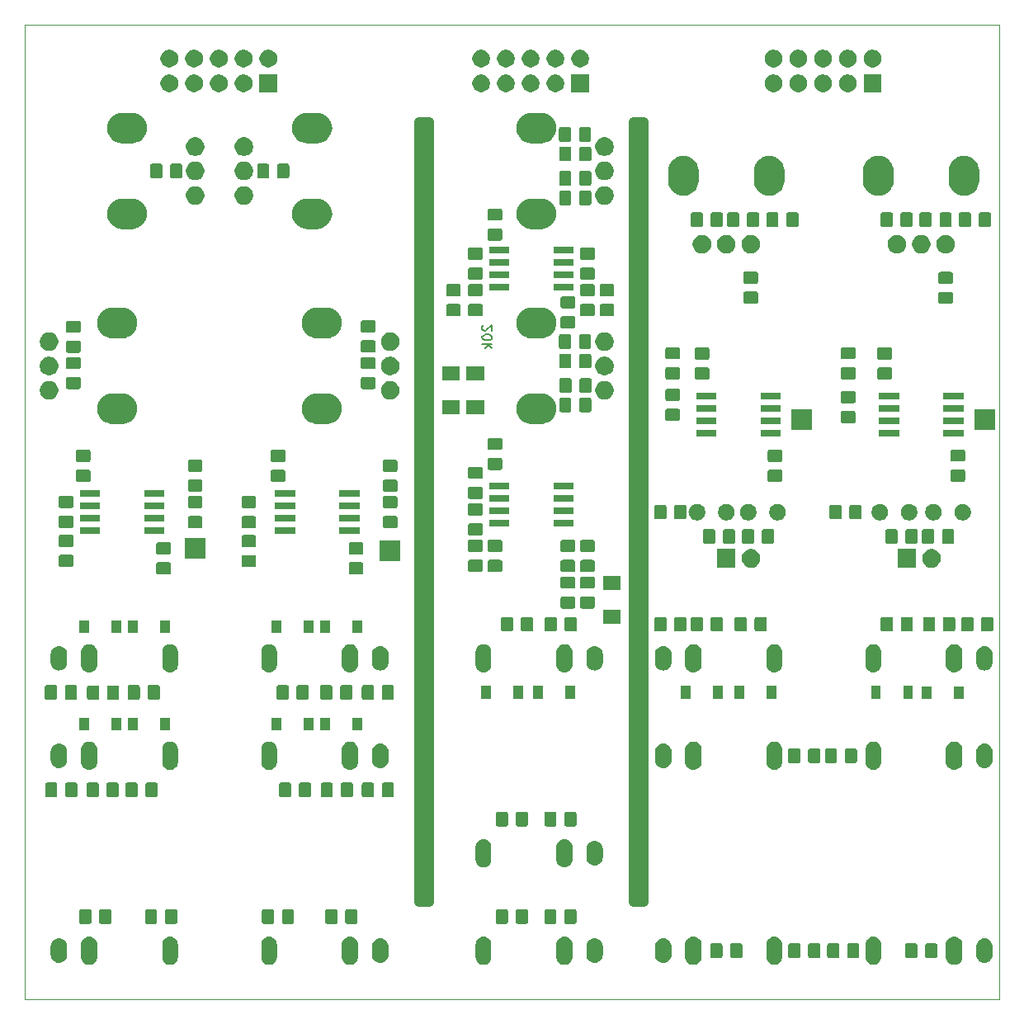
<source format=gbr>
%TF.GenerationSoftware,KiCad,Pcbnew,(5.1.5)-3*%
%TF.CreationDate,2020-03-23T00:00:11+01:00*%
%TF.ProjectId,KicadJE_Util_PCB,4b696361-644a-4455-9f55-74696c5f5043,rev?*%
%TF.SameCoordinates,Original*%
%TF.FileFunction,Soldermask,Bot*%
%TF.FilePolarity,Negative*%
%FSLAX46Y46*%
G04 Gerber Fmt 4.6, Leading zero omitted, Abs format (unit mm)*
G04 Created by KiCad (PCBNEW (5.1.5)-3) date 2020-03-23 00:00:11*
%MOMM*%
%LPD*%
G04 APERTURE LIST*
%ADD10C,1.000000*%
%ADD11C,0.050000*%
%ADD12C,0.150000*%
G04 APERTURE END LIST*
D10*
X112500000Y-60000000D02*
X112500000Y-140000000D01*
X113500000Y-60000000D02*
X113500000Y-140000000D01*
X112500000Y-140000000D02*
X113500000Y-140000000D01*
X112500000Y-60000000D02*
X113500000Y-60000000D01*
X90500000Y-60000000D02*
X91500000Y-60000000D01*
X90500000Y-140000000D02*
X91500000Y-140000000D01*
X91500000Y-60000000D02*
X91500000Y-140000000D01*
X90500000Y-60000000D02*
X90500000Y-140000000D01*
D11*
X50000000Y-150000000D02*
X50000000Y-50000000D01*
X150000000Y-150000000D02*
X50000000Y-150000000D01*
X150000000Y-50000000D02*
X150000000Y-150000000D01*
X50000000Y-50000000D02*
X150000000Y-50000000D01*
D12*
X97047619Y-80833333D02*
X97000000Y-80880952D01*
X96952380Y-80976190D01*
X96952380Y-81214285D01*
X97000000Y-81309523D01*
X97047619Y-81357142D01*
X97142857Y-81404761D01*
X97238095Y-81404761D01*
X97380952Y-81357142D01*
X97952380Y-80785714D01*
X97952380Y-81404761D01*
X96952380Y-82023809D02*
X96952380Y-82119047D01*
X97000000Y-82214285D01*
X97047619Y-82261904D01*
X97142857Y-82309523D01*
X97333333Y-82357142D01*
X97571428Y-82357142D01*
X97761904Y-82309523D01*
X97857142Y-82261904D01*
X97904761Y-82214285D01*
X97952380Y-82119047D01*
X97952380Y-82023809D01*
X97904761Y-81928571D01*
X97857142Y-81880952D01*
X97761904Y-81833333D01*
X97571428Y-81785714D01*
X97333333Y-81785714D01*
X97142857Y-81833333D01*
X97047619Y-81880952D01*
X97000000Y-81928571D01*
X96952380Y-82023809D01*
X97952380Y-82785714D02*
X96952380Y-82785714D01*
X97571428Y-82880952D02*
X97952380Y-83166666D01*
X97285714Y-83166666D02*
X97666666Y-82785714D01*
X97047619Y-80833333D02*
X97000000Y-80880952D01*
X96952380Y-80976190D01*
X96952380Y-81214285D01*
X97000000Y-81309523D01*
X97047619Y-81357142D01*
X97142857Y-81404761D01*
X97238095Y-81404761D01*
X97380952Y-81357142D01*
X97952380Y-80785714D01*
X97952380Y-81404761D01*
X96952380Y-82023809D02*
X96952380Y-82119047D01*
X97000000Y-82214285D01*
X97047619Y-82261904D01*
X97142857Y-82309523D01*
X97333333Y-82357142D01*
X97571428Y-82357142D01*
X97761904Y-82309523D01*
X97857142Y-82261904D01*
X97904761Y-82214285D01*
X97952380Y-82119047D01*
X97952380Y-82023809D01*
X97904761Y-81928571D01*
X97857142Y-81880952D01*
X97761904Y-81833333D01*
X97571428Y-81785714D01*
X97333333Y-81785714D01*
X97142857Y-81833333D01*
X97047619Y-81880952D01*
X97000000Y-81928571D01*
X96952380Y-82023809D01*
X97952380Y-82785714D02*
X96952380Y-82785714D01*
X97571428Y-82880952D02*
X97952380Y-83166666D01*
X97285714Y-83166666D02*
X97666666Y-82785714D01*
X97047619Y-80833333D02*
X97000000Y-80880952D01*
X96952380Y-80976190D01*
X96952380Y-81214285D01*
X97000000Y-81309523D01*
X97047619Y-81357142D01*
X97142857Y-81404761D01*
X97238095Y-81404761D01*
X97380952Y-81357142D01*
X97952380Y-80785714D01*
X97952380Y-81404761D01*
X96952380Y-82023809D02*
X96952380Y-82119047D01*
X97000000Y-82214285D01*
X97047619Y-82261904D01*
X97142857Y-82309523D01*
X97333333Y-82357142D01*
X97571428Y-82357142D01*
X97761904Y-82309523D01*
X97857142Y-82261904D01*
X97904761Y-82214285D01*
X97952380Y-82119047D01*
X97952380Y-82023809D01*
X97904761Y-81928571D01*
X97857142Y-81880952D01*
X97761904Y-81833333D01*
X97571428Y-81785714D01*
X97333333Y-81785714D01*
X97142857Y-81833333D01*
X97047619Y-81880952D01*
X97000000Y-81928571D01*
X96952380Y-82023809D01*
X97952380Y-82785714D02*
X96952380Y-82785714D01*
X97571428Y-82880952D02*
X97952380Y-83166666D01*
X97285714Y-83166666D02*
X97666666Y-82785714D01*
X97047619Y-80833333D02*
X97000000Y-80880952D01*
X96952380Y-80976190D01*
X96952380Y-81214285D01*
X97000000Y-81309523D01*
X97047619Y-81357142D01*
X97142857Y-81404761D01*
X97238095Y-81404761D01*
X97380952Y-81357142D01*
X97952380Y-80785714D01*
X97952380Y-81404761D01*
X96952380Y-82023809D02*
X96952380Y-82119047D01*
X97000000Y-82214285D01*
X97047619Y-82261904D01*
X97142857Y-82309523D01*
X97333333Y-82357142D01*
X97571428Y-82357142D01*
X97761904Y-82309523D01*
X97857142Y-82261904D01*
X97904761Y-82214285D01*
X97952380Y-82119047D01*
X97952380Y-82023809D01*
X97904761Y-81928571D01*
X97857142Y-81880952D01*
X97761904Y-81833333D01*
X97571428Y-81785714D01*
X97333333Y-81785714D01*
X97142857Y-81833333D01*
X97047619Y-81880952D01*
X97000000Y-81928571D01*
X96952380Y-82023809D01*
X97952380Y-82785714D02*
X96952380Y-82785714D01*
X97571428Y-82880952D02*
X97952380Y-83166666D01*
X97285714Y-83166666D02*
X97666666Y-82785714D01*
X97047619Y-80833333D02*
X97000000Y-80880952D01*
X96952380Y-80976190D01*
X96952380Y-81214285D01*
X97000000Y-81309523D01*
X97047619Y-81357142D01*
X97142857Y-81404761D01*
X97238095Y-81404761D01*
X97380952Y-81357142D01*
X97952380Y-80785714D01*
X97952380Y-81404761D01*
X96952380Y-82023809D02*
X96952380Y-82119047D01*
X97000000Y-82214285D01*
X97047619Y-82261904D01*
X97142857Y-82309523D01*
X97333333Y-82357142D01*
X97571428Y-82357142D01*
X97761904Y-82309523D01*
X97857142Y-82261904D01*
X97904761Y-82214285D01*
X97952380Y-82119047D01*
X97952380Y-82023809D01*
X97904761Y-81928571D01*
X97857142Y-81880952D01*
X97761904Y-81833333D01*
X97571428Y-81785714D01*
X97333333Y-81785714D01*
X97142857Y-81833333D01*
X97047619Y-81880952D01*
X97000000Y-81928571D01*
X96952380Y-82023809D01*
X97952380Y-82785714D02*
X96952380Y-82785714D01*
X97571428Y-82880952D02*
X97952380Y-83166666D01*
X97285714Y-83166666D02*
X97666666Y-82785714D01*
X97047619Y-80833333D02*
X97000000Y-80880952D01*
X96952380Y-80976190D01*
X96952380Y-81214285D01*
X97000000Y-81309523D01*
X97047619Y-81357142D01*
X97142857Y-81404761D01*
X97238095Y-81404761D01*
X97380952Y-81357142D01*
X97952380Y-80785714D01*
X97952380Y-81404761D01*
X96952380Y-82023809D02*
X96952380Y-82119047D01*
X97000000Y-82214285D01*
X97047619Y-82261904D01*
X97142857Y-82309523D01*
X97333333Y-82357142D01*
X97571428Y-82357142D01*
X97761904Y-82309523D01*
X97857142Y-82261904D01*
X97904761Y-82214285D01*
X97952380Y-82119047D01*
X97952380Y-82023809D01*
X97904761Y-81928571D01*
X97857142Y-81880952D01*
X97761904Y-81833333D01*
X97571428Y-81785714D01*
X97333333Y-81785714D01*
X97142857Y-81833333D01*
X97047619Y-81880952D01*
X97000000Y-81928571D01*
X96952380Y-82023809D01*
X97952380Y-82785714D02*
X96952380Y-82785714D01*
X97571428Y-82880952D02*
X97952380Y-83166666D01*
X97285714Y-83166666D02*
X97666666Y-82785714D01*
X97047619Y-80833333D02*
X97000000Y-80880952D01*
X96952380Y-80976190D01*
X96952380Y-81214285D01*
X97000000Y-81309523D01*
X97047619Y-81357142D01*
X97142857Y-81404761D01*
X97238095Y-81404761D01*
X97380952Y-81357142D01*
X97952380Y-80785714D01*
X97952380Y-81404761D01*
X96952380Y-82023809D02*
X96952380Y-82119047D01*
X97000000Y-82214285D01*
X97047619Y-82261904D01*
X97142857Y-82309523D01*
X97333333Y-82357142D01*
X97571428Y-82357142D01*
X97761904Y-82309523D01*
X97857142Y-82261904D01*
X97904761Y-82214285D01*
X97952380Y-82119047D01*
X97952380Y-82023809D01*
X97904761Y-81928571D01*
X97857142Y-81880952D01*
X97761904Y-81833333D01*
X97571428Y-81785714D01*
X97333333Y-81785714D01*
X97142857Y-81833333D01*
X97047619Y-81880952D01*
X97000000Y-81928571D01*
X96952380Y-82023809D01*
X97952380Y-82785714D02*
X96952380Y-82785714D01*
X97571428Y-82880952D02*
X97952380Y-83166666D01*
X97285714Y-83166666D02*
X97666666Y-82785714D01*
X97047619Y-80833333D02*
X97000000Y-80880952D01*
X96952380Y-80976190D01*
X96952380Y-81214285D01*
X97000000Y-81309523D01*
X97047619Y-81357142D01*
X97142857Y-81404761D01*
X97238095Y-81404761D01*
X97380952Y-81357142D01*
X97952380Y-80785714D01*
X97952380Y-81404761D01*
X96952380Y-82023809D02*
X96952380Y-82119047D01*
X97000000Y-82214285D01*
X97047619Y-82261904D01*
X97142857Y-82309523D01*
X97333333Y-82357142D01*
X97571428Y-82357142D01*
X97761904Y-82309523D01*
X97857142Y-82261904D01*
X97904761Y-82214285D01*
X97952380Y-82119047D01*
X97952380Y-82023809D01*
X97904761Y-81928571D01*
X97857142Y-81880952D01*
X97761904Y-81833333D01*
X97571428Y-81785714D01*
X97333333Y-81785714D01*
X97142857Y-81833333D01*
X97047619Y-81880952D01*
X97000000Y-81928571D01*
X96952380Y-82023809D01*
X97952380Y-82785714D02*
X96952380Y-82785714D01*
X97571428Y-82880952D02*
X97952380Y-83166666D01*
X97285714Y-83166666D02*
X97666666Y-82785714D01*
X97047619Y-80833333D02*
X97000000Y-80880952D01*
X96952380Y-80976190D01*
X96952380Y-81214285D01*
X97000000Y-81309523D01*
X97047619Y-81357142D01*
X97142857Y-81404761D01*
X97238095Y-81404761D01*
X97380952Y-81357142D01*
X97952380Y-80785714D01*
X97952380Y-81404761D01*
X96952380Y-82023809D02*
X96952380Y-82119047D01*
X97000000Y-82214285D01*
X97047619Y-82261904D01*
X97142857Y-82309523D01*
X97333333Y-82357142D01*
X97571428Y-82357142D01*
X97761904Y-82309523D01*
X97857142Y-82261904D01*
X97904761Y-82214285D01*
X97952380Y-82119047D01*
X97952380Y-82023809D01*
X97904761Y-81928571D01*
X97857142Y-81880952D01*
X97761904Y-81833333D01*
X97571428Y-81785714D01*
X97333333Y-81785714D01*
X97142857Y-81833333D01*
X97047619Y-81880952D01*
X97000000Y-81928571D01*
X96952380Y-82023809D01*
X97952380Y-82785714D02*
X96952380Y-82785714D01*
X97571428Y-82880952D02*
X97952380Y-83166666D01*
X97285714Y-83166666D02*
X97666666Y-82785714D01*
X97047619Y-80833333D02*
X97000000Y-80880952D01*
X96952380Y-80976190D01*
X96952380Y-81214285D01*
X97000000Y-81309523D01*
X97047619Y-81357142D01*
X97142857Y-81404761D01*
X97238095Y-81404761D01*
X97380952Y-81357142D01*
X97952380Y-80785714D01*
X97952380Y-81404761D01*
X96952380Y-82023809D02*
X96952380Y-82119047D01*
X97000000Y-82214285D01*
X97047619Y-82261904D01*
X97142857Y-82309523D01*
X97333333Y-82357142D01*
X97571428Y-82357142D01*
X97761904Y-82309523D01*
X97857142Y-82261904D01*
X97904761Y-82214285D01*
X97952380Y-82119047D01*
X97952380Y-82023809D01*
X97904761Y-81928571D01*
X97857142Y-81880952D01*
X97761904Y-81833333D01*
X97571428Y-81785714D01*
X97333333Y-81785714D01*
X97142857Y-81833333D01*
X97047619Y-81880952D01*
X97000000Y-81928571D01*
X96952380Y-82023809D01*
X97952380Y-82785714D02*
X96952380Y-82785714D01*
X97571428Y-82880952D02*
X97952380Y-83166666D01*
X97285714Y-83166666D02*
X97666666Y-82785714D01*
X97047619Y-80833333D02*
X97000000Y-80880952D01*
X96952380Y-80976190D01*
X96952380Y-81214285D01*
X97000000Y-81309523D01*
X97047619Y-81357142D01*
X97142857Y-81404761D01*
X97238095Y-81404761D01*
X97380952Y-81357142D01*
X97952380Y-80785714D01*
X97952380Y-81404761D01*
X96952380Y-82023809D02*
X96952380Y-82119047D01*
X97000000Y-82214285D01*
X97047619Y-82261904D01*
X97142857Y-82309523D01*
X97333333Y-82357142D01*
X97571428Y-82357142D01*
X97761904Y-82309523D01*
X97857142Y-82261904D01*
X97904761Y-82214285D01*
X97952380Y-82119047D01*
X97952380Y-82023809D01*
X97904761Y-81928571D01*
X97857142Y-81880952D01*
X97761904Y-81833333D01*
X97571428Y-81785714D01*
X97333333Y-81785714D01*
X97142857Y-81833333D01*
X97047619Y-81880952D01*
X97000000Y-81928571D01*
X96952380Y-82023809D01*
X97952380Y-82785714D02*
X96952380Y-82785714D01*
X97571428Y-82880952D02*
X97952380Y-83166666D01*
X97285714Y-83166666D02*
X97666666Y-82785714D01*
G36*
X105546822Y-143561313D02*
G01*
X105707241Y-143609976D01*
X105855077Y-143688995D01*
X105967024Y-143780868D01*
X105984659Y-143795341D01*
X106091004Y-143924922D01*
X106091005Y-143924924D01*
X106170024Y-144072758D01*
X106218687Y-144233177D01*
X106231000Y-144358196D01*
X106231000Y-145641804D01*
X106218687Y-145766823D01*
X106170024Y-145927242D01*
X106099114Y-146059906D01*
X106091004Y-146075078D01*
X105984659Y-146204659D01*
X105855078Y-146311004D01*
X105855076Y-146311005D01*
X105707242Y-146390024D01*
X105546823Y-146438687D01*
X105380000Y-146455117D01*
X105213178Y-146438687D01*
X105052759Y-146390024D01*
X104904925Y-146311005D01*
X104904923Y-146311004D01*
X104775342Y-146204659D01*
X104668997Y-146075078D01*
X104660887Y-146059906D01*
X104589977Y-145927242D01*
X104541314Y-145766823D01*
X104529001Y-145641804D01*
X104529000Y-144358197D01*
X104541313Y-144233178D01*
X104589976Y-144072759D01*
X104668995Y-143924923D01*
X104775341Y-143795341D01*
X104836824Y-143744883D01*
X104904922Y-143688996D01*
X104920310Y-143680771D01*
X105052758Y-143609976D01*
X105213177Y-143561313D01*
X105380000Y-143544883D01*
X105546822Y-143561313D01*
G37*
G36*
X83546822Y-143561313D02*
G01*
X83707241Y-143609976D01*
X83855077Y-143688995D01*
X83967024Y-143780868D01*
X83984659Y-143795341D01*
X84091004Y-143924922D01*
X84091005Y-143924924D01*
X84170024Y-144072758D01*
X84218687Y-144233177D01*
X84231000Y-144358196D01*
X84231000Y-145641804D01*
X84218687Y-145766823D01*
X84170024Y-145927242D01*
X84099114Y-146059906D01*
X84091004Y-146075078D01*
X83984659Y-146204659D01*
X83855078Y-146311004D01*
X83855076Y-146311005D01*
X83707242Y-146390024D01*
X83546823Y-146438687D01*
X83380000Y-146455117D01*
X83213178Y-146438687D01*
X83052759Y-146390024D01*
X82904925Y-146311005D01*
X82904923Y-146311004D01*
X82775342Y-146204659D01*
X82668997Y-146075078D01*
X82660887Y-146059906D01*
X82589977Y-145927242D01*
X82541314Y-145766823D01*
X82529001Y-145641804D01*
X82529000Y-144358197D01*
X82541313Y-144233178D01*
X82589976Y-144072759D01*
X82668995Y-143924923D01*
X82775341Y-143795341D01*
X82836824Y-143744883D01*
X82904922Y-143688996D01*
X82920310Y-143680771D01*
X83052758Y-143609976D01*
X83213177Y-143561313D01*
X83380000Y-143544883D01*
X83546822Y-143561313D01*
G37*
G36*
X56786823Y-143561313D02*
G01*
X56947242Y-143609976D01*
X57079690Y-143680771D01*
X57095078Y-143688996D01*
X57224659Y-143795341D01*
X57331004Y-143924922D01*
X57331005Y-143924924D01*
X57410024Y-144072758D01*
X57458687Y-144233177D01*
X57471000Y-144358196D01*
X57471000Y-145641804D01*
X57458687Y-145766823D01*
X57410024Y-145927242D01*
X57339114Y-146059906D01*
X57331004Y-146075078D01*
X57301520Y-146111004D01*
X57224659Y-146204659D01*
X57095077Y-146311005D01*
X56947241Y-146390024D01*
X56786822Y-146438687D01*
X56620000Y-146455117D01*
X56453177Y-146438687D01*
X56292758Y-146390024D01*
X56144924Y-146311005D01*
X56144922Y-146311004D01*
X56015341Y-146204659D01*
X55938480Y-146111004D01*
X55908995Y-146075077D01*
X55829976Y-145927241D01*
X55781313Y-145766822D01*
X55769000Y-145641803D01*
X55769001Y-144358196D01*
X55781314Y-144233177D01*
X55829977Y-144072758D01*
X55908996Y-143924924D01*
X55908997Y-143924922D01*
X56015342Y-143795341D01*
X56144923Y-143688996D01*
X56160311Y-143680771D01*
X56292759Y-143609976D01*
X56453178Y-143561313D01*
X56620000Y-143544883D01*
X56786823Y-143561313D01*
G37*
G36*
X118786823Y-143561313D02*
G01*
X118947242Y-143609976D01*
X119079690Y-143680771D01*
X119095078Y-143688996D01*
X119224659Y-143795341D01*
X119331004Y-143924922D01*
X119331005Y-143924924D01*
X119410024Y-144072758D01*
X119458687Y-144233177D01*
X119471000Y-144358196D01*
X119471000Y-145641804D01*
X119458687Y-145766823D01*
X119410024Y-145927242D01*
X119339114Y-146059906D01*
X119331004Y-146075078D01*
X119301520Y-146111004D01*
X119224659Y-146204659D01*
X119095077Y-146311005D01*
X118947241Y-146390024D01*
X118786822Y-146438687D01*
X118620000Y-146455117D01*
X118453177Y-146438687D01*
X118292758Y-146390024D01*
X118144924Y-146311005D01*
X118144922Y-146311004D01*
X118015341Y-146204659D01*
X117938480Y-146111004D01*
X117908995Y-146075077D01*
X117829976Y-145927241D01*
X117781313Y-145766822D01*
X117769000Y-145641803D01*
X117769001Y-144358196D01*
X117781314Y-144233177D01*
X117829977Y-144072758D01*
X117908996Y-143924924D01*
X117908997Y-143924922D01*
X118015342Y-143795341D01*
X118144923Y-143688996D01*
X118160311Y-143680771D01*
X118292759Y-143609976D01*
X118453178Y-143561313D01*
X118620000Y-143544883D01*
X118786823Y-143561313D01*
G37*
G36*
X145546822Y-143561313D02*
G01*
X145707241Y-143609976D01*
X145855077Y-143688995D01*
X145967024Y-143780868D01*
X145984659Y-143795341D01*
X146091004Y-143924922D01*
X146091005Y-143924924D01*
X146170024Y-144072758D01*
X146218687Y-144233177D01*
X146231000Y-144358196D01*
X146231000Y-145641804D01*
X146218687Y-145766823D01*
X146170024Y-145927242D01*
X146099114Y-146059906D01*
X146091004Y-146075078D01*
X145984659Y-146204659D01*
X145855078Y-146311004D01*
X145855076Y-146311005D01*
X145707242Y-146390024D01*
X145546823Y-146438687D01*
X145380000Y-146455117D01*
X145213178Y-146438687D01*
X145052759Y-146390024D01*
X144904925Y-146311005D01*
X144904923Y-146311004D01*
X144775342Y-146204659D01*
X144668997Y-146075078D01*
X144660887Y-146059906D01*
X144589977Y-145927242D01*
X144541314Y-145766823D01*
X144529001Y-145641804D01*
X144529000Y-144358197D01*
X144541313Y-144233178D01*
X144589976Y-144072759D01*
X144668995Y-143924923D01*
X144775341Y-143795341D01*
X144836824Y-143744883D01*
X144904922Y-143688996D01*
X144920310Y-143680771D01*
X145052758Y-143609976D01*
X145213177Y-143561313D01*
X145380000Y-143544883D01*
X145546822Y-143561313D01*
G37*
G36*
X75237022Y-143560590D02*
G01*
X75337681Y-143591125D01*
X75388012Y-143606392D01*
X75527164Y-143680771D01*
X75649133Y-143780867D01*
X75737871Y-143888995D01*
X75749229Y-143902835D01*
X75823608Y-144041987D01*
X75832942Y-144072758D01*
X75869410Y-144192977D01*
X75881000Y-144310655D01*
X75881000Y-145689345D01*
X75869410Y-145807023D01*
X75848766Y-145875076D01*
X75823608Y-145958013D01*
X75749229Y-146097165D01*
X75649133Y-146219133D01*
X75527165Y-146319229D01*
X75388013Y-146393608D01*
X75337682Y-146408875D01*
X75237023Y-146439410D01*
X75080000Y-146454875D01*
X74922978Y-146439410D01*
X74822319Y-146408875D01*
X74771988Y-146393608D01*
X74632836Y-146319229D01*
X74510868Y-146219133D01*
X74410772Y-146097165D01*
X74336393Y-145958013D01*
X74311235Y-145875076D01*
X74290591Y-145807023D01*
X74279001Y-145689345D01*
X74279000Y-144310656D01*
X74290590Y-144192978D01*
X74336392Y-144041989D01*
X74336392Y-144041988D01*
X74410771Y-143902836D01*
X74422130Y-143888995D01*
X74510867Y-143780867D01*
X74632835Y-143680771D01*
X74771987Y-143606392D01*
X74822318Y-143591125D01*
X74922977Y-143560590D01*
X75080000Y-143545125D01*
X75237022Y-143560590D01*
G37*
G36*
X65077023Y-143560590D02*
G01*
X65177682Y-143591125D01*
X65228013Y-143606392D01*
X65367165Y-143680771D01*
X65489133Y-143780867D01*
X65589229Y-143902835D01*
X65663608Y-144041987D01*
X65672942Y-144072758D01*
X65709410Y-144192977D01*
X65721000Y-144310655D01*
X65721000Y-145689345D01*
X65709410Y-145807023D01*
X65688766Y-145875076D01*
X65663608Y-145958013D01*
X65638675Y-146004659D01*
X65589229Y-146097165D01*
X65489133Y-146219133D01*
X65377186Y-146311004D01*
X65367164Y-146319229D01*
X65228012Y-146393608D01*
X65177681Y-146408875D01*
X65077022Y-146439410D01*
X64920000Y-146454875D01*
X64762977Y-146439410D01*
X64662318Y-146408875D01*
X64611987Y-146393608D01*
X64472835Y-146319229D01*
X64462813Y-146311004D01*
X64350867Y-146219133D01*
X64250771Y-146097164D01*
X64176393Y-145958013D01*
X64176392Y-145958012D01*
X64151234Y-145875076D01*
X64130590Y-145807022D01*
X64119000Y-145689344D01*
X64119001Y-144310655D01*
X64130591Y-144192977D01*
X64167059Y-144072758D01*
X64176393Y-144041987D01*
X64250772Y-143902835D01*
X64350868Y-143780867D01*
X64472836Y-143680771D01*
X64611988Y-143606392D01*
X64662319Y-143591125D01*
X64762978Y-143560590D01*
X64920000Y-143545125D01*
X65077023Y-143560590D01*
G37*
G36*
X97237022Y-143560590D02*
G01*
X97337681Y-143591125D01*
X97388012Y-143606392D01*
X97527164Y-143680771D01*
X97649133Y-143780867D01*
X97737871Y-143888995D01*
X97749229Y-143902835D01*
X97823608Y-144041987D01*
X97832942Y-144072758D01*
X97869410Y-144192977D01*
X97881000Y-144310655D01*
X97881000Y-145689345D01*
X97869410Y-145807023D01*
X97848766Y-145875076D01*
X97823608Y-145958013D01*
X97749229Y-146097165D01*
X97649133Y-146219133D01*
X97527165Y-146319229D01*
X97388013Y-146393608D01*
X97337682Y-146408875D01*
X97237023Y-146439410D01*
X97080000Y-146454875D01*
X96922978Y-146439410D01*
X96822319Y-146408875D01*
X96771988Y-146393608D01*
X96632836Y-146319229D01*
X96510868Y-146219133D01*
X96410772Y-146097165D01*
X96336393Y-145958013D01*
X96311235Y-145875076D01*
X96290591Y-145807023D01*
X96279001Y-145689345D01*
X96279000Y-144310656D01*
X96290590Y-144192978D01*
X96336392Y-144041989D01*
X96336392Y-144041988D01*
X96410771Y-143902836D01*
X96422130Y-143888995D01*
X96510867Y-143780867D01*
X96632835Y-143680771D01*
X96771987Y-143606392D01*
X96822318Y-143591125D01*
X96922977Y-143560590D01*
X97080000Y-143545125D01*
X97237022Y-143560590D01*
G37*
G36*
X127077023Y-143560590D02*
G01*
X127177682Y-143591125D01*
X127228013Y-143606392D01*
X127367165Y-143680771D01*
X127489133Y-143780867D01*
X127589229Y-143902835D01*
X127663608Y-144041987D01*
X127672942Y-144072758D01*
X127709410Y-144192977D01*
X127721000Y-144310655D01*
X127721000Y-145689345D01*
X127709410Y-145807023D01*
X127688766Y-145875076D01*
X127663608Y-145958013D01*
X127638675Y-146004659D01*
X127589229Y-146097165D01*
X127489133Y-146219133D01*
X127377186Y-146311004D01*
X127367164Y-146319229D01*
X127228012Y-146393608D01*
X127177681Y-146408875D01*
X127077022Y-146439410D01*
X126920000Y-146454875D01*
X126762977Y-146439410D01*
X126662318Y-146408875D01*
X126611987Y-146393608D01*
X126472835Y-146319229D01*
X126462813Y-146311004D01*
X126350867Y-146219133D01*
X126250771Y-146097164D01*
X126176393Y-145958013D01*
X126176392Y-145958012D01*
X126151234Y-145875076D01*
X126130590Y-145807022D01*
X126119000Y-145689344D01*
X126119001Y-144310655D01*
X126130591Y-144192977D01*
X126167059Y-144072758D01*
X126176393Y-144041987D01*
X126250772Y-143902835D01*
X126350868Y-143780867D01*
X126472836Y-143680771D01*
X126611988Y-143606392D01*
X126662319Y-143591125D01*
X126762978Y-143560590D01*
X126920000Y-143545125D01*
X127077023Y-143560590D01*
G37*
G36*
X137237022Y-143560590D02*
G01*
X137337681Y-143591125D01*
X137388012Y-143606392D01*
X137527164Y-143680771D01*
X137649133Y-143780867D01*
X137737871Y-143888995D01*
X137749229Y-143902835D01*
X137823608Y-144041987D01*
X137832942Y-144072758D01*
X137869410Y-144192977D01*
X137881000Y-144310655D01*
X137881000Y-145689345D01*
X137869410Y-145807023D01*
X137848766Y-145875076D01*
X137823608Y-145958013D01*
X137749229Y-146097165D01*
X137649133Y-146219133D01*
X137527165Y-146319229D01*
X137388013Y-146393608D01*
X137337682Y-146408875D01*
X137237023Y-146439410D01*
X137080000Y-146454875D01*
X136922978Y-146439410D01*
X136822319Y-146408875D01*
X136771988Y-146393608D01*
X136632836Y-146319229D01*
X136510868Y-146219133D01*
X136410772Y-146097165D01*
X136336393Y-145958013D01*
X136311235Y-145875076D01*
X136290591Y-145807023D01*
X136279001Y-145689345D01*
X136279000Y-144310656D01*
X136290590Y-144192978D01*
X136336392Y-144041989D01*
X136336392Y-144041988D01*
X136410771Y-143902836D01*
X136422130Y-143888995D01*
X136510867Y-143780867D01*
X136632835Y-143680771D01*
X136771987Y-143606392D01*
X136822318Y-143591125D01*
X136922977Y-143560590D01*
X137080000Y-143545125D01*
X137237022Y-143560590D01*
G37*
G36*
X53686823Y-143761313D02*
G01*
X53847242Y-143809976D01*
X53979906Y-143880886D01*
X53995078Y-143888996D01*
X54124659Y-143995341D01*
X54231004Y-144124922D01*
X54231005Y-144124924D01*
X54310024Y-144272758D01*
X54358687Y-144433178D01*
X54371000Y-144558197D01*
X54371000Y-145441804D01*
X54358687Y-145566823D01*
X54310024Y-145727242D01*
X54267380Y-145807023D01*
X54231004Y-145875078D01*
X54124659Y-146004659D01*
X53995077Y-146111005D01*
X53847241Y-146190024D01*
X53686822Y-146238687D01*
X53520000Y-146255117D01*
X53353177Y-146238687D01*
X53192758Y-146190024D01*
X53044924Y-146111005D01*
X53044922Y-146111004D01*
X52915341Y-146004659D01*
X52808995Y-145875077D01*
X52729976Y-145727241D01*
X52681313Y-145566822D01*
X52669000Y-145441803D01*
X52669000Y-144558197D01*
X52681314Y-144433177D01*
X52729977Y-144272758D01*
X52808996Y-144124924D01*
X52808997Y-144124922D01*
X52915342Y-143995341D01*
X53044923Y-143888996D01*
X53060095Y-143880886D01*
X53192759Y-143809976D01*
X53353178Y-143761313D01*
X53520000Y-143744883D01*
X53686823Y-143761313D01*
G37*
G36*
X115686823Y-143761313D02*
G01*
X115847242Y-143809976D01*
X115979906Y-143880886D01*
X115995078Y-143888996D01*
X116124659Y-143995341D01*
X116231004Y-144124922D01*
X116231005Y-144124924D01*
X116310024Y-144272758D01*
X116358687Y-144433178D01*
X116371000Y-144558197D01*
X116371000Y-145441804D01*
X116358687Y-145566823D01*
X116310024Y-145727242D01*
X116267380Y-145807023D01*
X116231004Y-145875078D01*
X116124659Y-146004659D01*
X115995077Y-146111005D01*
X115847241Y-146190024D01*
X115686822Y-146238687D01*
X115520000Y-146255117D01*
X115353177Y-146238687D01*
X115192758Y-146190024D01*
X115044924Y-146111005D01*
X115044922Y-146111004D01*
X114915341Y-146004659D01*
X114808995Y-145875077D01*
X114729976Y-145727241D01*
X114681313Y-145566822D01*
X114669000Y-145441803D01*
X114669000Y-144558197D01*
X114681314Y-144433177D01*
X114729977Y-144272758D01*
X114808996Y-144124924D01*
X114808997Y-144124922D01*
X114915342Y-143995341D01*
X115044923Y-143888996D01*
X115060095Y-143880886D01*
X115192759Y-143809976D01*
X115353178Y-143761313D01*
X115520000Y-143744883D01*
X115686823Y-143761313D01*
G37*
G36*
X108646822Y-143761313D02*
G01*
X108807241Y-143809976D01*
X108955077Y-143888995D01*
X109084659Y-143995341D01*
X109191004Y-144124922D01*
X109191005Y-144124924D01*
X109270024Y-144272758D01*
X109318687Y-144433177D01*
X109331000Y-144558196D01*
X109331000Y-145441803D01*
X109318687Y-145566822D01*
X109270024Y-145727242D01*
X109227380Y-145807023D01*
X109191004Y-145875078D01*
X109084659Y-146004659D01*
X108955078Y-146111004D01*
X108955076Y-146111005D01*
X108807242Y-146190024D01*
X108646823Y-146238687D01*
X108480000Y-146255117D01*
X108313178Y-146238687D01*
X108152759Y-146190024D01*
X108004925Y-146111005D01*
X108004923Y-146111004D01*
X107875342Y-146004659D01*
X107768997Y-145875078D01*
X107732621Y-145807023D01*
X107689977Y-145727242D01*
X107641314Y-145566823D01*
X107629000Y-145441803D01*
X107629000Y-144558197D01*
X107641313Y-144433178D01*
X107689976Y-144272759D01*
X107768995Y-144124923D01*
X107875341Y-143995341D01*
X107961144Y-143924924D01*
X108004922Y-143888996D01*
X108020094Y-143880886D01*
X108152758Y-143809976D01*
X108313177Y-143761313D01*
X108480000Y-143744883D01*
X108646822Y-143761313D01*
G37*
G36*
X148646822Y-143761313D02*
G01*
X148807241Y-143809976D01*
X148955077Y-143888995D01*
X149084659Y-143995341D01*
X149191004Y-144124922D01*
X149191005Y-144124924D01*
X149270024Y-144272758D01*
X149318687Y-144433177D01*
X149331000Y-144558196D01*
X149331000Y-145441803D01*
X149318687Y-145566822D01*
X149270024Y-145727242D01*
X149227380Y-145807023D01*
X149191004Y-145875078D01*
X149084659Y-146004659D01*
X148955078Y-146111004D01*
X148955076Y-146111005D01*
X148807242Y-146190024D01*
X148646823Y-146238687D01*
X148480000Y-146255117D01*
X148313178Y-146238687D01*
X148152759Y-146190024D01*
X148004925Y-146111005D01*
X148004923Y-146111004D01*
X147875342Y-146004659D01*
X147768997Y-145875078D01*
X147732621Y-145807023D01*
X147689977Y-145727242D01*
X147641314Y-145566823D01*
X147629000Y-145441803D01*
X147629000Y-144558197D01*
X147641313Y-144433178D01*
X147689976Y-144272759D01*
X147768995Y-144124923D01*
X147875341Y-143995341D01*
X147961144Y-143924924D01*
X148004922Y-143888996D01*
X148020094Y-143880886D01*
X148152758Y-143809976D01*
X148313177Y-143761313D01*
X148480000Y-143744883D01*
X148646822Y-143761313D01*
G37*
G36*
X86646822Y-143761313D02*
G01*
X86807241Y-143809976D01*
X86955077Y-143888995D01*
X87084659Y-143995341D01*
X87191004Y-144124922D01*
X87191005Y-144124924D01*
X87270024Y-144272758D01*
X87318687Y-144433177D01*
X87331000Y-144558196D01*
X87331000Y-145441803D01*
X87318687Y-145566822D01*
X87270024Y-145727242D01*
X87227380Y-145807023D01*
X87191004Y-145875078D01*
X87084659Y-146004659D01*
X86955078Y-146111004D01*
X86955076Y-146111005D01*
X86807242Y-146190024D01*
X86646823Y-146238687D01*
X86480000Y-146255117D01*
X86313178Y-146238687D01*
X86152759Y-146190024D01*
X86004925Y-146111005D01*
X86004923Y-146111004D01*
X85875342Y-146004659D01*
X85768997Y-145875078D01*
X85732621Y-145807023D01*
X85689977Y-145727242D01*
X85641314Y-145566823D01*
X85629000Y-145441803D01*
X85629000Y-144558197D01*
X85641313Y-144433178D01*
X85689976Y-144272759D01*
X85768995Y-144124923D01*
X85875341Y-143995341D01*
X85961144Y-143924924D01*
X86004922Y-143888996D01*
X86020094Y-143880886D01*
X86152758Y-143809976D01*
X86313177Y-143761313D01*
X86480000Y-143744883D01*
X86646822Y-143761313D01*
G37*
G36*
X131488674Y-144253465D02*
G01*
X131526367Y-144264899D01*
X131561103Y-144283466D01*
X131591548Y-144308452D01*
X131616534Y-144338897D01*
X131635101Y-144373633D01*
X131646535Y-144411326D01*
X131651000Y-144456661D01*
X131651000Y-145543339D01*
X131646535Y-145588674D01*
X131635101Y-145626367D01*
X131616534Y-145661103D01*
X131591548Y-145691548D01*
X131561103Y-145716534D01*
X131526367Y-145735101D01*
X131488674Y-145746535D01*
X131443339Y-145751000D01*
X130606661Y-145751000D01*
X130561326Y-145746535D01*
X130523633Y-145735101D01*
X130488897Y-145716534D01*
X130458452Y-145691548D01*
X130433466Y-145661103D01*
X130414899Y-145626367D01*
X130403465Y-145588674D01*
X130399000Y-145543339D01*
X130399000Y-144456661D01*
X130403465Y-144411326D01*
X130414899Y-144373633D01*
X130433466Y-144338897D01*
X130458452Y-144308452D01*
X130488897Y-144283466D01*
X130523633Y-144264899D01*
X130561326Y-144253465D01*
X130606661Y-144249000D01*
X131443339Y-144249000D01*
X131488674Y-144253465D01*
G37*
G36*
X123488674Y-144253465D02*
G01*
X123526367Y-144264899D01*
X123561103Y-144283466D01*
X123591548Y-144308452D01*
X123616534Y-144338897D01*
X123635101Y-144373633D01*
X123646535Y-144411326D01*
X123651000Y-144456661D01*
X123651000Y-145543339D01*
X123646535Y-145588674D01*
X123635101Y-145626367D01*
X123616534Y-145661103D01*
X123591548Y-145691548D01*
X123561103Y-145716534D01*
X123526367Y-145735101D01*
X123488674Y-145746535D01*
X123443339Y-145751000D01*
X122606661Y-145751000D01*
X122561326Y-145746535D01*
X122523633Y-145735101D01*
X122488897Y-145716534D01*
X122458452Y-145691548D01*
X122433466Y-145661103D01*
X122414899Y-145626367D01*
X122403465Y-145588674D01*
X122399000Y-145543339D01*
X122399000Y-144456661D01*
X122403465Y-144411326D01*
X122414899Y-144373633D01*
X122433466Y-144338897D01*
X122458452Y-144308452D01*
X122488897Y-144283466D01*
X122523633Y-144264899D01*
X122561326Y-144253465D01*
X122606661Y-144249000D01*
X123443339Y-144249000D01*
X123488674Y-144253465D01*
G37*
G36*
X121438674Y-144253465D02*
G01*
X121476367Y-144264899D01*
X121511103Y-144283466D01*
X121541548Y-144308452D01*
X121566534Y-144338897D01*
X121585101Y-144373633D01*
X121596535Y-144411326D01*
X121601000Y-144456661D01*
X121601000Y-145543339D01*
X121596535Y-145588674D01*
X121585101Y-145626367D01*
X121566534Y-145661103D01*
X121541548Y-145691548D01*
X121511103Y-145716534D01*
X121476367Y-145735101D01*
X121438674Y-145746535D01*
X121393339Y-145751000D01*
X120556661Y-145751000D01*
X120511326Y-145746535D01*
X120473633Y-145735101D01*
X120438897Y-145716534D01*
X120408452Y-145691548D01*
X120383466Y-145661103D01*
X120364899Y-145626367D01*
X120353465Y-145588674D01*
X120349000Y-145543339D01*
X120349000Y-144456661D01*
X120353465Y-144411326D01*
X120364899Y-144373633D01*
X120383466Y-144338897D01*
X120408452Y-144308452D01*
X120438897Y-144283466D01*
X120473633Y-144264899D01*
X120511326Y-144253465D01*
X120556661Y-144249000D01*
X121393339Y-144249000D01*
X121438674Y-144253465D01*
G37*
G36*
X143488674Y-144253465D02*
G01*
X143526367Y-144264899D01*
X143561103Y-144283466D01*
X143591548Y-144308452D01*
X143616534Y-144338897D01*
X143635101Y-144373633D01*
X143646535Y-144411326D01*
X143651000Y-144456661D01*
X143651000Y-145543339D01*
X143646535Y-145588674D01*
X143635101Y-145626367D01*
X143616534Y-145661103D01*
X143591548Y-145691548D01*
X143561103Y-145716534D01*
X143526367Y-145735101D01*
X143488674Y-145746535D01*
X143443339Y-145751000D01*
X142606661Y-145751000D01*
X142561326Y-145746535D01*
X142523633Y-145735101D01*
X142488897Y-145716534D01*
X142458452Y-145691548D01*
X142433466Y-145661103D01*
X142414899Y-145626367D01*
X142403465Y-145588674D01*
X142399000Y-145543339D01*
X142399000Y-144456661D01*
X142403465Y-144411326D01*
X142414899Y-144373633D01*
X142433466Y-144338897D01*
X142458452Y-144308452D01*
X142488897Y-144283466D01*
X142523633Y-144264899D01*
X142561326Y-144253465D01*
X142606661Y-144249000D01*
X143443339Y-144249000D01*
X143488674Y-144253465D01*
G37*
G36*
X129438674Y-144253465D02*
G01*
X129476367Y-144264899D01*
X129511103Y-144283466D01*
X129541548Y-144308452D01*
X129566534Y-144338897D01*
X129585101Y-144373633D01*
X129596535Y-144411326D01*
X129601000Y-144456661D01*
X129601000Y-145543339D01*
X129596535Y-145588674D01*
X129585101Y-145626367D01*
X129566534Y-145661103D01*
X129541548Y-145691548D01*
X129511103Y-145716534D01*
X129476367Y-145735101D01*
X129438674Y-145746535D01*
X129393339Y-145751000D01*
X128556661Y-145751000D01*
X128511326Y-145746535D01*
X128473633Y-145735101D01*
X128438897Y-145716534D01*
X128408452Y-145691548D01*
X128383466Y-145661103D01*
X128364899Y-145626367D01*
X128353465Y-145588674D01*
X128349000Y-145543339D01*
X128349000Y-144456661D01*
X128353465Y-144411326D01*
X128364899Y-144373633D01*
X128383466Y-144338897D01*
X128408452Y-144308452D01*
X128438897Y-144283466D01*
X128473633Y-144264899D01*
X128511326Y-144253465D01*
X128556661Y-144249000D01*
X129393339Y-144249000D01*
X129438674Y-144253465D01*
G37*
G36*
X141438674Y-144253465D02*
G01*
X141476367Y-144264899D01*
X141511103Y-144283466D01*
X141541548Y-144308452D01*
X141566534Y-144338897D01*
X141585101Y-144373633D01*
X141596535Y-144411326D01*
X141601000Y-144456661D01*
X141601000Y-145543339D01*
X141596535Y-145588674D01*
X141585101Y-145626367D01*
X141566534Y-145661103D01*
X141541548Y-145691548D01*
X141511103Y-145716534D01*
X141476367Y-145735101D01*
X141438674Y-145746535D01*
X141393339Y-145751000D01*
X140556661Y-145751000D01*
X140511326Y-145746535D01*
X140473633Y-145735101D01*
X140438897Y-145716534D01*
X140408452Y-145691548D01*
X140383466Y-145661103D01*
X140364899Y-145626367D01*
X140353465Y-145588674D01*
X140349000Y-145543339D01*
X140349000Y-144456661D01*
X140353465Y-144411326D01*
X140364899Y-144373633D01*
X140383466Y-144338897D01*
X140408452Y-144308452D01*
X140438897Y-144283466D01*
X140473633Y-144264899D01*
X140511326Y-144253465D01*
X140556661Y-144249000D01*
X141393339Y-144249000D01*
X141438674Y-144253465D01*
G37*
G36*
X133438674Y-144253465D02*
G01*
X133476367Y-144264899D01*
X133511103Y-144283466D01*
X133541548Y-144308452D01*
X133566534Y-144338897D01*
X133585101Y-144373633D01*
X133596535Y-144411326D01*
X133601000Y-144456661D01*
X133601000Y-145543339D01*
X133596535Y-145588674D01*
X133585101Y-145626367D01*
X133566534Y-145661103D01*
X133541548Y-145691548D01*
X133511103Y-145716534D01*
X133476367Y-145735101D01*
X133438674Y-145746535D01*
X133393339Y-145751000D01*
X132556661Y-145751000D01*
X132511326Y-145746535D01*
X132473633Y-145735101D01*
X132438897Y-145716534D01*
X132408452Y-145691548D01*
X132383466Y-145661103D01*
X132364899Y-145626367D01*
X132353465Y-145588674D01*
X132349000Y-145543339D01*
X132349000Y-144456661D01*
X132353465Y-144411326D01*
X132364899Y-144373633D01*
X132383466Y-144338897D01*
X132408452Y-144308452D01*
X132438897Y-144283466D01*
X132473633Y-144264899D01*
X132511326Y-144253465D01*
X132556661Y-144249000D01*
X133393339Y-144249000D01*
X133438674Y-144253465D01*
G37*
G36*
X135488674Y-144253465D02*
G01*
X135526367Y-144264899D01*
X135561103Y-144283466D01*
X135591548Y-144308452D01*
X135616534Y-144338897D01*
X135635101Y-144373633D01*
X135646535Y-144411326D01*
X135651000Y-144456661D01*
X135651000Y-145543339D01*
X135646535Y-145588674D01*
X135635101Y-145626367D01*
X135616534Y-145661103D01*
X135591548Y-145691548D01*
X135561103Y-145716534D01*
X135526367Y-145735101D01*
X135488674Y-145746535D01*
X135443339Y-145751000D01*
X134606661Y-145751000D01*
X134561326Y-145746535D01*
X134523633Y-145735101D01*
X134488897Y-145716534D01*
X134458452Y-145691548D01*
X134433466Y-145661103D01*
X134414899Y-145626367D01*
X134403465Y-145588674D01*
X134399000Y-145543339D01*
X134399000Y-144456661D01*
X134403465Y-144411326D01*
X134414899Y-144373633D01*
X134433466Y-144338897D01*
X134458452Y-144308452D01*
X134488897Y-144283466D01*
X134523633Y-144264899D01*
X134561326Y-144253465D01*
X134606661Y-144249000D01*
X135443339Y-144249000D01*
X135488674Y-144253465D01*
G37*
G36*
X104413674Y-140753465D02*
G01*
X104451367Y-140764899D01*
X104486103Y-140783466D01*
X104516548Y-140808452D01*
X104541534Y-140838897D01*
X104560101Y-140873633D01*
X104571535Y-140911326D01*
X104576000Y-140956661D01*
X104576000Y-142043339D01*
X104571535Y-142088674D01*
X104560101Y-142126367D01*
X104541534Y-142161103D01*
X104516548Y-142191548D01*
X104486103Y-142216534D01*
X104451367Y-142235101D01*
X104413674Y-142246535D01*
X104368339Y-142251000D01*
X103531661Y-142251000D01*
X103486326Y-142246535D01*
X103448633Y-142235101D01*
X103413897Y-142216534D01*
X103383452Y-142191548D01*
X103358466Y-142161103D01*
X103339899Y-142126367D01*
X103328465Y-142088674D01*
X103324000Y-142043339D01*
X103324000Y-140956661D01*
X103328465Y-140911326D01*
X103339899Y-140873633D01*
X103358466Y-140838897D01*
X103383452Y-140808452D01*
X103413897Y-140783466D01*
X103448633Y-140764899D01*
X103486326Y-140753465D01*
X103531661Y-140749000D01*
X104368339Y-140749000D01*
X104413674Y-140753465D01*
G37*
G36*
X56688674Y-140753465D02*
G01*
X56726367Y-140764899D01*
X56761103Y-140783466D01*
X56791548Y-140808452D01*
X56816534Y-140838897D01*
X56835101Y-140873633D01*
X56846535Y-140911326D01*
X56851000Y-140956661D01*
X56851000Y-142043339D01*
X56846535Y-142088674D01*
X56835101Y-142126367D01*
X56816534Y-142161103D01*
X56791548Y-142191548D01*
X56761103Y-142216534D01*
X56726367Y-142235101D01*
X56688674Y-142246535D01*
X56643339Y-142251000D01*
X55806661Y-142251000D01*
X55761326Y-142246535D01*
X55723633Y-142235101D01*
X55688897Y-142216534D01*
X55658452Y-142191548D01*
X55633466Y-142161103D01*
X55614899Y-142126367D01*
X55603465Y-142088674D01*
X55599000Y-142043339D01*
X55599000Y-140956661D01*
X55603465Y-140911326D01*
X55614899Y-140873633D01*
X55633466Y-140838897D01*
X55658452Y-140808452D01*
X55688897Y-140783466D01*
X55723633Y-140764899D01*
X55761326Y-140753465D01*
X55806661Y-140749000D01*
X56643339Y-140749000D01*
X56688674Y-140753465D01*
G37*
G36*
X58738674Y-140753465D02*
G01*
X58776367Y-140764899D01*
X58811103Y-140783466D01*
X58841548Y-140808452D01*
X58866534Y-140838897D01*
X58885101Y-140873633D01*
X58896535Y-140911326D01*
X58901000Y-140956661D01*
X58901000Y-142043339D01*
X58896535Y-142088674D01*
X58885101Y-142126367D01*
X58866534Y-142161103D01*
X58841548Y-142191548D01*
X58811103Y-142216534D01*
X58776367Y-142235101D01*
X58738674Y-142246535D01*
X58693339Y-142251000D01*
X57856661Y-142251000D01*
X57811326Y-142246535D01*
X57773633Y-142235101D01*
X57738897Y-142216534D01*
X57708452Y-142191548D01*
X57683466Y-142161103D01*
X57664899Y-142126367D01*
X57653465Y-142088674D01*
X57649000Y-142043339D01*
X57649000Y-140956661D01*
X57653465Y-140911326D01*
X57664899Y-140873633D01*
X57683466Y-140838897D01*
X57708452Y-140808452D01*
X57738897Y-140783466D01*
X57773633Y-140764899D01*
X57811326Y-140753465D01*
X57856661Y-140749000D01*
X58693339Y-140749000D01*
X58738674Y-140753465D01*
G37*
G36*
X106463674Y-140753465D02*
G01*
X106501367Y-140764899D01*
X106536103Y-140783466D01*
X106566548Y-140808452D01*
X106591534Y-140838897D01*
X106610101Y-140873633D01*
X106621535Y-140911326D01*
X106626000Y-140956661D01*
X106626000Y-142043339D01*
X106621535Y-142088674D01*
X106610101Y-142126367D01*
X106591534Y-142161103D01*
X106566548Y-142191548D01*
X106536103Y-142216534D01*
X106501367Y-142235101D01*
X106463674Y-142246535D01*
X106418339Y-142251000D01*
X105581661Y-142251000D01*
X105536326Y-142246535D01*
X105498633Y-142235101D01*
X105463897Y-142216534D01*
X105433452Y-142191548D01*
X105408466Y-142161103D01*
X105389899Y-142126367D01*
X105378465Y-142088674D01*
X105374000Y-142043339D01*
X105374000Y-140956661D01*
X105378465Y-140911326D01*
X105389899Y-140873633D01*
X105408466Y-140838897D01*
X105433452Y-140808452D01*
X105463897Y-140783466D01*
X105498633Y-140764899D01*
X105536326Y-140753465D01*
X105581661Y-140749000D01*
X106418339Y-140749000D01*
X106463674Y-140753465D01*
G37*
G36*
X101488674Y-140753465D02*
G01*
X101526367Y-140764899D01*
X101561103Y-140783466D01*
X101591548Y-140808452D01*
X101616534Y-140838897D01*
X101635101Y-140873633D01*
X101646535Y-140911326D01*
X101651000Y-140956661D01*
X101651000Y-142043339D01*
X101646535Y-142088674D01*
X101635101Y-142126367D01*
X101616534Y-142161103D01*
X101591548Y-142191548D01*
X101561103Y-142216534D01*
X101526367Y-142235101D01*
X101488674Y-142246535D01*
X101443339Y-142251000D01*
X100606661Y-142251000D01*
X100561326Y-142246535D01*
X100523633Y-142235101D01*
X100488897Y-142216534D01*
X100458452Y-142191548D01*
X100433466Y-142161103D01*
X100414899Y-142126367D01*
X100403465Y-142088674D01*
X100399000Y-142043339D01*
X100399000Y-140956661D01*
X100403465Y-140911326D01*
X100414899Y-140873633D01*
X100433466Y-140838897D01*
X100458452Y-140808452D01*
X100488897Y-140783466D01*
X100523633Y-140764899D01*
X100561326Y-140753465D01*
X100606661Y-140749000D01*
X101443339Y-140749000D01*
X101488674Y-140753465D01*
G37*
G36*
X99438674Y-140753465D02*
G01*
X99476367Y-140764899D01*
X99511103Y-140783466D01*
X99541548Y-140808452D01*
X99566534Y-140838897D01*
X99585101Y-140873633D01*
X99596535Y-140911326D01*
X99601000Y-140956661D01*
X99601000Y-142043339D01*
X99596535Y-142088674D01*
X99585101Y-142126367D01*
X99566534Y-142161103D01*
X99541548Y-142191548D01*
X99511103Y-142216534D01*
X99476367Y-142235101D01*
X99438674Y-142246535D01*
X99393339Y-142251000D01*
X98556661Y-142251000D01*
X98511326Y-142246535D01*
X98473633Y-142235101D01*
X98438897Y-142216534D01*
X98408452Y-142191548D01*
X98383466Y-142161103D01*
X98364899Y-142126367D01*
X98353465Y-142088674D01*
X98349000Y-142043339D01*
X98349000Y-140956661D01*
X98353465Y-140911326D01*
X98364899Y-140873633D01*
X98383466Y-140838897D01*
X98408452Y-140808452D01*
X98438897Y-140783466D01*
X98473633Y-140764899D01*
X98511326Y-140753465D01*
X98556661Y-140749000D01*
X99393339Y-140749000D01*
X99438674Y-140753465D01*
G37*
G36*
X83988674Y-140753465D02*
G01*
X84026367Y-140764899D01*
X84061103Y-140783466D01*
X84091548Y-140808452D01*
X84116534Y-140838897D01*
X84135101Y-140873633D01*
X84146535Y-140911326D01*
X84151000Y-140956661D01*
X84151000Y-142043339D01*
X84146535Y-142088674D01*
X84135101Y-142126367D01*
X84116534Y-142161103D01*
X84091548Y-142191548D01*
X84061103Y-142216534D01*
X84026367Y-142235101D01*
X83988674Y-142246535D01*
X83943339Y-142251000D01*
X83106661Y-142251000D01*
X83061326Y-142246535D01*
X83023633Y-142235101D01*
X82988897Y-142216534D01*
X82958452Y-142191548D01*
X82933466Y-142161103D01*
X82914899Y-142126367D01*
X82903465Y-142088674D01*
X82899000Y-142043339D01*
X82899000Y-140956661D01*
X82903465Y-140911326D01*
X82914899Y-140873633D01*
X82933466Y-140838897D01*
X82958452Y-140808452D01*
X82988897Y-140783466D01*
X83023633Y-140764899D01*
X83061326Y-140753465D01*
X83106661Y-140749000D01*
X83943339Y-140749000D01*
X83988674Y-140753465D01*
G37*
G36*
X77488674Y-140753465D02*
G01*
X77526367Y-140764899D01*
X77561103Y-140783466D01*
X77591548Y-140808452D01*
X77616534Y-140838897D01*
X77635101Y-140873633D01*
X77646535Y-140911326D01*
X77651000Y-140956661D01*
X77651000Y-142043339D01*
X77646535Y-142088674D01*
X77635101Y-142126367D01*
X77616534Y-142161103D01*
X77591548Y-142191548D01*
X77561103Y-142216534D01*
X77526367Y-142235101D01*
X77488674Y-142246535D01*
X77443339Y-142251000D01*
X76606661Y-142251000D01*
X76561326Y-142246535D01*
X76523633Y-142235101D01*
X76488897Y-142216534D01*
X76458452Y-142191548D01*
X76433466Y-142161103D01*
X76414899Y-142126367D01*
X76403465Y-142088674D01*
X76399000Y-142043339D01*
X76399000Y-140956661D01*
X76403465Y-140911326D01*
X76414899Y-140873633D01*
X76433466Y-140838897D01*
X76458452Y-140808452D01*
X76488897Y-140783466D01*
X76523633Y-140764899D01*
X76561326Y-140753465D01*
X76606661Y-140749000D01*
X77443339Y-140749000D01*
X77488674Y-140753465D01*
G37*
G36*
X75438674Y-140753465D02*
G01*
X75476367Y-140764899D01*
X75511103Y-140783466D01*
X75541548Y-140808452D01*
X75566534Y-140838897D01*
X75585101Y-140873633D01*
X75596535Y-140911326D01*
X75601000Y-140956661D01*
X75601000Y-142043339D01*
X75596535Y-142088674D01*
X75585101Y-142126367D01*
X75566534Y-142161103D01*
X75541548Y-142191548D01*
X75511103Y-142216534D01*
X75476367Y-142235101D01*
X75438674Y-142246535D01*
X75393339Y-142251000D01*
X74556661Y-142251000D01*
X74511326Y-142246535D01*
X74473633Y-142235101D01*
X74438897Y-142216534D01*
X74408452Y-142191548D01*
X74383466Y-142161103D01*
X74364899Y-142126367D01*
X74353465Y-142088674D01*
X74349000Y-142043339D01*
X74349000Y-140956661D01*
X74353465Y-140911326D01*
X74364899Y-140873633D01*
X74383466Y-140838897D01*
X74408452Y-140808452D01*
X74438897Y-140783466D01*
X74473633Y-140764899D01*
X74511326Y-140753465D01*
X74556661Y-140749000D01*
X75393339Y-140749000D01*
X75438674Y-140753465D01*
G37*
G36*
X65488674Y-140753465D02*
G01*
X65526367Y-140764899D01*
X65561103Y-140783466D01*
X65591548Y-140808452D01*
X65616534Y-140838897D01*
X65635101Y-140873633D01*
X65646535Y-140911326D01*
X65651000Y-140956661D01*
X65651000Y-142043339D01*
X65646535Y-142088674D01*
X65635101Y-142126367D01*
X65616534Y-142161103D01*
X65591548Y-142191548D01*
X65561103Y-142216534D01*
X65526367Y-142235101D01*
X65488674Y-142246535D01*
X65443339Y-142251000D01*
X64606661Y-142251000D01*
X64561326Y-142246535D01*
X64523633Y-142235101D01*
X64488897Y-142216534D01*
X64458452Y-142191548D01*
X64433466Y-142161103D01*
X64414899Y-142126367D01*
X64403465Y-142088674D01*
X64399000Y-142043339D01*
X64399000Y-140956661D01*
X64403465Y-140911326D01*
X64414899Y-140873633D01*
X64433466Y-140838897D01*
X64458452Y-140808452D01*
X64488897Y-140783466D01*
X64523633Y-140764899D01*
X64561326Y-140753465D01*
X64606661Y-140749000D01*
X65443339Y-140749000D01*
X65488674Y-140753465D01*
G37*
G36*
X63438674Y-140753465D02*
G01*
X63476367Y-140764899D01*
X63511103Y-140783466D01*
X63541548Y-140808452D01*
X63566534Y-140838897D01*
X63585101Y-140873633D01*
X63596535Y-140911326D01*
X63601000Y-140956661D01*
X63601000Y-142043339D01*
X63596535Y-142088674D01*
X63585101Y-142126367D01*
X63566534Y-142161103D01*
X63541548Y-142191548D01*
X63511103Y-142216534D01*
X63476367Y-142235101D01*
X63438674Y-142246535D01*
X63393339Y-142251000D01*
X62556661Y-142251000D01*
X62511326Y-142246535D01*
X62473633Y-142235101D01*
X62438897Y-142216534D01*
X62408452Y-142191548D01*
X62383466Y-142161103D01*
X62364899Y-142126367D01*
X62353465Y-142088674D01*
X62349000Y-142043339D01*
X62349000Y-140956661D01*
X62353465Y-140911326D01*
X62364899Y-140873633D01*
X62383466Y-140838897D01*
X62408452Y-140808452D01*
X62438897Y-140783466D01*
X62473633Y-140764899D01*
X62511326Y-140753465D01*
X62556661Y-140749000D01*
X63393339Y-140749000D01*
X63438674Y-140753465D01*
G37*
G36*
X81938674Y-140753465D02*
G01*
X81976367Y-140764899D01*
X82011103Y-140783466D01*
X82041548Y-140808452D01*
X82066534Y-140838897D01*
X82085101Y-140873633D01*
X82096535Y-140911326D01*
X82101000Y-140956661D01*
X82101000Y-142043339D01*
X82096535Y-142088674D01*
X82085101Y-142126367D01*
X82066534Y-142161103D01*
X82041548Y-142191548D01*
X82011103Y-142216534D01*
X81976367Y-142235101D01*
X81938674Y-142246535D01*
X81893339Y-142251000D01*
X81056661Y-142251000D01*
X81011326Y-142246535D01*
X80973633Y-142235101D01*
X80938897Y-142216534D01*
X80908452Y-142191548D01*
X80883466Y-142161103D01*
X80864899Y-142126367D01*
X80853465Y-142088674D01*
X80849000Y-142043339D01*
X80849000Y-140956661D01*
X80853465Y-140911326D01*
X80864899Y-140873633D01*
X80883466Y-140838897D01*
X80908452Y-140808452D01*
X80938897Y-140783466D01*
X80973633Y-140764899D01*
X81011326Y-140753465D01*
X81056661Y-140749000D01*
X81893339Y-140749000D01*
X81938674Y-140753465D01*
G37*
G36*
X105546822Y-133561313D02*
G01*
X105707241Y-133609976D01*
X105855077Y-133688995D01*
X105967024Y-133780868D01*
X105984659Y-133795341D01*
X106091004Y-133924922D01*
X106091005Y-133924924D01*
X106170024Y-134072758D01*
X106218687Y-134233177D01*
X106231000Y-134358196D01*
X106231000Y-135641804D01*
X106218687Y-135766823D01*
X106170024Y-135927242D01*
X106099114Y-136059906D01*
X106091004Y-136075078D01*
X105984659Y-136204659D01*
X105855078Y-136311004D01*
X105855076Y-136311005D01*
X105707242Y-136390024D01*
X105546823Y-136438687D01*
X105380000Y-136455117D01*
X105213178Y-136438687D01*
X105052759Y-136390024D01*
X104904925Y-136311005D01*
X104904923Y-136311004D01*
X104775342Y-136204659D01*
X104668997Y-136075078D01*
X104660887Y-136059906D01*
X104589977Y-135927242D01*
X104541314Y-135766823D01*
X104529001Y-135641804D01*
X104529000Y-134358197D01*
X104541313Y-134233178D01*
X104589976Y-134072759D01*
X104668995Y-133924923D01*
X104775341Y-133795341D01*
X104836824Y-133744883D01*
X104904922Y-133688996D01*
X104920310Y-133680771D01*
X105052758Y-133609976D01*
X105213177Y-133561313D01*
X105380000Y-133544883D01*
X105546822Y-133561313D01*
G37*
G36*
X97237022Y-133560590D02*
G01*
X97337681Y-133591125D01*
X97388012Y-133606392D01*
X97527164Y-133680771D01*
X97649133Y-133780867D01*
X97737871Y-133888995D01*
X97749229Y-133902835D01*
X97823608Y-134041987D01*
X97832942Y-134072758D01*
X97869410Y-134192977D01*
X97881000Y-134310655D01*
X97881000Y-135689345D01*
X97869410Y-135807023D01*
X97848766Y-135875076D01*
X97823608Y-135958013D01*
X97749229Y-136097165D01*
X97649133Y-136219133D01*
X97527165Y-136319229D01*
X97388013Y-136393608D01*
X97337682Y-136408875D01*
X97237023Y-136439410D01*
X97080000Y-136454875D01*
X96922978Y-136439410D01*
X96822319Y-136408875D01*
X96771988Y-136393608D01*
X96632836Y-136319229D01*
X96510868Y-136219133D01*
X96410772Y-136097165D01*
X96336393Y-135958013D01*
X96311235Y-135875076D01*
X96290591Y-135807023D01*
X96279001Y-135689345D01*
X96279000Y-134310656D01*
X96290590Y-134192978D01*
X96336392Y-134041989D01*
X96336392Y-134041988D01*
X96410771Y-133902836D01*
X96422130Y-133888995D01*
X96510867Y-133780867D01*
X96632835Y-133680771D01*
X96771987Y-133606392D01*
X96822318Y-133591125D01*
X96922977Y-133560590D01*
X97080000Y-133545125D01*
X97237022Y-133560590D01*
G37*
G36*
X108646822Y-133761313D02*
G01*
X108807241Y-133809976D01*
X108955077Y-133888995D01*
X109084659Y-133995341D01*
X109191004Y-134124922D01*
X109191005Y-134124924D01*
X109270024Y-134272758D01*
X109318687Y-134433177D01*
X109331000Y-134558196D01*
X109331000Y-135441803D01*
X109318687Y-135566822D01*
X109270024Y-135727242D01*
X109248867Y-135766823D01*
X109191004Y-135875078D01*
X109084659Y-136004659D01*
X108955078Y-136111004D01*
X108955076Y-136111005D01*
X108807242Y-136190024D01*
X108646823Y-136238687D01*
X108480000Y-136255117D01*
X108313178Y-136238687D01*
X108152759Y-136190024D01*
X108004925Y-136111005D01*
X108004923Y-136111004D01*
X107875342Y-136004659D01*
X107768997Y-135875078D01*
X107711134Y-135766823D01*
X107689977Y-135727242D01*
X107641314Y-135566823D01*
X107629000Y-135441803D01*
X107629000Y-134558197D01*
X107641313Y-134433178D01*
X107689976Y-134272759D01*
X107768995Y-134124923D01*
X107875341Y-133995341D01*
X107961144Y-133924924D01*
X108004922Y-133888996D01*
X108020094Y-133880886D01*
X108152758Y-133809976D01*
X108313177Y-133761313D01*
X108480000Y-133744883D01*
X108646822Y-133761313D01*
G37*
G36*
X106463674Y-130753465D02*
G01*
X106501367Y-130764899D01*
X106536103Y-130783466D01*
X106566548Y-130808452D01*
X106591534Y-130838897D01*
X106610101Y-130873633D01*
X106621535Y-130911326D01*
X106626000Y-130956661D01*
X106626000Y-132043339D01*
X106621535Y-132088674D01*
X106610101Y-132126367D01*
X106591534Y-132161103D01*
X106566548Y-132191548D01*
X106536103Y-132216534D01*
X106501367Y-132235101D01*
X106463674Y-132246535D01*
X106418339Y-132251000D01*
X105581661Y-132251000D01*
X105536326Y-132246535D01*
X105498633Y-132235101D01*
X105463897Y-132216534D01*
X105433452Y-132191548D01*
X105408466Y-132161103D01*
X105389899Y-132126367D01*
X105378465Y-132088674D01*
X105374000Y-132043339D01*
X105374000Y-130956661D01*
X105378465Y-130911326D01*
X105389899Y-130873633D01*
X105408466Y-130838897D01*
X105433452Y-130808452D01*
X105463897Y-130783466D01*
X105498633Y-130764899D01*
X105536326Y-130753465D01*
X105581661Y-130749000D01*
X106418339Y-130749000D01*
X106463674Y-130753465D01*
G37*
G36*
X104413674Y-130753465D02*
G01*
X104451367Y-130764899D01*
X104486103Y-130783466D01*
X104516548Y-130808452D01*
X104541534Y-130838897D01*
X104560101Y-130873633D01*
X104571535Y-130911326D01*
X104576000Y-130956661D01*
X104576000Y-132043339D01*
X104571535Y-132088674D01*
X104560101Y-132126367D01*
X104541534Y-132161103D01*
X104516548Y-132191548D01*
X104486103Y-132216534D01*
X104451367Y-132235101D01*
X104413674Y-132246535D01*
X104368339Y-132251000D01*
X103531661Y-132251000D01*
X103486326Y-132246535D01*
X103448633Y-132235101D01*
X103413897Y-132216534D01*
X103383452Y-132191548D01*
X103358466Y-132161103D01*
X103339899Y-132126367D01*
X103328465Y-132088674D01*
X103324000Y-132043339D01*
X103324000Y-130956661D01*
X103328465Y-130911326D01*
X103339899Y-130873633D01*
X103358466Y-130838897D01*
X103383452Y-130808452D01*
X103413897Y-130783466D01*
X103448633Y-130764899D01*
X103486326Y-130753465D01*
X103531661Y-130749000D01*
X104368339Y-130749000D01*
X104413674Y-130753465D01*
G37*
G36*
X99438674Y-130753465D02*
G01*
X99476367Y-130764899D01*
X99511103Y-130783466D01*
X99541548Y-130808452D01*
X99566534Y-130838897D01*
X99585101Y-130873633D01*
X99596535Y-130911326D01*
X99601000Y-130956661D01*
X99601000Y-132043339D01*
X99596535Y-132088674D01*
X99585101Y-132126367D01*
X99566534Y-132161103D01*
X99541548Y-132191548D01*
X99511103Y-132216534D01*
X99476367Y-132235101D01*
X99438674Y-132246535D01*
X99393339Y-132251000D01*
X98556661Y-132251000D01*
X98511326Y-132246535D01*
X98473633Y-132235101D01*
X98438897Y-132216534D01*
X98408452Y-132191548D01*
X98383466Y-132161103D01*
X98364899Y-132126367D01*
X98353465Y-132088674D01*
X98349000Y-132043339D01*
X98349000Y-130956661D01*
X98353465Y-130911326D01*
X98364899Y-130873633D01*
X98383466Y-130838897D01*
X98408452Y-130808452D01*
X98438897Y-130783466D01*
X98473633Y-130764899D01*
X98511326Y-130753465D01*
X98556661Y-130749000D01*
X99393339Y-130749000D01*
X99438674Y-130753465D01*
G37*
G36*
X101488674Y-130753465D02*
G01*
X101526367Y-130764899D01*
X101561103Y-130783466D01*
X101591548Y-130808452D01*
X101616534Y-130838897D01*
X101635101Y-130873633D01*
X101646535Y-130911326D01*
X101651000Y-130956661D01*
X101651000Y-132043339D01*
X101646535Y-132088674D01*
X101635101Y-132126367D01*
X101616534Y-132161103D01*
X101591548Y-132191548D01*
X101561103Y-132216534D01*
X101526367Y-132235101D01*
X101488674Y-132246535D01*
X101443339Y-132251000D01*
X100606661Y-132251000D01*
X100561326Y-132246535D01*
X100523633Y-132235101D01*
X100488897Y-132216534D01*
X100458452Y-132191548D01*
X100433466Y-132161103D01*
X100414899Y-132126367D01*
X100403465Y-132088674D01*
X100399000Y-132043339D01*
X100399000Y-130956661D01*
X100403465Y-130911326D01*
X100414899Y-130873633D01*
X100433466Y-130838897D01*
X100458452Y-130808452D01*
X100488897Y-130783466D01*
X100523633Y-130764899D01*
X100561326Y-130753465D01*
X100606661Y-130749000D01*
X101443339Y-130749000D01*
X101488674Y-130753465D01*
G37*
G36*
X55238674Y-127753465D02*
G01*
X55276367Y-127764899D01*
X55311103Y-127783466D01*
X55341548Y-127808452D01*
X55366534Y-127838897D01*
X55385101Y-127873633D01*
X55396535Y-127911326D01*
X55401000Y-127956661D01*
X55401000Y-129043339D01*
X55396535Y-129088674D01*
X55385101Y-129126367D01*
X55366534Y-129161103D01*
X55341548Y-129191548D01*
X55311103Y-129216534D01*
X55276367Y-129235101D01*
X55238674Y-129246535D01*
X55193339Y-129251000D01*
X54356661Y-129251000D01*
X54311326Y-129246535D01*
X54273633Y-129235101D01*
X54238897Y-129216534D01*
X54208452Y-129191548D01*
X54183466Y-129161103D01*
X54164899Y-129126367D01*
X54153465Y-129088674D01*
X54149000Y-129043339D01*
X54149000Y-127956661D01*
X54153465Y-127911326D01*
X54164899Y-127873633D01*
X54183466Y-127838897D01*
X54208452Y-127808452D01*
X54238897Y-127783466D01*
X54273633Y-127764899D01*
X54311326Y-127753465D01*
X54356661Y-127749000D01*
X55193339Y-127749000D01*
X55238674Y-127753465D01*
G37*
G36*
X85688674Y-127753465D02*
G01*
X85726367Y-127764899D01*
X85761103Y-127783466D01*
X85791548Y-127808452D01*
X85816534Y-127838897D01*
X85835101Y-127873633D01*
X85846535Y-127911326D01*
X85851000Y-127956661D01*
X85851000Y-129043339D01*
X85846535Y-129088674D01*
X85835101Y-129126367D01*
X85816534Y-129161103D01*
X85791548Y-129191548D01*
X85761103Y-129216534D01*
X85726367Y-129235101D01*
X85688674Y-129246535D01*
X85643339Y-129251000D01*
X84806661Y-129251000D01*
X84761326Y-129246535D01*
X84723633Y-129235101D01*
X84688897Y-129216534D01*
X84658452Y-129191548D01*
X84633466Y-129161103D01*
X84614899Y-129126367D01*
X84603465Y-129088674D01*
X84599000Y-129043339D01*
X84599000Y-127956661D01*
X84603465Y-127911326D01*
X84614899Y-127873633D01*
X84633466Y-127838897D01*
X84658452Y-127808452D01*
X84688897Y-127783466D01*
X84723633Y-127764899D01*
X84761326Y-127753465D01*
X84806661Y-127749000D01*
X85643339Y-127749000D01*
X85688674Y-127753465D01*
G37*
G36*
X79238674Y-127753465D02*
G01*
X79276367Y-127764899D01*
X79311103Y-127783466D01*
X79341548Y-127808452D01*
X79366534Y-127838897D01*
X79385101Y-127873633D01*
X79396535Y-127911326D01*
X79401000Y-127956661D01*
X79401000Y-129043339D01*
X79396535Y-129088674D01*
X79385101Y-129126367D01*
X79366534Y-129161103D01*
X79341548Y-129191548D01*
X79311103Y-129216534D01*
X79276367Y-129235101D01*
X79238674Y-129246535D01*
X79193339Y-129251000D01*
X78356661Y-129251000D01*
X78311326Y-129246535D01*
X78273633Y-129235101D01*
X78238897Y-129216534D01*
X78208452Y-129191548D01*
X78183466Y-129161103D01*
X78164899Y-129126367D01*
X78153465Y-129088674D01*
X78149000Y-129043339D01*
X78149000Y-127956661D01*
X78153465Y-127911326D01*
X78164899Y-127873633D01*
X78183466Y-127838897D01*
X78208452Y-127808452D01*
X78238897Y-127783466D01*
X78273633Y-127764899D01*
X78311326Y-127753465D01*
X78356661Y-127749000D01*
X79193339Y-127749000D01*
X79238674Y-127753465D01*
G37*
G36*
X87738674Y-127753465D02*
G01*
X87776367Y-127764899D01*
X87811103Y-127783466D01*
X87841548Y-127808452D01*
X87866534Y-127838897D01*
X87885101Y-127873633D01*
X87896535Y-127911326D01*
X87901000Y-127956661D01*
X87901000Y-129043339D01*
X87896535Y-129088674D01*
X87885101Y-129126367D01*
X87866534Y-129161103D01*
X87841548Y-129191548D01*
X87811103Y-129216534D01*
X87776367Y-129235101D01*
X87738674Y-129246535D01*
X87693339Y-129251000D01*
X86856661Y-129251000D01*
X86811326Y-129246535D01*
X86773633Y-129235101D01*
X86738897Y-129216534D01*
X86708452Y-129191548D01*
X86683466Y-129161103D01*
X86664899Y-129126367D01*
X86653465Y-129088674D01*
X86649000Y-129043339D01*
X86649000Y-127956661D01*
X86653465Y-127911326D01*
X86664899Y-127873633D01*
X86683466Y-127838897D01*
X86708452Y-127808452D01*
X86738897Y-127783466D01*
X86773633Y-127764899D01*
X86811326Y-127753465D01*
X86856661Y-127749000D01*
X87693339Y-127749000D01*
X87738674Y-127753465D01*
G37*
G36*
X77188674Y-127753465D02*
G01*
X77226367Y-127764899D01*
X77261103Y-127783466D01*
X77291548Y-127808452D01*
X77316534Y-127838897D01*
X77335101Y-127873633D01*
X77346535Y-127911326D01*
X77351000Y-127956661D01*
X77351000Y-129043339D01*
X77346535Y-129088674D01*
X77335101Y-129126367D01*
X77316534Y-129161103D01*
X77291548Y-129191548D01*
X77261103Y-129216534D01*
X77226367Y-129235101D01*
X77188674Y-129246535D01*
X77143339Y-129251000D01*
X76306661Y-129251000D01*
X76261326Y-129246535D01*
X76223633Y-129235101D01*
X76188897Y-129216534D01*
X76158452Y-129191548D01*
X76133466Y-129161103D01*
X76114899Y-129126367D01*
X76103465Y-129088674D01*
X76099000Y-129043339D01*
X76099000Y-127956661D01*
X76103465Y-127911326D01*
X76114899Y-127873633D01*
X76133466Y-127838897D01*
X76158452Y-127808452D01*
X76188897Y-127783466D01*
X76223633Y-127764899D01*
X76261326Y-127753465D01*
X76306661Y-127749000D01*
X77143339Y-127749000D01*
X77188674Y-127753465D01*
G37*
G36*
X63488674Y-127753465D02*
G01*
X63526367Y-127764899D01*
X63561103Y-127783466D01*
X63591548Y-127808452D01*
X63616534Y-127838897D01*
X63635101Y-127873633D01*
X63646535Y-127911326D01*
X63651000Y-127956661D01*
X63651000Y-129043339D01*
X63646535Y-129088674D01*
X63635101Y-129126367D01*
X63616534Y-129161103D01*
X63591548Y-129191548D01*
X63561103Y-129216534D01*
X63526367Y-129235101D01*
X63488674Y-129246535D01*
X63443339Y-129251000D01*
X62606661Y-129251000D01*
X62561326Y-129246535D01*
X62523633Y-129235101D01*
X62488897Y-129216534D01*
X62458452Y-129191548D01*
X62433466Y-129161103D01*
X62414899Y-129126367D01*
X62403465Y-129088674D01*
X62399000Y-129043339D01*
X62399000Y-127956661D01*
X62403465Y-127911326D01*
X62414899Y-127873633D01*
X62433466Y-127838897D01*
X62458452Y-127808452D01*
X62488897Y-127783466D01*
X62523633Y-127764899D01*
X62561326Y-127753465D01*
X62606661Y-127749000D01*
X63443339Y-127749000D01*
X63488674Y-127753465D01*
G37*
G36*
X61438674Y-127753465D02*
G01*
X61476367Y-127764899D01*
X61511103Y-127783466D01*
X61541548Y-127808452D01*
X61566534Y-127838897D01*
X61585101Y-127873633D01*
X61596535Y-127911326D01*
X61601000Y-127956661D01*
X61601000Y-129043339D01*
X61596535Y-129088674D01*
X61585101Y-129126367D01*
X61566534Y-129161103D01*
X61541548Y-129191548D01*
X61511103Y-129216534D01*
X61476367Y-129235101D01*
X61438674Y-129246535D01*
X61393339Y-129251000D01*
X60556661Y-129251000D01*
X60511326Y-129246535D01*
X60473633Y-129235101D01*
X60438897Y-129216534D01*
X60408452Y-129191548D01*
X60383466Y-129161103D01*
X60364899Y-129126367D01*
X60353465Y-129088674D01*
X60349000Y-129043339D01*
X60349000Y-127956661D01*
X60353465Y-127911326D01*
X60364899Y-127873633D01*
X60383466Y-127838897D01*
X60408452Y-127808452D01*
X60438897Y-127783466D01*
X60473633Y-127764899D01*
X60511326Y-127753465D01*
X60556661Y-127749000D01*
X61393339Y-127749000D01*
X61438674Y-127753465D01*
G37*
G36*
X83513674Y-127753465D02*
G01*
X83551367Y-127764899D01*
X83586103Y-127783466D01*
X83616548Y-127808452D01*
X83641534Y-127838897D01*
X83660101Y-127873633D01*
X83671535Y-127911326D01*
X83676000Y-127956661D01*
X83676000Y-129043339D01*
X83671535Y-129088674D01*
X83660101Y-129126367D01*
X83641534Y-129161103D01*
X83616548Y-129191548D01*
X83586103Y-129216534D01*
X83551367Y-129235101D01*
X83513674Y-129246535D01*
X83468339Y-129251000D01*
X82631661Y-129251000D01*
X82586326Y-129246535D01*
X82548633Y-129235101D01*
X82513897Y-129216534D01*
X82483452Y-129191548D01*
X82458466Y-129161103D01*
X82439899Y-129126367D01*
X82428465Y-129088674D01*
X82424000Y-129043339D01*
X82424000Y-127956661D01*
X82428465Y-127911326D01*
X82439899Y-127873633D01*
X82458466Y-127838897D01*
X82483452Y-127808452D01*
X82513897Y-127783466D01*
X82548633Y-127764899D01*
X82586326Y-127753465D01*
X82631661Y-127749000D01*
X83468339Y-127749000D01*
X83513674Y-127753465D01*
G37*
G36*
X81463674Y-127753465D02*
G01*
X81501367Y-127764899D01*
X81536103Y-127783466D01*
X81566548Y-127808452D01*
X81591534Y-127838897D01*
X81610101Y-127873633D01*
X81621535Y-127911326D01*
X81626000Y-127956661D01*
X81626000Y-129043339D01*
X81621535Y-129088674D01*
X81610101Y-129126367D01*
X81591534Y-129161103D01*
X81566548Y-129191548D01*
X81536103Y-129216534D01*
X81501367Y-129235101D01*
X81463674Y-129246535D01*
X81418339Y-129251000D01*
X80581661Y-129251000D01*
X80536326Y-129246535D01*
X80498633Y-129235101D01*
X80463897Y-129216534D01*
X80433452Y-129191548D01*
X80408466Y-129161103D01*
X80389899Y-129126367D01*
X80378465Y-129088674D01*
X80374000Y-129043339D01*
X80374000Y-127956661D01*
X80378465Y-127911326D01*
X80389899Y-127873633D01*
X80408466Y-127838897D01*
X80433452Y-127808452D01*
X80463897Y-127783466D01*
X80498633Y-127764899D01*
X80536326Y-127753465D01*
X80581661Y-127749000D01*
X81418339Y-127749000D01*
X81463674Y-127753465D01*
G37*
G36*
X59488674Y-127753465D02*
G01*
X59526367Y-127764899D01*
X59561103Y-127783466D01*
X59591548Y-127808452D01*
X59616534Y-127838897D01*
X59635101Y-127873633D01*
X59646535Y-127911326D01*
X59651000Y-127956661D01*
X59651000Y-129043339D01*
X59646535Y-129088674D01*
X59635101Y-129126367D01*
X59616534Y-129161103D01*
X59591548Y-129191548D01*
X59561103Y-129216534D01*
X59526367Y-129235101D01*
X59488674Y-129246535D01*
X59443339Y-129251000D01*
X58606661Y-129251000D01*
X58561326Y-129246535D01*
X58523633Y-129235101D01*
X58488897Y-129216534D01*
X58458452Y-129191548D01*
X58433466Y-129161103D01*
X58414899Y-129126367D01*
X58403465Y-129088674D01*
X58399000Y-129043339D01*
X58399000Y-127956661D01*
X58403465Y-127911326D01*
X58414899Y-127873633D01*
X58433466Y-127838897D01*
X58458452Y-127808452D01*
X58488897Y-127783466D01*
X58523633Y-127764899D01*
X58561326Y-127753465D01*
X58606661Y-127749000D01*
X59443339Y-127749000D01*
X59488674Y-127753465D01*
G37*
G36*
X57438674Y-127753465D02*
G01*
X57476367Y-127764899D01*
X57511103Y-127783466D01*
X57541548Y-127808452D01*
X57566534Y-127838897D01*
X57585101Y-127873633D01*
X57596535Y-127911326D01*
X57601000Y-127956661D01*
X57601000Y-129043339D01*
X57596535Y-129088674D01*
X57585101Y-129126367D01*
X57566534Y-129161103D01*
X57541548Y-129191548D01*
X57511103Y-129216534D01*
X57476367Y-129235101D01*
X57438674Y-129246535D01*
X57393339Y-129251000D01*
X56556661Y-129251000D01*
X56511326Y-129246535D01*
X56473633Y-129235101D01*
X56438897Y-129216534D01*
X56408452Y-129191548D01*
X56383466Y-129161103D01*
X56364899Y-129126367D01*
X56353465Y-129088674D01*
X56349000Y-129043339D01*
X56349000Y-127956661D01*
X56353465Y-127911326D01*
X56364899Y-127873633D01*
X56383466Y-127838897D01*
X56408452Y-127808452D01*
X56438897Y-127783466D01*
X56473633Y-127764899D01*
X56511326Y-127753465D01*
X56556661Y-127749000D01*
X57393339Y-127749000D01*
X57438674Y-127753465D01*
G37*
G36*
X53188674Y-127753465D02*
G01*
X53226367Y-127764899D01*
X53261103Y-127783466D01*
X53291548Y-127808452D01*
X53316534Y-127838897D01*
X53335101Y-127873633D01*
X53346535Y-127911326D01*
X53351000Y-127956661D01*
X53351000Y-129043339D01*
X53346535Y-129088674D01*
X53335101Y-129126367D01*
X53316534Y-129161103D01*
X53291548Y-129191548D01*
X53261103Y-129216534D01*
X53226367Y-129235101D01*
X53188674Y-129246535D01*
X53143339Y-129251000D01*
X52306661Y-129251000D01*
X52261326Y-129246535D01*
X52223633Y-129235101D01*
X52188897Y-129216534D01*
X52158452Y-129191548D01*
X52133466Y-129161103D01*
X52114899Y-129126367D01*
X52103465Y-129088674D01*
X52099000Y-129043339D01*
X52099000Y-127956661D01*
X52103465Y-127911326D01*
X52114899Y-127873633D01*
X52133466Y-127838897D01*
X52158452Y-127808452D01*
X52188897Y-127783466D01*
X52223633Y-127764899D01*
X52261326Y-127753465D01*
X52306661Y-127749000D01*
X53143339Y-127749000D01*
X53188674Y-127753465D01*
G37*
G36*
X56786823Y-123561313D02*
G01*
X56947242Y-123609976D01*
X57079690Y-123680771D01*
X57095078Y-123688996D01*
X57224659Y-123795341D01*
X57331004Y-123924922D01*
X57331005Y-123924924D01*
X57410024Y-124072758D01*
X57458687Y-124233177D01*
X57471000Y-124358196D01*
X57471000Y-125641804D01*
X57458687Y-125766823D01*
X57410024Y-125927242D01*
X57339114Y-126059906D01*
X57331004Y-126075078D01*
X57301520Y-126111004D01*
X57224659Y-126204659D01*
X57095077Y-126311005D01*
X56947241Y-126390024D01*
X56786822Y-126438687D01*
X56620000Y-126455117D01*
X56453177Y-126438687D01*
X56292758Y-126390024D01*
X56144924Y-126311005D01*
X56144922Y-126311004D01*
X56015341Y-126204659D01*
X55938480Y-126111004D01*
X55908995Y-126075077D01*
X55829976Y-125927241D01*
X55781313Y-125766822D01*
X55769000Y-125641803D01*
X55769001Y-124358196D01*
X55781314Y-124233177D01*
X55829977Y-124072758D01*
X55908996Y-123924924D01*
X55908997Y-123924922D01*
X56015342Y-123795341D01*
X56144923Y-123688996D01*
X56160311Y-123680771D01*
X56292759Y-123609976D01*
X56453178Y-123561313D01*
X56620000Y-123544883D01*
X56786823Y-123561313D01*
G37*
G36*
X118786823Y-123561313D02*
G01*
X118947242Y-123609976D01*
X119079690Y-123680771D01*
X119095078Y-123688996D01*
X119224659Y-123795341D01*
X119331004Y-123924922D01*
X119331005Y-123924924D01*
X119410024Y-124072758D01*
X119458687Y-124233177D01*
X119471000Y-124358196D01*
X119471000Y-125641804D01*
X119458687Y-125766823D01*
X119410024Y-125927242D01*
X119339114Y-126059906D01*
X119331004Y-126075078D01*
X119301520Y-126111004D01*
X119224659Y-126204659D01*
X119095077Y-126311005D01*
X118947241Y-126390024D01*
X118786822Y-126438687D01*
X118620000Y-126455117D01*
X118453177Y-126438687D01*
X118292758Y-126390024D01*
X118144924Y-126311005D01*
X118144922Y-126311004D01*
X118015341Y-126204659D01*
X117938480Y-126111004D01*
X117908995Y-126075077D01*
X117829976Y-125927241D01*
X117781313Y-125766822D01*
X117769000Y-125641803D01*
X117769001Y-124358196D01*
X117781314Y-124233177D01*
X117829977Y-124072758D01*
X117908996Y-123924924D01*
X117908997Y-123924922D01*
X118015342Y-123795341D01*
X118144923Y-123688996D01*
X118160311Y-123680771D01*
X118292759Y-123609976D01*
X118453178Y-123561313D01*
X118620000Y-123544883D01*
X118786823Y-123561313D01*
G37*
G36*
X145546822Y-123561313D02*
G01*
X145707241Y-123609976D01*
X145855077Y-123688995D01*
X145967024Y-123780868D01*
X145984659Y-123795341D01*
X146091004Y-123924922D01*
X146091005Y-123924924D01*
X146170024Y-124072758D01*
X146218687Y-124233177D01*
X146231000Y-124358196D01*
X146231000Y-125641804D01*
X146218687Y-125766823D01*
X146170024Y-125927242D01*
X146099114Y-126059906D01*
X146091004Y-126075078D01*
X145984659Y-126204659D01*
X145855078Y-126311004D01*
X145855076Y-126311005D01*
X145707242Y-126390024D01*
X145546823Y-126438687D01*
X145380000Y-126455117D01*
X145213178Y-126438687D01*
X145052759Y-126390024D01*
X144904925Y-126311005D01*
X144904923Y-126311004D01*
X144775342Y-126204659D01*
X144668997Y-126075078D01*
X144660887Y-126059906D01*
X144589977Y-125927242D01*
X144541314Y-125766823D01*
X144529001Y-125641804D01*
X144529000Y-124358197D01*
X144541313Y-124233178D01*
X144589976Y-124072759D01*
X144668995Y-123924923D01*
X144775341Y-123795341D01*
X144836824Y-123744883D01*
X144904922Y-123688996D01*
X144920310Y-123680771D01*
X145052758Y-123609976D01*
X145213177Y-123561313D01*
X145380000Y-123544883D01*
X145546822Y-123561313D01*
G37*
G36*
X83546822Y-123561313D02*
G01*
X83707241Y-123609976D01*
X83855077Y-123688995D01*
X83967024Y-123780868D01*
X83984659Y-123795341D01*
X84091004Y-123924922D01*
X84091005Y-123924924D01*
X84170024Y-124072758D01*
X84218687Y-124233177D01*
X84231000Y-124358196D01*
X84231000Y-125641804D01*
X84218687Y-125766823D01*
X84170024Y-125927242D01*
X84099114Y-126059906D01*
X84091004Y-126075078D01*
X83984659Y-126204659D01*
X83855078Y-126311004D01*
X83855076Y-126311005D01*
X83707242Y-126390024D01*
X83546823Y-126438687D01*
X83380000Y-126455117D01*
X83213178Y-126438687D01*
X83052759Y-126390024D01*
X82904925Y-126311005D01*
X82904923Y-126311004D01*
X82775342Y-126204659D01*
X82668997Y-126075078D01*
X82660887Y-126059906D01*
X82589977Y-125927242D01*
X82541314Y-125766823D01*
X82529001Y-125641804D01*
X82529000Y-124358197D01*
X82541313Y-124233178D01*
X82589976Y-124072759D01*
X82668995Y-123924923D01*
X82775341Y-123795341D01*
X82836824Y-123744883D01*
X82904922Y-123688996D01*
X82920310Y-123680771D01*
X83052758Y-123609976D01*
X83213177Y-123561313D01*
X83380000Y-123544883D01*
X83546822Y-123561313D01*
G37*
G36*
X127077023Y-123560590D02*
G01*
X127177682Y-123591125D01*
X127228013Y-123606392D01*
X127367165Y-123680771D01*
X127489133Y-123780867D01*
X127589229Y-123902835D01*
X127663608Y-124041987D01*
X127672942Y-124072758D01*
X127709410Y-124192977D01*
X127721000Y-124310655D01*
X127721000Y-125689345D01*
X127709410Y-125807023D01*
X127688766Y-125875076D01*
X127663608Y-125958013D01*
X127638675Y-126004659D01*
X127589229Y-126097165D01*
X127489133Y-126219133D01*
X127377186Y-126311004D01*
X127367164Y-126319229D01*
X127228012Y-126393608D01*
X127177681Y-126408875D01*
X127077022Y-126439410D01*
X126920000Y-126454875D01*
X126762977Y-126439410D01*
X126662318Y-126408875D01*
X126611987Y-126393608D01*
X126472835Y-126319229D01*
X126462813Y-126311004D01*
X126350867Y-126219133D01*
X126250771Y-126097164D01*
X126176393Y-125958013D01*
X126176392Y-125958012D01*
X126151234Y-125875076D01*
X126130590Y-125807022D01*
X126119000Y-125689344D01*
X126119001Y-124310655D01*
X126130591Y-124192977D01*
X126167059Y-124072758D01*
X126176393Y-124041987D01*
X126250772Y-123902835D01*
X126350868Y-123780867D01*
X126472836Y-123680771D01*
X126611988Y-123606392D01*
X126662319Y-123591125D01*
X126762978Y-123560590D01*
X126920000Y-123545125D01*
X127077023Y-123560590D01*
G37*
G36*
X65077023Y-123560590D02*
G01*
X65177682Y-123591125D01*
X65228013Y-123606392D01*
X65367165Y-123680771D01*
X65489133Y-123780867D01*
X65589229Y-123902835D01*
X65663608Y-124041987D01*
X65672942Y-124072758D01*
X65709410Y-124192977D01*
X65721000Y-124310655D01*
X65721000Y-125689345D01*
X65709410Y-125807023D01*
X65688766Y-125875076D01*
X65663608Y-125958013D01*
X65638675Y-126004659D01*
X65589229Y-126097165D01*
X65489133Y-126219133D01*
X65377186Y-126311004D01*
X65367164Y-126319229D01*
X65228012Y-126393608D01*
X65177681Y-126408875D01*
X65077022Y-126439410D01*
X64920000Y-126454875D01*
X64762977Y-126439410D01*
X64662318Y-126408875D01*
X64611987Y-126393608D01*
X64472835Y-126319229D01*
X64462813Y-126311004D01*
X64350867Y-126219133D01*
X64250771Y-126097164D01*
X64176393Y-125958013D01*
X64176392Y-125958012D01*
X64151234Y-125875076D01*
X64130590Y-125807022D01*
X64119000Y-125689344D01*
X64119001Y-124310655D01*
X64130591Y-124192977D01*
X64167059Y-124072758D01*
X64176393Y-124041987D01*
X64250772Y-123902835D01*
X64350868Y-123780867D01*
X64472836Y-123680771D01*
X64611988Y-123606392D01*
X64662319Y-123591125D01*
X64762978Y-123560590D01*
X64920000Y-123545125D01*
X65077023Y-123560590D01*
G37*
G36*
X137237022Y-123560590D02*
G01*
X137337681Y-123591125D01*
X137388012Y-123606392D01*
X137527164Y-123680771D01*
X137649133Y-123780867D01*
X137737871Y-123888995D01*
X137749229Y-123902835D01*
X137823608Y-124041987D01*
X137832942Y-124072758D01*
X137869410Y-124192977D01*
X137881000Y-124310655D01*
X137881000Y-125689345D01*
X137869410Y-125807023D01*
X137848766Y-125875076D01*
X137823608Y-125958013D01*
X137749229Y-126097165D01*
X137649133Y-126219133D01*
X137527165Y-126319229D01*
X137388013Y-126393608D01*
X137337682Y-126408875D01*
X137237023Y-126439410D01*
X137080000Y-126454875D01*
X136922978Y-126439410D01*
X136822319Y-126408875D01*
X136771988Y-126393608D01*
X136632836Y-126319229D01*
X136510868Y-126219133D01*
X136410772Y-126097165D01*
X136336393Y-125958013D01*
X136311235Y-125875076D01*
X136290591Y-125807023D01*
X136279001Y-125689345D01*
X136279000Y-124310656D01*
X136290590Y-124192978D01*
X136336392Y-124041989D01*
X136336392Y-124041988D01*
X136410771Y-123902836D01*
X136422130Y-123888995D01*
X136510867Y-123780867D01*
X136632835Y-123680771D01*
X136771987Y-123606392D01*
X136822318Y-123591125D01*
X136922977Y-123560590D01*
X137080000Y-123545125D01*
X137237022Y-123560590D01*
G37*
G36*
X75237022Y-123560590D02*
G01*
X75337681Y-123591125D01*
X75388012Y-123606392D01*
X75527164Y-123680771D01*
X75649133Y-123780867D01*
X75737871Y-123888995D01*
X75749229Y-123902835D01*
X75823608Y-124041987D01*
X75832942Y-124072758D01*
X75869410Y-124192977D01*
X75881000Y-124310655D01*
X75881000Y-125689345D01*
X75869410Y-125807023D01*
X75848766Y-125875076D01*
X75823608Y-125958013D01*
X75749229Y-126097165D01*
X75649133Y-126219133D01*
X75527165Y-126319229D01*
X75388013Y-126393608D01*
X75337682Y-126408875D01*
X75237023Y-126439410D01*
X75080000Y-126454875D01*
X74922978Y-126439410D01*
X74822319Y-126408875D01*
X74771988Y-126393608D01*
X74632836Y-126319229D01*
X74510868Y-126219133D01*
X74410772Y-126097165D01*
X74336393Y-125958013D01*
X74311235Y-125875076D01*
X74290591Y-125807023D01*
X74279001Y-125689345D01*
X74279000Y-124310656D01*
X74290590Y-124192978D01*
X74336392Y-124041989D01*
X74336392Y-124041988D01*
X74410771Y-123902836D01*
X74422130Y-123888995D01*
X74510867Y-123780867D01*
X74632835Y-123680771D01*
X74771987Y-123606392D01*
X74822318Y-123591125D01*
X74922977Y-123560590D01*
X75080000Y-123545125D01*
X75237022Y-123560590D01*
G37*
G36*
X53686823Y-123761313D02*
G01*
X53847242Y-123809976D01*
X53979906Y-123880886D01*
X53995078Y-123888996D01*
X54124659Y-123995341D01*
X54231004Y-124124922D01*
X54231005Y-124124924D01*
X54310024Y-124272758D01*
X54358687Y-124433178D01*
X54371000Y-124558197D01*
X54371000Y-125441804D01*
X54358687Y-125566823D01*
X54310024Y-125727242D01*
X54267380Y-125807023D01*
X54231004Y-125875078D01*
X54124659Y-126004659D01*
X53995077Y-126111005D01*
X53847241Y-126190024D01*
X53686822Y-126238687D01*
X53520000Y-126255117D01*
X53353177Y-126238687D01*
X53192758Y-126190024D01*
X53044924Y-126111005D01*
X53044922Y-126111004D01*
X52915341Y-126004659D01*
X52808995Y-125875077D01*
X52729976Y-125727241D01*
X52681313Y-125566822D01*
X52669000Y-125441803D01*
X52669000Y-124558197D01*
X52681314Y-124433177D01*
X52729977Y-124272758D01*
X52808996Y-124124924D01*
X52808997Y-124124922D01*
X52915342Y-123995341D01*
X53044923Y-123888996D01*
X53060095Y-123880886D01*
X53192759Y-123809976D01*
X53353178Y-123761313D01*
X53520000Y-123744883D01*
X53686823Y-123761313D01*
G37*
G36*
X148646822Y-123761313D02*
G01*
X148807241Y-123809976D01*
X148955077Y-123888995D01*
X149084659Y-123995341D01*
X149191004Y-124124922D01*
X149191005Y-124124924D01*
X149270024Y-124272758D01*
X149318687Y-124433177D01*
X149331000Y-124558196D01*
X149331000Y-125441803D01*
X149318687Y-125566822D01*
X149270024Y-125727242D01*
X149227380Y-125807023D01*
X149191004Y-125875078D01*
X149084659Y-126004659D01*
X148955078Y-126111004D01*
X148955076Y-126111005D01*
X148807242Y-126190024D01*
X148646823Y-126238687D01*
X148480000Y-126255117D01*
X148313178Y-126238687D01*
X148152759Y-126190024D01*
X148004925Y-126111005D01*
X148004923Y-126111004D01*
X147875342Y-126004659D01*
X147768997Y-125875078D01*
X147732621Y-125807023D01*
X147689977Y-125727242D01*
X147641314Y-125566823D01*
X147629000Y-125441803D01*
X147629000Y-124558197D01*
X147641313Y-124433178D01*
X147689976Y-124272759D01*
X147768995Y-124124923D01*
X147875341Y-123995341D01*
X147961144Y-123924924D01*
X148004922Y-123888996D01*
X148020094Y-123880886D01*
X148152758Y-123809976D01*
X148313177Y-123761313D01*
X148480000Y-123744883D01*
X148646822Y-123761313D01*
G37*
G36*
X115686823Y-123761313D02*
G01*
X115847242Y-123809976D01*
X115979906Y-123880886D01*
X115995078Y-123888996D01*
X116124659Y-123995341D01*
X116231004Y-124124922D01*
X116231005Y-124124924D01*
X116310024Y-124272758D01*
X116358687Y-124433178D01*
X116371000Y-124558197D01*
X116371000Y-125441804D01*
X116358687Y-125566823D01*
X116310024Y-125727242D01*
X116267380Y-125807023D01*
X116231004Y-125875078D01*
X116124659Y-126004659D01*
X115995077Y-126111005D01*
X115847241Y-126190024D01*
X115686822Y-126238687D01*
X115520000Y-126255117D01*
X115353177Y-126238687D01*
X115192758Y-126190024D01*
X115044924Y-126111005D01*
X115044922Y-126111004D01*
X114915341Y-126004659D01*
X114808995Y-125875077D01*
X114729976Y-125727241D01*
X114681313Y-125566822D01*
X114669000Y-125441803D01*
X114669000Y-124558197D01*
X114681314Y-124433177D01*
X114729977Y-124272758D01*
X114808996Y-124124924D01*
X114808997Y-124124922D01*
X114915342Y-123995341D01*
X115044923Y-123888996D01*
X115060095Y-123880886D01*
X115192759Y-123809976D01*
X115353178Y-123761313D01*
X115520000Y-123744883D01*
X115686823Y-123761313D01*
G37*
G36*
X86646822Y-123761313D02*
G01*
X86807241Y-123809976D01*
X86955077Y-123888995D01*
X87084659Y-123995341D01*
X87191004Y-124124922D01*
X87191005Y-124124924D01*
X87270024Y-124272758D01*
X87318687Y-124433177D01*
X87331000Y-124558196D01*
X87331000Y-125441803D01*
X87318687Y-125566822D01*
X87270024Y-125727242D01*
X87227380Y-125807023D01*
X87191004Y-125875078D01*
X87084659Y-126004659D01*
X86955078Y-126111004D01*
X86955076Y-126111005D01*
X86807242Y-126190024D01*
X86646823Y-126238687D01*
X86480000Y-126255117D01*
X86313178Y-126238687D01*
X86152759Y-126190024D01*
X86004925Y-126111005D01*
X86004923Y-126111004D01*
X85875342Y-126004659D01*
X85768997Y-125875078D01*
X85732621Y-125807023D01*
X85689977Y-125727242D01*
X85641314Y-125566823D01*
X85629000Y-125441803D01*
X85629000Y-124558197D01*
X85641313Y-124433178D01*
X85689976Y-124272759D01*
X85768995Y-124124923D01*
X85875341Y-123995341D01*
X85961144Y-123924924D01*
X86004922Y-123888996D01*
X86020094Y-123880886D01*
X86152758Y-123809976D01*
X86313177Y-123761313D01*
X86480000Y-123744883D01*
X86646822Y-123761313D01*
G37*
G36*
X135238674Y-124253465D02*
G01*
X135276367Y-124264899D01*
X135311103Y-124283466D01*
X135341548Y-124308452D01*
X135366534Y-124338897D01*
X135385101Y-124373633D01*
X135396535Y-124411326D01*
X135401000Y-124456661D01*
X135401000Y-125543339D01*
X135396535Y-125588674D01*
X135385101Y-125626367D01*
X135366534Y-125661103D01*
X135341548Y-125691548D01*
X135311103Y-125716534D01*
X135276367Y-125735101D01*
X135238674Y-125746535D01*
X135193339Y-125751000D01*
X134356661Y-125751000D01*
X134311326Y-125746535D01*
X134273633Y-125735101D01*
X134238897Y-125716534D01*
X134208452Y-125691548D01*
X134183466Y-125661103D01*
X134164899Y-125626367D01*
X134153465Y-125588674D01*
X134149000Y-125543339D01*
X134149000Y-124456661D01*
X134153465Y-124411326D01*
X134164899Y-124373633D01*
X134183466Y-124338897D01*
X134208452Y-124308452D01*
X134238897Y-124283466D01*
X134273633Y-124264899D01*
X134311326Y-124253465D01*
X134356661Y-124249000D01*
X135193339Y-124249000D01*
X135238674Y-124253465D01*
G37*
G36*
X133188674Y-124253465D02*
G01*
X133226367Y-124264899D01*
X133261103Y-124283466D01*
X133291548Y-124308452D01*
X133316534Y-124338897D01*
X133335101Y-124373633D01*
X133346535Y-124411326D01*
X133351000Y-124456661D01*
X133351000Y-125543339D01*
X133346535Y-125588674D01*
X133335101Y-125626367D01*
X133316534Y-125661103D01*
X133291548Y-125691548D01*
X133261103Y-125716534D01*
X133226367Y-125735101D01*
X133188674Y-125746535D01*
X133143339Y-125751000D01*
X132306661Y-125751000D01*
X132261326Y-125746535D01*
X132223633Y-125735101D01*
X132188897Y-125716534D01*
X132158452Y-125691548D01*
X132133466Y-125661103D01*
X132114899Y-125626367D01*
X132103465Y-125588674D01*
X132099000Y-125543339D01*
X132099000Y-124456661D01*
X132103465Y-124411326D01*
X132114899Y-124373633D01*
X132133466Y-124338897D01*
X132158452Y-124308452D01*
X132188897Y-124283466D01*
X132223633Y-124264899D01*
X132261326Y-124253465D01*
X132306661Y-124249000D01*
X133143339Y-124249000D01*
X133188674Y-124253465D01*
G37*
G36*
X129438674Y-124253465D02*
G01*
X129476367Y-124264899D01*
X129511103Y-124283466D01*
X129541548Y-124308452D01*
X129566534Y-124338897D01*
X129585101Y-124373633D01*
X129596535Y-124411326D01*
X129601000Y-124456661D01*
X129601000Y-125543339D01*
X129596535Y-125588674D01*
X129585101Y-125626367D01*
X129566534Y-125661103D01*
X129541548Y-125691548D01*
X129511103Y-125716534D01*
X129476367Y-125735101D01*
X129438674Y-125746535D01*
X129393339Y-125751000D01*
X128556661Y-125751000D01*
X128511326Y-125746535D01*
X128473633Y-125735101D01*
X128438897Y-125716534D01*
X128408452Y-125691548D01*
X128383466Y-125661103D01*
X128364899Y-125626367D01*
X128353465Y-125588674D01*
X128349000Y-125543339D01*
X128349000Y-124456661D01*
X128353465Y-124411326D01*
X128364899Y-124373633D01*
X128383466Y-124338897D01*
X128408452Y-124308452D01*
X128438897Y-124283466D01*
X128473633Y-124264899D01*
X128511326Y-124253465D01*
X128556661Y-124249000D01*
X129393339Y-124249000D01*
X129438674Y-124253465D01*
G37*
G36*
X131488674Y-124253465D02*
G01*
X131526367Y-124264899D01*
X131561103Y-124283466D01*
X131591548Y-124308452D01*
X131616534Y-124338897D01*
X131635101Y-124373633D01*
X131646535Y-124411326D01*
X131651000Y-124456661D01*
X131651000Y-125543339D01*
X131646535Y-125588674D01*
X131635101Y-125626367D01*
X131616534Y-125661103D01*
X131591548Y-125691548D01*
X131561103Y-125716534D01*
X131526367Y-125735101D01*
X131488674Y-125746535D01*
X131443339Y-125751000D01*
X130606661Y-125751000D01*
X130561326Y-125746535D01*
X130523633Y-125735101D01*
X130488897Y-125716534D01*
X130458452Y-125691548D01*
X130433466Y-125661103D01*
X130414899Y-125626367D01*
X130403465Y-125588674D01*
X130399000Y-125543339D01*
X130399000Y-124456661D01*
X130403465Y-124411326D01*
X130414899Y-124373633D01*
X130433466Y-124338897D01*
X130458452Y-124308452D01*
X130488897Y-124283466D01*
X130523633Y-124264899D01*
X130561326Y-124253465D01*
X130606661Y-124249000D01*
X131443339Y-124249000D01*
X131488674Y-124253465D01*
G37*
G36*
X81351000Y-122425999D02*
G01*
X80349000Y-122425999D01*
X80349000Y-121123999D01*
X81351000Y-121123999D01*
X81351000Y-122425999D01*
G37*
G36*
X84651000Y-122425999D02*
G01*
X83649000Y-122425999D01*
X83649000Y-121123999D01*
X84651000Y-121123999D01*
X84651000Y-122425999D01*
G37*
G36*
X76351000Y-122401000D02*
G01*
X75349000Y-122401000D01*
X75349000Y-121099000D01*
X76351000Y-121099000D01*
X76351000Y-122401000D01*
G37*
G36*
X64901000Y-122401000D02*
G01*
X63899000Y-122401000D01*
X63899000Y-121099000D01*
X64901000Y-121099000D01*
X64901000Y-122401000D01*
G37*
G36*
X61601000Y-122401000D02*
G01*
X60599000Y-122401000D01*
X60599000Y-121099000D01*
X61601000Y-121099000D01*
X61601000Y-122401000D01*
G37*
G36*
X79651000Y-122401000D02*
G01*
X78649000Y-122401000D01*
X78649000Y-121099000D01*
X79651000Y-121099000D01*
X79651000Y-122401000D01*
G37*
G36*
X56601000Y-122401000D02*
G01*
X55599000Y-122401000D01*
X55599000Y-121099000D01*
X56601000Y-121099000D01*
X56601000Y-122401000D01*
G37*
G36*
X59901000Y-122401000D02*
G01*
X58899000Y-122401000D01*
X58899000Y-121099000D01*
X59901000Y-121099000D01*
X59901000Y-122401000D01*
G37*
G36*
X59543675Y-117778464D02*
G01*
X59581368Y-117789898D01*
X59616104Y-117808465D01*
X59646549Y-117833451D01*
X59671535Y-117863896D01*
X59690102Y-117898632D01*
X59701536Y-117936325D01*
X59706001Y-117981660D01*
X59706001Y-119068338D01*
X59701536Y-119113673D01*
X59690102Y-119151366D01*
X59671535Y-119186102D01*
X59646549Y-119216547D01*
X59616104Y-119241533D01*
X59581368Y-119260100D01*
X59543675Y-119271534D01*
X59498340Y-119275999D01*
X58661662Y-119275999D01*
X58616327Y-119271534D01*
X58578634Y-119260100D01*
X58543898Y-119241533D01*
X58513453Y-119216547D01*
X58488467Y-119186102D01*
X58469900Y-119151366D01*
X58458466Y-119113673D01*
X58454001Y-119068338D01*
X58454001Y-117981660D01*
X58458466Y-117936325D01*
X58469900Y-117898632D01*
X58488467Y-117863896D01*
X58513453Y-117833451D01*
X58543898Y-117808465D01*
X58578634Y-117789898D01*
X58616327Y-117778464D01*
X58661662Y-117773999D01*
X59498340Y-117773999D01*
X59543675Y-117778464D01*
G37*
G36*
X57493675Y-117778464D02*
G01*
X57531368Y-117789898D01*
X57566104Y-117808465D01*
X57596549Y-117833451D01*
X57621535Y-117863896D01*
X57640102Y-117898632D01*
X57651536Y-117936325D01*
X57656001Y-117981660D01*
X57656001Y-119068338D01*
X57651536Y-119113673D01*
X57640102Y-119151366D01*
X57621535Y-119186102D01*
X57596549Y-119216547D01*
X57566104Y-119241533D01*
X57531368Y-119260100D01*
X57493675Y-119271534D01*
X57448340Y-119275999D01*
X56611662Y-119275999D01*
X56566327Y-119271534D01*
X56528634Y-119260100D01*
X56493898Y-119241533D01*
X56463453Y-119216547D01*
X56438467Y-119186102D01*
X56419900Y-119151366D01*
X56408466Y-119113673D01*
X56404001Y-119068338D01*
X56404001Y-117981660D01*
X56408466Y-117936325D01*
X56419900Y-117898632D01*
X56438467Y-117863896D01*
X56463453Y-117833451D01*
X56493898Y-117808465D01*
X56528634Y-117789898D01*
X56566327Y-117778464D01*
X56611662Y-117773999D01*
X57448340Y-117773999D01*
X57493675Y-117778464D01*
G37*
G36*
X55213674Y-117753465D02*
G01*
X55251367Y-117764899D01*
X55286103Y-117783466D01*
X55316548Y-117808452D01*
X55341534Y-117838897D01*
X55360101Y-117873633D01*
X55371535Y-117911326D01*
X55376000Y-117956661D01*
X55376000Y-119043339D01*
X55371535Y-119088674D01*
X55360101Y-119126367D01*
X55341534Y-119161103D01*
X55316548Y-119191548D01*
X55286103Y-119216534D01*
X55251367Y-119235101D01*
X55213674Y-119246535D01*
X55168339Y-119251000D01*
X54331661Y-119251000D01*
X54286326Y-119246535D01*
X54248633Y-119235101D01*
X54213897Y-119216534D01*
X54183452Y-119191548D01*
X54158466Y-119161103D01*
X54139899Y-119126367D01*
X54128465Y-119088674D01*
X54124000Y-119043339D01*
X54124000Y-117956661D01*
X54128465Y-117911326D01*
X54139899Y-117873633D01*
X54158466Y-117838897D01*
X54183452Y-117808452D01*
X54213897Y-117783466D01*
X54248633Y-117764899D01*
X54286326Y-117753465D01*
X54331661Y-117749000D01*
X55168339Y-117749000D01*
X55213674Y-117753465D01*
G37*
G36*
X85688674Y-117753465D02*
G01*
X85726367Y-117764899D01*
X85761103Y-117783466D01*
X85791548Y-117808452D01*
X85816534Y-117838897D01*
X85835101Y-117873633D01*
X85846535Y-117911326D01*
X85851000Y-117956661D01*
X85851000Y-119043339D01*
X85846535Y-119088674D01*
X85835101Y-119126367D01*
X85816534Y-119161103D01*
X85791548Y-119191548D01*
X85761103Y-119216534D01*
X85726367Y-119235101D01*
X85688674Y-119246535D01*
X85643339Y-119251000D01*
X84806661Y-119251000D01*
X84761326Y-119246535D01*
X84723633Y-119235101D01*
X84688897Y-119216534D01*
X84658452Y-119191548D01*
X84633466Y-119161103D01*
X84614899Y-119126367D01*
X84603465Y-119088674D01*
X84599000Y-119043339D01*
X84599000Y-117956661D01*
X84603465Y-117911326D01*
X84614899Y-117873633D01*
X84633466Y-117838897D01*
X84658452Y-117808452D01*
X84688897Y-117783466D01*
X84723633Y-117764899D01*
X84761326Y-117753465D01*
X84806661Y-117749000D01*
X85643339Y-117749000D01*
X85688674Y-117753465D01*
G37*
G36*
X87738674Y-117753465D02*
G01*
X87776367Y-117764899D01*
X87811103Y-117783466D01*
X87841548Y-117808452D01*
X87866534Y-117838897D01*
X87885101Y-117873633D01*
X87896535Y-117911326D01*
X87901000Y-117956661D01*
X87901000Y-119043339D01*
X87896535Y-119088674D01*
X87885101Y-119126367D01*
X87866534Y-119161103D01*
X87841548Y-119191548D01*
X87811103Y-119216534D01*
X87776367Y-119235101D01*
X87738674Y-119246535D01*
X87693339Y-119251000D01*
X86856661Y-119251000D01*
X86811326Y-119246535D01*
X86773633Y-119235101D01*
X86738897Y-119216534D01*
X86708452Y-119191548D01*
X86683466Y-119161103D01*
X86664899Y-119126367D01*
X86653465Y-119088674D01*
X86649000Y-119043339D01*
X86649000Y-117956661D01*
X86653465Y-117911326D01*
X86664899Y-117873633D01*
X86683466Y-117838897D01*
X86708452Y-117808452D01*
X86738897Y-117783466D01*
X86773633Y-117764899D01*
X86811326Y-117753465D01*
X86856661Y-117749000D01*
X87693339Y-117749000D01*
X87738674Y-117753465D01*
G37*
G36*
X53163674Y-117753465D02*
G01*
X53201367Y-117764899D01*
X53236103Y-117783466D01*
X53266548Y-117808452D01*
X53291534Y-117838897D01*
X53310101Y-117873633D01*
X53321535Y-117911326D01*
X53326000Y-117956661D01*
X53326000Y-119043339D01*
X53321535Y-119088674D01*
X53310101Y-119126367D01*
X53291534Y-119161103D01*
X53266548Y-119191548D01*
X53236103Y-119216534D01*
X53201367Y-119235101D01*
X53163674Y-119246535D01*
X53118339Y-119251000D01*
X52281661Y-119251000D01*
X52236326Y-119246535D01*
X52198633Y-119235101D01*
X52163897Y-119216534D01*
X52133452Y-119191548D01*
X52108466Y-119161103D01*
X52089899Y-119126367D01*
X52078465Y-119088674D01*
X52074000Y-119043339D01*
X52074000Y-117956661D01*
X52078465Y-117911326D01*
X52089899Y-117873633D01*
X52108466Y-117838897D01*
X52133452Y-117808452D01*
X52163897Y-117783466D01*
X52198633Y-117764899D01*
X52236326Y-117753465D01*
X52281661Y-117749000D01*
X53118339Y-117749000D01*
X53163674Y-117753465D01*
G37*
G36*
X63713674Y-117753465D02*
G01*
X63751367Y-117764899D01*
X63786103Y-117783466D01*
X63816548Y-117808452D01*
X63841534Y-117838897D01*
X63860101Y-117873633D01*
X63871535Y-117911326D01*
X63876000Y-117956661D01*
X63876000Y-119043339D01*
X63871535Y-119088674D01*
X63860101Y-119126367D01*
X63841534Y-119161103D01*
X63816548Y-119191548D01*
X63786103Y-119216534D01*
X63751367Y-119235101D01*
X63713674Y-119246535D01*
X63668339Y-119251000D01*
X62831661Y-119251000D01*
X62786326Y-119246535D01*
X62748633Y-119235101D01*
X62713897Y-119216534D01*
X62683452Y-119191548D01*
X62658466Y-119161103D01*
X62639899Y-119126367D01*
X62628465Y-119088674D01*
X62624000Y-119043339D01*
X62624000Y-117956661D01*
X62628465Y-117911326D01*
X62639899Y-117873633D01*
X62658466Y-117838897D01*
X62683452Y-117808452D01*
X62713897Y-117783466D01*
X62748633Y-117764899D01*
X62786326Y-117753465D01*
X62831661Y-117749000D01*
X63668339Y-117749000D01*
X63713674Y-117753465D01*
G37*
G36*
X76938674Y-117753465D02*
G01*
X76976367Y-117764899D01*
X77011103Y-117783466D01*
X77041548Y-117808452D01*
X77066534Y-117838897D01*
X77085101Y-117873633D01*
X77096535Y-117911326D01*
X77101000Y-117956661D01*
X77101000Y-119043339D01*
X77096535Y-119088674D01*
X77085101Y-119126367D01*
X77066534Y-119161103D01*
X77041548Y-119191548D01*
X77011103Y-119216534D01*
X76976367Y-119235101D01*
X76938674Y-119246535D01*
X76893339Y-119251000D01*
X76056661Y-119251000D01*
X76011326Y-119246535D01*
X75973633Y-119235101D01*
X75938897Y-119216534D01*
X75908452Y-119191548D01*
X75883466Y-119161103D01*
X75864899Y-119126367D01*
X75853465Y-119088674D01*
X75849000Y-119043339D01*
X75849000Y-117956661D01*
X75853465Y-117911326D01*
X75864899Y-117873633D01*
X75883466Y-117838897D01*
X75908452Y-117808452D01*
X75938897Y-117783466D01*
X75973633Y-117764899D01*
X76011326Y-117753465D01*
X76056661Y-117749000D01*
X76893339Y-117749000D01*
X76938674Y-117753465D01*
G37*
G36*
X83463674Y-117753465D02*
G01*
X83501367Y-117764899D01*
X83536103Y-117783466D01*
X83566548Y-117808452D01*
X83591534Y-117838897D01*
X83610101Y-117873633D01*
X83621535Y-117911326D01*
X83626000Y-117956661D01*
X83626000Y-119043339D01*
X83621535Y-119088674D01*
X83610101Y-119126367D01*
X83591534Y-119161103D01*
X83566548Y-119191548D01*
X83536103Y-119216534D01*
X83501367Y-119235101D01*
X83463674Y-119246535D01*
X83418339Y-119251000D01*
X82581661Y-119251000D01*
X82536326Y-119246535D01*
X82498633Y-119235101D01*
X82463897Y-119216534D01*
X82433452Y-119191548D01*
X82408466Y-119161103D01*
X82389899Y-119126367D01*
X82378465Y-119088674D01*
X82374000Y-119043339D01*
X82374000Y-117956661D01*
X82378465Y-117911326D01*
X82389899Y-117873633D01*
X82408466Y-117838897D01*
X82433452Y-117808452D01*
X82463897Y-117783466D01*
X82498633Y-117764899D01*
X82536326Y-117753465D01*
X82581661Y-117749000D01*
X83418339Y-117749000D01*
X83463674Y-117753465D01*
G37*
G36*
X81413674Y-117753465D02*
G01*
X81451367Y-117764899D01*
X81486103Y-117783466D01*
X81516548Y-117808452D01*
X81541534Y-117838897D01*
X81560101Y-117873633D01*
X81571535Y-117911326D01*
X81576000Y-117956661D01*
X81576000Y-119043339D01*
X81571535Y-119088674D01*
X81560101Y-119126367D01*
X81541534Y-119161103D01*
X81516548Y-119191548D01*
X81486103Y-119216534D01*
X81451367Y-119235101D01*
X81413674Y-119246535D01*
X81368339Y-119251000D01*
X80531661Y-119251000D01*
X80486326Y-119246535D01*
X80448633Y-119235101D01*
X80413897Y-119216534D01*
X80383452Y-119191548D01*
X80358466Y-119161103D01*
X80339899Y-119126367D01*
X80328465Y-119088674D01*
X80324000Y-119043339D01*
X80324000Y-117956661D01*
X80328465Y-117911326D01*
X80339899Y-117873633D01*
X80358466Y-117838897D01*
X80383452Y-117808452D01*
X80413897Y-117783466D01*
X80448633Y-117764899D01*
X80486326Y-117753465D01*
X80531661Y-117749000D01*
X81368339Y-117749000D01*
X81413674Y-117753465D01*
G37*
G36*
X61663674Y-117753465D02*
G01*
X61701367Y-117764899D01*
X61736103Y-117783466D01*
X61766548Y-117808452D01*
X61791534Y-117838897D01*
X61810101Y-117873633D01*
X61821535Y-117911326D01*
X61826000Y-117956661D01*
X61826000Y-119043339D01*
X61821535Y-119088674D01*
X61810101Y-119126367D01*
X61791534Y-119161103D01*
X61766548Y-119191548D01*
X61736103Y-119216534D01*
X61701367Y-119235101D01*
X61663674Y-119246535D01*
X61618339Y-119251000D01*
X60781661Y-119251000D01*
X60736326Y-119246535D01*
X60698633Y-119235101D01*
X60663897Y-119216534D01*
X60633452Y-119191548D01*
X60608466Y-119161103D01*
X60589899Y-119126367D01*
X60578465Y-119088674D01*
X60574000Y-119043339D01*
X60574000Y-117956661D01*
X60578465Y-117911326D01*
X60589899Y-117873633D01*
X60608466Y-117838897D01*
X60633452Y-117808452D01*
X60663897Y-117783466D01*
X60698633Y-117764899D01*
X60736326Y-117753465D01*
X60781661Y-117749000D01*
X61618339Y-117749000D01*
X61663674Y-117753465D01*
G37*
G36*
X78988674Y-117753465D02*
G01*
X79026367Y-117764899D01*
X79061103Y-117783466D01*
X79091548Y-117808452D01*
X79116534Y-117838897D01*
X79135101Y-117873633D01*
X79146535Y-117911326D01*
X79151000Y-117956661D01*
X79151000Y-119043339D01*
X79146535Y-119088674D01*
X79135101Y-119126367D01*
X79116534Y-119161103D01*
X79091548Y-119191548D01*
X79061103Y-119216534D01*
X79026367Y-119235101D01*
X78988674Y-119246535D01*
X78943339Y-119251000D01*
X78106661Y-119251000D01*
X78061326Y-119246535D01*
X78023633Y-119235101D01*
X77988897Y-119216534D01*
X77958452Y-119191548D01*
X77933466Y-119161103D01*
X77914899Y-119126367D01*
X77903465Y-119088674D01*
X77899000Y-119043339D01*
X77899000Y-117956661D01*
X77903465Y-117911326D01*
X77914899Y-117873633D01*
X77933466Y-117838897D01*
X77958452Y-117808452D01*
X77988897Y-117783466D01*
X78023633Y-117764899D01*
X78061326Y-117753465D01*
X78106661Y-117749000D01*
X78943339Y-117749000D01*
X78988674Y-117753465D01*
G37*
G36*
X143076001Y-119175999D02*
G01*
X142074001Y-119175999D01*
X142074001Y-117873999D01*
X143076001Y-117873999D01*
X143076001Y-119175999D01*
G37*
G36*
X146376001Y-119175999D02*
G01*
X145374001Y-119175999D01*
X145374001Y-117873999D01*
X146376001Y-117873999D01*
X146376001Y-119175999D01*
G37*
G36*
X127151000Y-119151000D02*
G01*
X126149000Y-119151000D01*
X126149000Y-117849000D01*
X127151000Y-117849000D01*
X127151000Y-119151000D01*
G37*
G36*
X97851000Y-119151000D02*
G01*
X96849000Y-119151000D01*
X96849000Y-117849000D01*
X97851000Y-117849000D01*
X97851000Y-119151000D01*
G37*
G36*
X101151000Y-119151000D02*
G01*
X100149000Y-119151000D01*
X100149000Y-117849000D01*
X101151000Y-117849000D01*
X101151000Y-119151000D01*
G37*
G36*
X106501000Y-119151000D02*
G01*
X105499000Y-119151000D01*
X105499000Y-117849000D01*
X106501000Y-117849000D01*
X106501000Y-119151000D01*
G37*
G36*
X118351000Y-119151000D02*
G01*
X117349000Y-119151000D01*
X117349000Y-117849000D01*
X118351000Y-117849000D01*
X118351000Y-119151000D01*
G37*
G36*
X121651000Y-119151000D02*
G01*
X120649000Y-119151000D01*
X120649000Y-117849000D01*
X121651000Y-117849000D01*
X121651000Y-119151000D01*
G37*
G36*
X123851000Y-119151000D02*
G01*
X122849000Y-119151000D01*
X122849000Y-117849000D01*
X123851000Y-117849000D01*
X123851000Y-119151000D01*
G37*
G36*
X137851000Y-119151000D02*
G01*
X136849000Y-119151000D01*
X136849000Y-117849000D01*
X137851000Y-117849000D01*
X137851000Y-119151000D01*
G37*
G36*
X141151000Y-119151000D02*
G01*
X140149000Y-119151000D01*
X140149000Y-117849000D01*
X141151000Y-117849000D01*
X141151000Y-119151000D01*
G37*
G36*
X103201000Y-119151000D02*
G01*
X102199000Y-119151000D01*
X102199000Y-117849000D01*
X103201000Y-117849000D01*
X103201000Y-119151000D01*
G37*
G36*
X145546822Y-113561313D02*
G01*
X145707241Y-113609976D01*
X145855077Y-113688995D01*
X145967024Y-113780868D01*
X145984659Y-113795341D01*
X146091004Y-113924922D01*
X146091005Y-113924924D01*
X146170024Y-114072758D01*
X146218687Y-114233177D01*
X146231000Y-114358196D01*
X146231000Y-115641804D01*
X146218687Y-115766823D01*
X146170024Y-115927242D01*
X146099114Y-116059906D01*
X146091004Y-116075078D01*
X145984659Y-116204659D01*
X145855078Y-116311004D01*
X145855076Y-116311005D01*
X145707242Y-116390024D01*
X145546823Y-116438687D01*
X145380000Y-116455117D01*
X145213178Y-116438687D01*
X145052759Y-116390024D01*
X144904925Y-116311005D01*
X144904923Y-116311004D01*
X144775342Y-116204659D01*
X144668997Y-116075078D01*
X144660887Y-116059906D01*
X144589977Y-115927242D01*
X144541314Y-115766823D01*
X144529001Y-115641804D01*
X144529000Y-114358197D01*
X144541313Y-114233178D01*
X144589976Y-114072759D01*
X144668995Y-113924923D01*
X144775341Y-113795341D01*
X144836824Y-113744883D01*
X144904922Y-113688996D01*
X144920310Y-113680771D01*
X145052758Y-113609976D01*
X145213177Y-113561313D01*
X145380000Y-113544883D01*
X145546822Y-113561313D01*
G37*
G36*
X118786823Y-113561313D02*
G01*
X118947242Y-113609976D01*
X119079690Y-113680771D01*
X119095078Y-113688996D01*
X119224659Y-113795341D01*
X119331004Y-113924922D01*
X119331005Y-113924924D01*
X119410024Y-114072758D01*
X119458687Y-114233177D01*
X119471000Y-114358196D01*
X119471000Y-115641804D01*
X119458687Y-115766823D01*
X119410024Y-115927242D01*
X119339114Y-116059906D01*
X119331004Y-116075078D01*
X119301520Y-116111004D01*
X119224659Y-116204659D01*
X119095077Y-116311005D01*
X118947241Y-116390024D01*
X118786822Y-116438687D01*
X118620000Y-116455117D01*
X118453177Y-116438687D01*
X118292758Y-116390024D01*
X118144924Y-116311005D01*
X118144922Y-116311004D01*
X118015341Y-116204659D01*
X117938480Y-116111004D01*
X117908995Y-116075077D01*
X117829976Y-115927241D01*
X117781313Y-115766822D01*
X117769000Y-115641803D01*
X117769001Y-114358196D01*
X117781314Y-114233177D01*
X117829977Y-114072758D01*
X117908996Y-113924924D01*
X117908997Y-113924922D01*
X118015342Y-113795341D01*
X118144923Y-113688996D01*
X118160311Y-113680771D01*
X118292759Y-113609976D01*
X118453178Y-113561313D01*
X118620000Y-113544883D01*
X118786823Y-113561313D01*
G37*
G36*
X105546822Y-113561313D02*
G01*
X105707241Y-113609976D01*
X105855077Y-113688995D01*
X105967024Y-113780868D01*
X105984659Y-113795341D01*
X106091004Y-113924922D01*
X106091005Y-113924924D01*
X106170024Y-114072758D01*
X106218687Y-114233177D01*
X106231000Y-114358196D01*
X106231000Y-115641804D01*
X106218687Y-115766823D01*
X106170024Y-115927242D01*
X106099114Y-116059906D01*
X106091004Y-116075078D01*
X105984659Y-116204659D01*
X105855078Y-116311004D01*
X105855076Y-116311005D01*
X105707242Y-116390024D01*
X105546823Y-116438687D01*
X105380000Y-116455117D01*
X105213178Y-116438687D01*
X105052759Y-116390024D01*
X104904925Y-116311005D01*
X104904923Y-116311004D01*
X104775342Y-116204659D01*
X104668997Y-116075078D01*
X104660887Y-116059906D01*
X104589977Y-115927242D01*
X104541314Y-115766823D01*
X104529001Y-115641804D01*
X104529000Y-114358197D01*
X104541313Y-114233178D01*
X104589976Y-114072759D01*
X104668995Y-113924923D01*
X104775341Y-113795341D01*
X104836824Y-113744883D01*
X104904922Y-113688996D01*
X104920310Y-113680771D01*
X105052758Y-113609976D01*
X105213177Y-113561313D01*
X105380000Y-113544883D01*
X105546822Y-113561313D01*
G37*
G36*
X56786823Y-113561313D02*
G01*
X56947242Y-113609976D01*
X57079690Y-113680771D01*
X57095078Y-113688996D01*
X57224659Y-113795341D01*
X57331004Y-113924922D01*
X57331005Y-113924924D01*
X57410024Y-114072758D01*
X57458687Y-114233177D01*
X57471000Y-114358196D01*
X57471000Y-115641804D01*
X57458687Y-115766823D01*
X57410024Y-115927242D01*
X57339114Y-116059906D01*
X57331004Y-116075078D01*
X57301520Y-116111004D01*
X57224659Y-116204659D01*
X57095077Y-116311005D01*
X56947241Y-116390024D01*
X56786822Y-116438687D01*
X56620000Y-116455117D01*
X56453177Y-116438687D01*
X56292758Y-116390024D01*
X56144924Y-116311005D01*
X56144922Y-116311004D01*
X56015341Y-116204659D01*
X55938480Y-116111004D01*
X55908995Y-116075077D01*
X55829976Y-115927241D01*
X55781313Y-115766822D01*
X55769000Y-115641803D01*
X55769001Y-114358196D01*
X55781314Y-114233177D01*
X55829977Y-114072758D01*
X55908996Y-113924924D01*
X55908997Y-113924922D01*
X56015342Y-113795341D01*
X56144923Y-113688996D01*
X56160311Y-113680771D01*
X56292759Y-113609976D01*
X56453178Y-113561313D01*
X56620000Y-113544883D01*
X56786823Y-113561313D01*
G37*
G36*
X83546822Y-113561313D02*
G01*
X83707241Y-113609976D01*
X83855077Y-113688995D01*
X83967024Y-113780868D01*
X83984659Y-113795341D01*
X84091004Y-113924922D01*
X84091005Y-113924924D01*
X84170024Y-114072758D01*
X84218687Y-114233177D01*
X84231000Y-114358196D01*
X84231000Y-115641804D01*
X84218687Y-115766823D01*
X84170024Y-115927242D01*
X84099114Y-116059906D01*
X84091004Y-116075078D01*
X83984659Y-116204659D01*
X83855078Y-116311004D01*
X83855076Y-116311005D01*
X83707242Y-116390024D01*
X83546823Y-116438687D01*
X83380000Y-116455117D01*
X83213178Y-116438687D01*
X83052759Y-116390024D01*
X82904925Y-116311005D01*
X82904923Y-116311004D01*
X82775342Y-116204659D01*
X82668997Y-116075078D01*
X82660887Y-116059906D01*
X82589977Y-115927242D01*
X82541314Y-115766823D01*
X82529001Y-115641804D01*
X82529000Y-114358197D01*
X82541313Y-114233178D01*
X82589976Y-114072759D01*
X82668995Y-113924923D01*
X82775341Y-113795341D01*
X82836824Y-113744883D01*
X82904922Y-113688996D01*
X82920310Y-113680771D01*
X83052758Y-113609976D01*
X83213177Y-113561313D01*
X83380000Y-113544883D01*
X83546822Y-113561313D01*
G37*
G36*
X65077023Y-113560590D02*
G01*
X65177682Y-113591125D01*
X65228013Y-113606392D01*
X65367165Y-113680771D01*
X65489133Y-113780867D01*
X65589229Y-113902835D01*
X65663608Y-114041987D01*
X65672942Y-114072758D01*
X65709410Y-114192977D01*
X65721000Y-114310655D01*
X65721000Y-115689345D01*
X65709410Y-115807023D01*
X65688766Y-115875076D01*
X65663608Y-115958013D01*
X65638675Y-116004659D01*
X65589229Y-116097165D01*
X65489133Y-116219133D01*
X65377186Y-116311004D01*
X65367164Y-116319229D01*
X65228012Y-116393608D01*
X65177681Y-116408875D01*
X65077022Y-116439410D01*
X64920000Y-116454875D01*
X64762977Y-116439410D01*
X64662318Y-116408875D01*
X64611987Y-116393608D01*
X64472835Y-116319229D01*
X64462813Y-116311004D01*
X64350867Y-116219133D01*
X64250771Y-116097164D01*
X64176393Y-115958013D01*
X64176392Y-115958012D01*
X64151234Y-115875076D01*
X64130590Y-115807022D01*
X64119000Y-115689344D01*
X64119001Y-114310655D01*
X64130591Y-114192977D01*
X64167059Y-114072758D01*
X64176393Y-114041987D01*
X64250772Y-113902835D01*
X64350868Y-113780867D01*
X64472836Y-113680771D01*
X64611988Y-113606392D01*
X64662319Y-113591125D01*
X64762978Y-113560590D01*
X64920000Y-113545125D01*
X65077023Y-113560590D01*
G37*
G36*
X75237022Y-113560590D02*
G01*
X75337681Y-113591125D01*
X75388012Y-113606392D01*
X75527164Y-113680771D01*
X75649133Y-113780867D01*
X75737871Y-113888995D01*
X75749229Y-113902835D01*
X75823608Y-114041987D01*
X75832942Y-114072758D01*
X75869410Y-114192977D01*
X75881000Y-114310655D01*
X75881000Y-115689345D01*
X75869410Y-115807023D01*
X75848766Y-115875076D01*
X75823608Y-115958013D01*
X75749229Y-116097165D01*
X75649133Y-116219133D01*
X75527165Y-116319229D01*
X75388013Y-116393608D01*
X75337682Y-116408875D01*
X75237023Y-116439410D01*
X75080000Y-116454875D01*
X74922978Y-116439410D01*
X74822319Y-116408875D01*
X74771988Y-116393608D01*
X74632836Y-116319229D01*
X74510868Y-116219133D01*
X74410772Y-116097165D01*
X74336393Y-115958013D01*
X74311235Y-115875076D01*
X74290591Y-115807023D01*
X74279001Y-115689345D01*
X74279000Y-114310656D01*
X74290590Y-114192978D01*
X74336392Y-114041989D01*
X74336392Y-114041988D01*
X74410771Y-113902836D01*
X74422130Y-113888995D01*
X74510867Y-113780867D01*
X74632835Y-113680771D01*
X74771987Y-113606392D01*
X74822318Y-113591125D01*
X74922977Y-113560590D01*
X75080000Y-113545125D01*
X75237022Y-113560590D01*
G37*
G36*
X97237022Y-113560590D02*
G01*
X97337681Y-113591125D01*
X97388012Y-113606392D01*
X97527164Y-113680771D01*
X97649133Y-113780867D01*
X97737871Y-113888995D01*
X97749229Y-113902835D01*
X97823608Y-114041987D01*
X97832942Y-114072758D01*
X97869410Y-114192977D01*
X97881000Y-114310655D01*
X97881000Y-115689345D01*
X97869410Y-115807023D01*
X97848766Y-115875076D01*
X97823608Y-115958013D01*
X97749229Y-116097165D01*
X97649133Y-116219133D01*
X97527165Y-116319229D01*
X97388013Y-116393608D01*
X97337682Y-116408875D01*
X97237023Y-116439410D01*
X97080000Y-116454875D01*
X96922978Y-116439410D01*
X96822319Y-116408875D01*
X96771988Y-116393608D01*
X96632836Y-116319229D01*
X96510868Y-116219133D01*
X96410772Y-116097165D01*
X96336393Y-115958013D01*
X96311235Y-115875076D01*
X96290591Y-115807023D01*
X96279001Y-115689345D01*
X96279000Y-114310656D01*
X96290590Y-114192978D01*
X96336392Y-114041989D01*
X96336392Y-114041988D01*
X96410771Y-113902836D01*
X96422130Y-113888995D01*
X96510867Y-113780867D01*
X96632835Y-113680771D01*
X96771987Y-113606392D01*
X96822318Y-113591125D01*
X96922977Y-113560590D01*
X97080000Y-113545125D01*
X97237022Y-113560590D01*
G37*
G36*
X137237022Y-113560590D02*
G01*
X137337681Y-113591125D01*
X137388012Y-113606392D01*
X137527164Y-113680771D01*
X137649133Y-113780867D01*
X137737871Y-113888995D01*
X137749229Y-113902835D01*
X137823608Y-114041987D01*
X137832942Y-114072758D01*
X137869410Y-114192977D01*
X137881000Y-114310655D01*
X137881000Y-115689345D01*
X137869410Y-115807023D01*
X137848766Y-115875076D01*
X137823608Y-115958013D01*
X137749229Y-116097165D01*
X137649133Y-116219133D01*
X137527165Y-116319229D01*
X137388013Y-116393608D01*
X137337682Y-116408875D01*
X137237023Y-116439410D01*
X137080000Y-116454875D01*
X136922978Y-116439410D01*
X136822319Y-116408875D01*
X136771988Y-116393608D01*
X136632836Y-116319229D01*
X136510868Y-116219133D01*
X136410772Y-116097165D01*
X136336393Y-115958013D01*
X136311235Y-115875076D01*
X136290591Y-115807023D01*
X136279001Y-115689345D01*
X136279000Y-114310656D01*
X136290590Y-114192978D01*
X136336392Y-114041989D01*
X136336392Y-114041988D01*
X136410771Y-113902836D01*
X136422130Y-113888995D01*
X136510867Y-113780867D01*
X136632835Y-113680771D01*
X136771987Y-113606392D01*
X136822318Y-113591125D01*
X136922977Y-113560590D01*
X137080000Y-113545125D01*
X137237022Y-113560590D01*
G37*
G36*
X127077023Y-113560590D02*
G01*
X127177682Y-113591125D01*
X127228013Y-113606392D01*
X127367165Y-113680771D01*
X127489133Y-113780867D01*
X127589229Y-113902835D01*
X127663608Y-114041987D01*
X127672942Y-114072758D01*
X127709410Y-114192977D01*
X127721000Y-114310655D01*
X127721000Y-115689345D01*
X127709410Y-115807023D01*
X127688766Y-115875076D01*
X127663608Y-115958013D01*
X127638675Y-116004659D01*
X127589229Y-116097165D01*
X127489133Y-116219133D01*
X127377186Y-116311004D01*
X127367164Y-116319229D01*
X127228012Y-116393608D01*
X127177681Y-116408875D01*
X127077022Y-116439410D01*
X126920000Y-116454875D01*
X126762977Y-116439410D01*
X126662318Y-116408875D01*
X126611987Y-116393608D01*
X126472835Y-116319229D01*
X126462813Y-116311004D01*
X126350867Y-116219133D01*
X126250771Y-116097164D01*
X126176393Y-115958013D01*
X126176392Y-115958012D01*
X126151234Y-115875076D01*
X126130590Y-115807022D01*
X126119000Y-115689344D01*
X126119001Y-114310655D01*
X126130591Y-114192977D01*
X126167059Y-114072758D01*
X126176393Y-114041987D01*
X126250772Y-113902835D01*
X126350868Y-113780867D01*
X126472836Y-113680771D01*
X126611988Y-113606392D01*
X126662319Y-113591125D01*
X126762978Y-113560590D01*
X126920000Y-113545125D01*
X127077023Y-113560590D01*
G37*
G36*
X148646822Y-113761313D02*
G01*
X148807241Y-113809976D01*
X148955077Y-113888995D01*
X149084659Y-113995341D01*
X149191004Y-114124922D01*
X149191005Y-114124924D01*
X149270024Y-114272758D01*
X149318687Y-114433177D01*
X149331000Y-114558196D01*
X149331000Y-115441803D01*
X149318687Y-115566822D01*
X149270024Y-115727242D01*
X149227380Y-115807023D01*
X149191004Y-115875078D01*
X149084659Y-116004659D01*
X148955078Y-116111004D01*
X148955076Y-116111005D01*
X148807242Y-116190024D01*
X148646823Y-116238687D01*
X148480000Y-116255117D01*
X148313178Y-116238687D01*
X148152759Y-116190024D01*
X148004925Y-116111005D01*
X148004923Y-116111004D01*
X147875342Y-116004659D01*
X147768997Y-115875078D01*
X147732621Y-115807023D01*
X147689977Y-115727242D01*
X147641314Y-115566823D01*
X147629000Y-115441803D01*
X147629000Y-114558197D01*
X147641313Y-114433178D01*
X147689976Y-114272759D01*
X147768995Y-114124923D01*
X147875341Y-113995341D01*
X147961144Y-113924924D01*
X148004922Y-113888996D01*
X148020094Y-113880886D01*
X148152758Y-113809976D01*
X148313177Y-113761313D01*
X148480000Y-113744883D01*
X148646822Y-113761313D01*
G37*
G36*
X53686823Y-113761313D02*
G01*
X53847242Y-113809976D01*
X53979906Y-113880886D01*
X53995078Y-113888996D01*
X54124659Y-113995341D01*
X54231004Y-114124922D01*
X54231005Y-114124924D01*
X54310024Y-114272758D01*
X54358687Y-114433178D01*
X54371000Y-114558197D01*
X54371000Y-115441804D01*
X54358687Y-115566823D01*
X54310024Y-115727242D01*
X54267380Y-115807023D01*
X54231004Y-115875078D01*
X54124659Y-116004659D01*
X53995077Y-116111005D01*
X53847241Y-116190024D01*
X53686822Y-116238687D01*
X53520000Y-116255117D01*
X53353177Y-116238687D01*
X53192758Y-116190024D01*
X53044924Y-116111005D01*
X53044922Y-116111004D01*
X52915341Y-116004659D01*
X52808995Y-115875077D01*
X52729976Y-115727241D01*
X52681313Y-115566822D01*
X52669000Y-115441803D01*
X52669000Y-114558197D01*
X52681314Y-114433177D01*
X52729977Y-114272758D01*
X52808996Y-114124924D01*
X52808997Y-114124922D01*
X52915342Y-113995341D01*
X53044923Y-113888996D01*
X53060095Y-113880886D01*
X53192759Y-113809976D01*
X53353178Y-113761313D01*
X53520000Y-113744883D01*
X53686823Y-113761313D01*
G37*
G36*
X86646822Y-113761313D02*
G01*
X86807241Y-113809976D01*
X86955077Y-113888995D01*
X87084659Y-113995341D01*
X87191004Y-114124922D01*
X87191005Y-114124924D01*
X87270024Y-114272758D01*
X87318687Y-114433177D01*
X87331000Y-114558196D01*
X87331000Y-115441803D01*
X87318687Y-115566822D01*
X87270024Y-115727242D01*
X87227380Y-115807023D01*
X87191004Y-115875078D01*
X87084659Y-116004659D01*
X86955078Y-116111004D01*
X86955076Y-116111005D01*
X86807242Y-116190024D01*
X86646823Y-116238687D01*
X86480000Y-116255117D01*
X86313178Y-116238687D01*
X86152759Y-116190024D01*
X86004925Y-116111005D01*
X86004923Y-116111004D01*
X85875342Y-116004659D01*
X85768997Y-115875078D01*
X85732621Y-115807023D01*
X85689977Y-115727242D01*
X85641314Y-115566823D01*
X85629000Y-115441803D01*
X85629000Y-114558197D01*
X85641313Y-114433178D01*
X85689976Y-114272759D01*
X85768995Y-114124923D01*
X85875341Y-113995341D01*
X85961144Y-113924924D01*
X86004922Y-113888996D01*
X86020094Y-113880886D01*
X86152758Y-113809976D01*
X86313177Y-113761313D01*
X86480000Y-113744883D01*
X86646822Y-113761313D01*
G37*
G36*
X108646822Y-113761313D02*
G01*
X108807241Y-113809976D01*
X108955077Y-113888995D01*
X109084659Y-113995341D01*
X109191004Y-114124922D01*
X109191005Y-114124924D01*
X109270024Y-114272758D01*
X109318687Y-114433177D01*
X109331000Y-114558196D01*
X109331000Y-115441803D01*
X109318687Y-115566822D01*
X109270024Y-115727242D01*
X109227380Y-115807023D01*
X109191004Y-115875078D01*
X109084659Y-116004659D01*
X108955078Y-116111004D01*
X108955076Y-116111005D01*
X108807242Y-116190024D01*
X108646823Y-116238687D01*
X108480000Y-116255117D01*
X108313178Y-116238687D01*
X108152759Y-116190024D01*
X108004925Y-116111005D01*
X108004923Y-116111004D01*
X107875342Y-116004659D01*
X107768997Y-115875078D01*
X107732621Y-115807023D01*
X107689977Y-115727242D01*
X107641314Y-115566823D01*
X107629000Y-115441803D01*
X107629000Y-114558197D01*
X107641313Y-114433178D01*
X107689976Y-114272759D01*
X107768995Y-114124923D01*
X107875341Y-113995341D01*
X107961144Y-113924924D01*
X108004922Y-113888996D01*
X108020094Y-113880886D01*
X108152758Y-113809976D01*
X108313177Y-113761313D01*
X108480000Y-113744883D01*
X108646822Y-113761313D01*
G37*
G36*
X115686823Y-113761313D02*
G01*
X115847242Y-113809976D01*
X115979906Y-113880886D01*
X115995078Y-113888996D01*
X116124659Y-113995341D01*
X116231004Y-114124922D01*
X116231005Y-114124924D01*
X116310024Y-114272758D01*
X116358687Y-114433178D01*
X116371000Y-114558197D01*
X116371000Y-115441804D01*
X116358687Y-115566823D01*
X116310024Y-115727242D01*
X116267380Y-115807023D01*
X116231004Y-115875078D01*
X116124659Y-116004659D01*
X115995077Y-116111005D01*
X115847241Y-116190024D01*
X115686822Y-116238687D01*
X115520000Y-116255117D01*
X115353177Y-116238687D01*
X115192758Y-116190024D01*
X115044924Y-116111005D01*
X115044922Y-116111004D01*
X114915341Y-116004659D01*
X114808995Y-115875077D01*
X114729976Y-115727241D01*
X114681313Y-115566822D01*
X114669000Y-115441803D01*
X114669000Y-114558197D01*
X114681314Y-114433177D01*
X114729977Y-114272758D01*
X114808996Y-114124924D01*
X114808997Y-114124922D01*
X114915342Y-113995341D01*
X115044923Y-113888996D01*
X115060095Y-113880886D01*
X115192759Y-113809976D01*
X115353178Y-113761313D01*
X115520000Y-113744883D01*
X115686823Y-113761313D01*
G37*
G36*
X64901000Y-112401000D02*
G01*
X63899000Y-112401000D01*
X63899000Y-111099000D01*
X64901000Y-111099000D01*
X64901000Y-112401000D01*
G37*
G36*
X84651000Y-112401000D02*
G01*
X83649000Y-112401000D01*
X83649000Y-111099000D01*
X84651000Y-111099000D01*
X84651000Y-112401000D01*
G37*
G36*
X81351000Y-112401000D02*
G01*
X80349000Y-112401000D01*
X80349000Y-111099000D01*
X81351000Y-111099000D01*
X81351000Y-112401000D01*
G37*
G36*
X79651000Y-112401000D02*
G01*
X78649000Y-112401000D01*
X78649000Y-111099000D01*
X79651000Y-111099000D01*
X79651000Y-112401000D01*
G37*
G36*
X76351000Y-112401000D02*
G01*
X75349000Y-112401000D01*
X75349000Y-111099000D01*
X76351000Y-111099000D01*
X76351000Y-112401000D01*
G37*
G36*
X61601000Y-112401000D02*
G01*
X60599000Y-112401000D01*
X60599000Y-111099000D01*
X61601000Y-111099000D01*
X61601000Y-112401000D01*
G37*
G36*
X59901000Y-112401000D02*
G01*
X58899000Y-112401000D01*
X58899000Y-111099000D01*
X59901000Y-111099000D01*
X59901000Y-112401000D01*
G37*
G36*
X56601000Y-112401000D02*
G01*
X55599000Y-112401000D01*
X55599000Y-111099000D01*
X56601000Y-111099000D01*
X56601000Y-112401000D01*
G37*
G36*
X104438674Y-110753465D02*
G01*
X104476367Y-110764899D01*
X104511103Y-110783466D01*
X104541548Y-110808452D01*
X104566534Y-110838897D01*
X104585101Y-110873633D01*
X104596535Y-110911326D01*
X104601000Y-110956661D01*
X104601000Y-112043339D01*
X104596535Y-112088674D01*
X104585101Y-112126367D01*
X104566534Y-112161103D01*
X104541548Y-112191548D01*
X104511103Y-112216534D01*
X104476367Y-112235101D01*
X104438674Y-112246535D01*
X104393339Y-112251000D01*
X103556661Y-112251000D01*
X103511326Y-112246535D01*
X103473633Y-112235101D01*
X103438897Y-112216534D01*
X103408452Y-112191548D01*
X103383466Y-112161103D01*
X103364899Y-112126367D01*
X103353465Y-112088674D01*
X103349000Y-112043339D01*
X103349000Y-110956661D01*
X103353465Y-110911326D01*
X103364899Y-110873633D01*
X103383466Y-110838897D01*
X103408452Y-110808452D01*
X103438897Y-110783466D01*
X103473633Y-110764899D01*
X103511326Y-110753465D01*
X103556661Y-110749000D01*
X104393339Y-110749000D01*
X104438674Y-110753465D01*
G37*
G36*
X119438674Y-110753465D02*
G01*
X119476367Y-110764899D01*
X119511103Y-110783466D01*
X119541548Y-110808452D01*
X119566534Y-110838897D01*
X119585101Y-110873633D01*
X119596535Y-110911326D01*
X119601000Y-110956661D01*
X119601000Y-112043339D01*
X119596535Y-112088674D01*
X119585101Y-112126367D01*
X119566534Y-112161103D01*
X119541548Y-112191548D01*
X119511103Y-112216534D01*
X119476367Y-112235101D01*
X119438674Y-112246535D01*
X119393339Y-112251000D01*
X118556661Y-112251000D01*
X118511326Y-112246535D01*
X118473633Y-112235101D01*
X118438897Y-112216534D01*
X118408452Y-112191548D01*
X118383466Y-112161103D01*
X118364899Y-112126367D01*
X118353465Y-112088674D01*
X118349000Y-112043339D01*
X118349000Y-110956661D01*
X118353465Y-110911326D01*
X118364899Y-110873633D01*
X118383466Y-110838897D01*
X118408452Y-110808452D01*
X118438897Y-110783466D01*
X118473633Y-110764899D01*
X118511326Y-110753465D01*
X118556661Y-110749000D01*
X119393339Y-110749000D01*
X119438674Y-110753465D01*
G37*
G36*
X138938674Y-110753465D02*
G01*
X138976367Y-110764899D01*
X139011103Y-110783466D01*
X139041548Y-110808452D01*
X139066534Y-110838897D01*
X139085101Y-110873633D01*
X139096535Y-110911326D01*
X139101000Y-110956661D01*
X139101000Y-112043339D01*
X139096535Y-112088674D01*
X139085101Y-112126367D01*
X139066534Y-112161103D01*
X139041548Y-112191548D01*
X139011103Y-112216534D01*
X138976367Y-112235101D01*
X138938674Y-112246535D01*
X138893339Y-112251000D01*
X138056661Y-112251000D01*
X138011326Y-112246535D01*
X137973633Y-112235101D01*
X137938897Y-112216534D01*
X137908452Y-112191548D01*
X137883466Y-112161103D01*
X137864899Y-112126367D01*
X137853465Y-112088674D01*
X137849000Y-112043339D01*
X137849000Y-110956661D01*
X137853465Y-110911326D01*
X137864899Y-110873633D01*
X137883466Y-110838897D01*
X137908452Y-110808452D01*
X137938897Y-110783466D01*
X137973633Y-110764899D01*
X138011326Y-110753465D01*
X138056661Y-110749000D01*
X138893339Y-110749000D01*
X138938674Y-110753465D01*
G37*
G36*
X123938674Y-110753465D02*
G01*
X123976367Y-110764899D01*
X124011103Y-110783466D01*
X124041548Y-110808452D01*
X124066534Y-110838897D01*
X124085101Y-110873633D01*
X124096535Y-110911326D01*
X124101000Y-110956661D01*
X124101000Y-112043339D01*
X124096535Y-112088674D01*
X124085101Y-112126367D01*
X124066534Y-112161103D01*
X124041548Y-112191548D01*
X124011103Y-112216534D01*
X123976367Y-112235101D01*
X123938674Y-112246535D01*
X123893339Y-112251000D01*
X123056661Y-112251000D01*
X123011326Y-112246535D01*
X122973633Y-112235101D01*
X122938897Y-112216534D01*
X122908452Y-112191548D01*
X122883466Y-112161103D01*
X122864899Y-112126367D01*
X122853465Y-112088674D01*
X122849000Y-112043339D01*
X122849000Y-110956661D01*
X122853465Y-110911326D01*
X122864899Y-110873633D01*
X122883466Y-110838897D01*
X122908452Y-110808452D01*
X122938897Y-110783466D01*
X122973633Y-110764899D01*
X123011326Y-110753465D01*
X123056661Y-110749000D01*
X123893339Y-110749000D01*
X123938674Y-110753465D01*
G37*
G36*
X121488674Y-110753465D02*
G01*
X121526367Y-110764899D01*
X121561103Y-110783466D01*
X121591548Y-110808452D01*
X121616534Y-110838897D01*
X121635101Y-110873633D01*
X121646535Y-110911326D01*
X121651000Y-110956661D01*
X121651000Y-112043339D01*
X121646535Y-112088674D01*
X121635101Y-112126367D01*
X121616534Y-112161103D01*
X121591548Y-112191548D01*
X121561103Y-112216534D01*
X121526367Y-112235101D01*
X121488674Y-112246535D01*
X121443339Y-112251000D01*
X120606661Y-112251000D01*
X120561326Y-112246535D01*
X120523633Y-112235101D01*
X120488897Y-112216534D01*
X120458452Y-112191548D01*
X120433466Y-112161103D01*
X120414899Y-112126367D01*
X120403465Y-112088674D01*
X120399000Y-112043339D01*
X120399000Y-110956661D01*
X120403465Y-110911326D01*
X120414899Y-110873633D01*
X120433466Y-110838897D01*
X120458452Y-110808452D01*
X120488897Y-110783466D01*
X120523633Y-110764899D01*
X120561326Y-110753465D01*
X120606661Y-110749000D01*
X121443339Y-110749000D01*
X121488674Y-110753465D01*
G37*
G36*
X117738674Y-110753465D02*
G01*
X117776367Y-110764899D01*
X117811103Y-110783466D01*
X117841548Y-110808452D01*
X117866534Y-110838897D01*
X117885101Y-110873633D01*
X117896535Y-110911326D01*
X117901000Y-110956661D01*
X117901000Y-112043339D01*
X117896535Y-112088674D01*
X117885101Y-112126367D01*
X117866534Y-112161103D01*
X117841548Y-112191548D01*
X117811103Y-112216534D01*
X117776367Y-112235101D01*
X117738674Y-112246535D01*
X117693339Y-112251000D01*
X116856661Y-112251000D01*
X116811326Y-112246535D01*
X116773633Y-112235101D01*
X116738897Y-112216534D01*
X116708452Y-112191548D01*
X116683466Y-112161103D01*
X116664899Y-112126367D01*
X116653465Y-112088674D01*
X116649000Y-112043339D01*
X116649000Y-110956661D01*
X116653465Y-110911326D01*
X116664899Y-110873633D01*
X116683466Y-110838897D01*
X116708452Y-110808452D01*
X116738897Y-110783466D01*
X116773633Y-110764899D01*
X116811326Y-110753465D01*
X116856661Y-110749000D01*
X117693339Y-110749000D01*
X117738674Y-110753465D01*
G37*
G36*
X115688674Y-110753465D02*
G01*
X115726367Y-110764899D01*
X115761103Y-110783466D01*
X115791548Y-110808452D01*
X115816534Y-110838897D01*
X115835101Y-110873633D01*
X115846535Y-110911326D01*
X115851000Y-110956661D01*
X115851000Y-112043339D01*
X115846535Y-112088674D01*
X115835101Y-112126367D01*
X115816534Y-112161103D01*
X115791548Y-112191548D01*
X115761103Y-112216534D01*
X115726367Y-112235101D01*
X115688674Y-112246535D01*
X115643339Y-112251000D01*
X114806661Y-112251000D01*
X114761326Y-112246535D01*
X114723633Y-112235101D01*
X114688897Y-112216534D01*
X114658452Y-112191548D01*
X114633466Y-112161103D01*
X114614899Y-112126367D01*
X114603465Y-112088674D01*
X114599000Y-112043339D01*
X114599000Y-110956661D01*
X114603465Y-110911326D01*
X114614899Y-110873633D01*
X114633466Y-110838897D01*
X114658452Y-110808452D01*
X114688897Y-110783466D01*
X114723633Y-110764899D01*
X114761326Y-110753465D01*
X114806661Y-110749000D01*
X115643339Y-110749000D01*
X115688674Y-110753465D01*
G37*
G36*
X102013674Y-110753465D02*
G01*
X102051367Y-110764899D01*
X102086103Y-110783466D01*
X102116548Y-110808452D01*
X102141534Y-110838897D01*
X102160101Y-110873633D01*
X102171535Y-110911326D01*
X102176000Y-110956661D01*
X102176000Y-112043339D01*
X102171535Y-112088674D01*
X102160101Y-112126367D01*
X102141534Y-112161103D01*
X102116548Y-112191548D01*
X102086103Y-112216534D01*
X102051367Y-112235101D01*
X102013674Y-112246535D01*
X101968339Y-112251000D01*
X101131661Y-112251000D01*
X101086326Y-112246535D01*
X101048633Y-112235101D01*
X101013897Y-112216534D01*
X100983452Y-112191548D01*
X100958466Y-112161103D01*
X100939899Y-112126367D01*
X100928465Y-112088674D01*
X100924000Y-112043339D01*
X100924000Y-110956661D01*
X100928465Y-110911326D01*
X100939899Y-110873633D01*
X100958466Y-110838897D01*
X100983452Y-110808452D01*
X101013897Y-110783466D01*
X101048633Y-110764899D01*
X101086326Y-110753465D01*
X101131661Y-110749000D01*
X101968339Y-110749000D01*
X102013674Y-110753465D01*
G37*
G36*
X106488674Y-110753465D02*
G01*
X106526367Y-110764899D01*
X106561103Y-110783466D01*
X106591548Y-110808452D01*
X106616534Y-110838897D01*
X106635101Y-110873633D01*
X106646535Y-110911326D01*
X106651000Y-110956661D01*
X106651000Y-112043339D01*
X106646535Y-112088674D01*
X106635101Y-112126367D01*
X106616534Y-112161103D01*
X106591548Y-112191548D01*
X106561103Y-112216534D01*
X106526367Y-112235101D01*
X106488674Y-112246535D01*
X106443339Y-112251000D01*
X105606661Y-112251000D01*
X105561326Y-112246535D01*
X105523633Y-112235101D01*
X105488897Y-112216534D01*
X105458452Y-112191548D01*
X105433466Y-112161103D01*
X105414899Y-112126367D01*
X105403465Y-112088674D01*
X105399000Y-112043339D01*
X105399000Y-110956661D01*
X105403465Y-110911326D01*
X105414899Y-110873633D01*
X105433466Y-110838897D01*
X105458452Y-110808452D01*
X105488897Y-110783466D01*
X105523633Y-110764899D01*
X105561326Y-110753465D01*
X105606661Y-110749000D01*
X106443339Y-110749000D01*
X106488674Y-110753465D01*
G37*
G36*
X125988674Y-110753465D02*
G01*
X126026367Y-110764899D01*
X126061103Y-110783466D01*
X126091548Y-110808452D01*
X126116534Y-110838897D01*
X126135101Y-110873633D01*
X126146535Y-110911326D01*
X126151000Y-110956661D01*
X126151000Y-112043339D01*
X126146535Y-112088674D01*
X126135101Y-112126367D01*
X126116534Y-112161103D01*
X126091548Y-112191548D01*
X126061103Y-112216534D01*
X126026367Y-112235101D01*
X125988674Y-112246535D01*
X125943339Y-112251000D01*
X125106661Y-112251000D01*
X125061326Y-112246535D01*
X125023633Y-112235101D01*
X124988897Y-112216534D01*
X124958452Y-112191548D01*
X124933466Y-112161103D01*
X124914899Y-112126367D01*
X124903465Y-112088674D01*
X124899000Y-112043339D01*
X124899000Y-110956661D01*
X124903465Y-110911326D01*
X124914899Y-110873633D01*
X124933466Y-110838897D01*
X124958452Y-110808452D01*
X124988897Y-110783466D01*
X125023633Y-110764899D01*
X125061326Y-110753465D01*
X125106661Y-110749000D01*
X125943339Y-110749000D01*
X125988674Y-110753465D01*
G37*
G36*
X149238674Y-110753465D02*
G01*
X149276367Y-110764899D01*
X149311103Y-110783466D01*
X149341548Y-110808452D01*
X149366534Y-110838897D01*
X149385101Y-110873633D01*
X149396535Y-110911326D01*
X149401000Y-110956661D01*
X149401000Y-112043339D01*
X149396535Y-112088674D01*
X149385101Y-112126367D01*
X149366534Y-112161103D01*
X149341548Y-112191548D01*
X149311103Y-112216534D01*
X149276367Y-112235101D01*
X149238674Y-112246535D01*
X149193339Y-112251000D01*
X148356661Y-112251000D01*
X148311326Y-112246535D01*
X148273633Y-112235101D01*
X148238897Y-112216534D01*
X148208452Y-112191548D01*
X148183466Y-112161103D01*
X148164899Y-112126367D01*
X148153465Y-112088674D01*
X148149000Y-112043339D01*
X148149000Y-110956661D01*
X148153465Y-110911326D01*
X148164899Y-110873633D01*
X148183466Y-110838897D01*
X148208452Y-110808452D01*
X148238897Y-110783466D01*
X148273633Y-110764899D01*
X148311326Y-110753465D01*
X148356661Y-110749000D01*
X149193339Y-110749000D01*
X149238674Y-110753465D01*
G37*
G36*
X147188674Y-110753465D02*
G01*
X147226367Y-110764899D01*
X147261103Y-110783466D01*
X147291548Y-110808452D01*
X147316534Y-110838897D01*
X147335101Y-110873633D01*
X147346535Y-110911326D01*
X147351000Y-110956661D01*
X147351000Y-112043339D01*
X147346535Y-112088674D01*
X147335101Y-112126367D01*
X147316534Y-112161103D01*
X147291548Y-112191548D01*
X147261103Y-112216534D01*
X147226367Y-112235101D01*
X147188674Y-112246535D01*
X147143339Y-112251000D01*
X146306661Y-112251000D01*
X146261326Y-112246535D01*
X146223633Y-112235101D01*
X146188897Y-112216534D01*
X146158452Y-112191548D01*
X146133466Y-112161103D01*
X146114899Y-112126367D01*
X146103465Y-112088674D01*
X146099000Y-112043339D01*
X146099000Y-110956661D01*
X146103465Y-110911326D01*
X146114899Y-110873633D01*
X146133466Y-110838897D01*
X146158452Y-110808452D01*
X146188897Y-110783466D01*
X146223633Y-110764899D01*
X146261326Y-110753465D01*
X146306661Y-110749000D01*
X147143339Y-110749000D01*
X147188674Y-110753465D01*
G37*
G36*
X140988674Y-110753465D02*
G01*
X141026367Y-110764899D01*
X141061103Y-110783466D01*
X141091548Y-110808452D01*
X141116534Y-110838897D01*
X141135101Y-110873633D01*
X141146535Y-110911326D01*
X141151000Y-110956661D01*
X141151000Y-112043339D01*
X141146535Y-112088674D01*
X141135101Y-112126367D01*
X141116534Y-112161103D01*
X141091548Y-112191548D01*
X141061103Y-112216534D01*
X141026367Y-112235101D01*
X140988674Y-112246535D01*
X140943339Y-112251000D01*
X140106661Y-112251000D01*
X140061326Y-112246535D01*
X140023633Y-112235101D01*
X139988897Y-112216534D01*
X139958452Y-112191548D01*
X139933466Y-112161103D01*
X139914899Y-112126367D01*
X139903465Y-112088674D01*
X139899000Y-112043339D01*
X139899000Y-110956661D01*
X139903465Y-110911326D01*
X139914899Y-110873633D01*
X139933466Y-110838897D01*
X139958452Y-110808452D01*
X139988897Y-110783466D01*
X140023633Y-110764899D01*
X140061326Y-110753465D01*
X140106661Y-110749000D01*
X140943339Y-110749000D01*
X140988674Y-110753465D01*
G37*
G36*
X143263673Y-110753465D02*
G01*
X143301366Y-110764899D01*
X143336102Y-110783466D01*
X143366547Y-110808452D01*
X143391533Y-110838897D01*
X143410100Y-110873633D01*
X143421534Y-110911326D01*
X143425999Y-110956661D01*
X143425999Y-112043339D01*
X143421534Y-112088674D01*
X143410100Y-112126367D01*
X143391533Y-112161103D01*
X143366547Y-112191548D01*
X143336102Y-112216534D01*
X143301366Y-112235101D01*
X143263673Y-112246535D01*
X143218338Y-112251000D01*
X142381660Y-112251000D01*
X142336325Y-112246535D01*
X142298632Y-112235101D01*
X142263896Y-112216534D01*
X142233451Y-112191548D01*
X142208465Y-112161103D01*
X142189898Y-112126367D01*
X142178464Y-112088674D01*
X142173999Y-112043339D01*
X142173999Y-110956661D01*
X142178464Y-110911326D01*
X142189898Y-110873633D01*
X142208465Y-110838897D01*
X142233451Y-110808452D01*
X142263896Y-110783466D01*
X142298632Y-110764899D01*
X142336325Y-110753465D01*
X142381660Y-110749000D01*
X143218338Y-110749000D01*
X143263673Y-110753465D01*
G37*
G36*
X145313673Y-110753465D02*
G01*
X145351366Y-110764899D01*
X145386102Y-110783466D01*
X145416547Y-110808452D01*
X145441533Y-110838897D01*
X145460100Y-110873633D01*
X145471534Y-110911326D01*
X145475999Y-110956661D01*
X145475999Y-112043339D01*
X145471534Y-112088674D01*
X145460100Y-112126367D01*
X145441533Y-112161103D01*
X145416547Y-112191548D01*
X145386102Y-112216534D01*
X145351366Y-112235101D01*
X145313673Y-112246535D01*
X145268338Y-112251000D01*
X144431660Y-112251000D01*
X144386325Y-112246535D01*
X144348632Y-112235101D01*
X144313896Y-112216534D01*
X144283451Y-112191548D01*
X144258465Y-112161103D01*
X144239898Y-112126367D01*
X144228464Y-112088674D01*
X144223999Y-112043339D01*
X144223999Y-110956661D01*
X144228464Y-110911326D01*
X144239898Y-110873633D01*
X144258465Y-110838897D01*
X144283451Y-110808452D01*
X144313896Y-110783466D01*
X144348632Y-110764899D01*
X144386325Y-110753465D01*
X144431660Y-110749000D01*
X145268338Y-110749000D01*
X145313673Y-110753465D01*
G37*
G36*
X99963674Y-110753465D02*
G01*
X100001367Y-110764899D01*
X100036103Y-110783466D01*
X100066548Y-110808452D01*
X100091534Y-110838897D01*
X100110101Y-110873633D01*
X100121535Y-110911326D01*
X100126000Y-110956661D01*
X100126000Y-112043339D01*
X100121535Y-112088674D01*
X100110101Y-112126367D01*
X100091534Y-112161103D01*
X100066548Y-112191548D01*
X100036103Y-112216534D01*
X100001367Y-112235101D01*
X99963674Y-112246535D01*
X99918339Y-112251000D01*
X99081661Y-112251000D01*
X99036326Y-112246535D01*
X98998633Y-112235101D01*
X98963897Y-112216534D01*
X98933452Y-112191548D01*
X98908466Y-112161103D01*
X98889899Y-112126367D01*
X98878465Y-112088674D01*
X98874000Y-112043339D01*
X98874000Y-110956661D01*
X98878465Y-110911326D01*
X98889899Y-110873633D01*
X98908466Y-110838897D01*
X98933452Y-110808452D01*
X98963897Y-110783466D01*
X98998633Y-110764899D01*
X99036326Y-110753465D01*
X99081661Y-110749000D01*
X99918339Y-110749000D01*
X99963674Y-110753465D01*
G37*
G36*
X111151000Y-111451000D02*
G01*
X109349000Y-111451000D01*
X109349000Y-110049000D01*
X111151000Y-110049000D01*
X111151000Y-111451000D01*
G37*
G36*
X106338674Y-108653465D02*
G01*
X106376367Y-108664899D01*
X106411103Y-108683466D01*
X106441548Y-108708452D01*
X106466534Y-108738897D01*
X106485101Y-108773633D01*
X106496535Y-108811326D01*
X106501000Y-108856661D01*
X106501000Y-109693339D01*
X106496535Y-109738674D01*
X106485101Y-109776367D01*
X106466534Y-109811103D01*
X106441548Y-109841548D01*
X106411103Y-109866534D01*
X106376367Y-109885101D01*
X106338674Y-109896535D01*
X106293339Y-109901000D01*
X105206661Y-109901000D01*
X105161326Y-109896535D01*
X105123633Y-109885101D01*
X105088897Y-109866534D01*
X105058452Y-109841548D01*
X105033466Y-109811103D01*
X105014899Y-109776367D01*
X105003465Y-109738674D01*
X104999000Y-109693339D01*
X104999000Y-108856661D01*
X105003465Y-108811326D01*
X105014899Y-108773633D01*
X105033466Y-108738897D01*
X105058452Y-108708452D01*
X105088897Y-108683466D01*
X105123633Y-108664899D01*
X105161326Y-108653465D01*
X105206661Y-108649000D01*
X106293339Y-108649000D01*
X106338674Y-108653465D01*
G37*
G36*
X108338674Y-108653465D02*
G01*
X108376367Y-108664899D01*
X108411103Y-108683466D01*
X108441548Y-108708452D01*
X108466534Y-108738897D01*
X108485101Y-108773633D01*
X108496535Y-108811326D01*
X108501000Y-108856661D01*
X108501000Y-109693339D01*
X108496535Y-109738674D01*
X108485101Y-109776367D01*
X108466534Y-109811103D01*
X108441548Y-109841548D01*
X108411103Y-109866534D01*
X108376367Y-109885101D01*
X108338674Y-109896535D01*
X108293339Y-109901000D01*
X107206661Y-109901000D01*
X107161326Y-109896535D01*
X107123633Y-109885101D01*
X107088897Y-109866534D01*
X107058452Y-109841548D01*
X107033466Y-109811103D01*
X107014899Y-109776367D01*
X107003465Y-109738674D01*
X106999000Y-109693339D01*
X106999000Y-108856661D01*
X107003465Y-108811326D01*
X107014899Y-108773633D01*
X107033466Y-108738897D01*
X107058452Y-108708452D01*
X107088897Y-108683466D01*
X107123633Y-108664899D01*
X107161326Y-108653465D01*
X107206661Y-108649000D01*
X108293339Y-108649000D01*
X108338674Y-108653465D01*
G37*
G36*
X111151000Y-107951000D02*
G01*
X109349000Y-107951000D01*
X109349000Y-106549000D01*
X111151000Y-106549000D01*
X111151000Y-107951000D01*
G37*
G36*
X106338674Y-106603465D02*
G01*
X106376367Y-106614899D01*
X106411103Y-106633466D01*
X106441548Y-106658452D01*
X106466534Y-106688897D01*
X106485101Y-106723633D01*
X106496535Y-106761326D01*
X106501000Y-106806661D01*
X106501000Y-107643339D01*
X106496535Y-107688674D01*
X106485101Y-107726367D01*
X106466534Y-107761103D01*
X106441548Y-107791548D01*
X106411103Y-107816534D01*
X106376367Y-107835101D01*
X106338674Y-107846535D01*
X106293339Y-107851000D01*
X105206661Y-107851000D01*
X105161326Y-107846535D01*
X105123633Y-107835101D01*
X105088897Y-107816534D01*
X105058452Y-107791548D01*
X105033466Y-107761103D01*
X105014899Y-107726367D01*
X105003465Y-107688674D01*
X104999000Y-107643339D01*
X104999000Y-106806661D01*
X105003465Y-106761326D01*
X105014899Y-106723633D01*
X105033466Y-106688897D01*
X105058452Y-106658452D01*
X105088897Y-106633466D01*
X105123633Y-106614899D01*
X105161326Y-106603465D01*
X105206661Y-106599000D01*
X106293339Y-106599000D01*
X106338674Y-106603465D01*
G37*
G36*
X108338674Y-106603465D02*
G01*
X108376367Y-106614899D01*
X108411103Y-106633466D01*
X108441548Y-106658452D01*
X108466534Y-106688897D01*
X108485101Y-106723633D01*
X108496535Y-106761326D01*
X108501000Y-106806661D01*
X108501000Y-107643339D01*
X108496535Y-107688674D01*
X108485101Y-107726367D01*
X108466534Y-107761103D01*
X108441548Y-107791548D01*
X108411103Y-107816534D01*
X108376367Y-107835101D01*
X108338674Y-107846535D01*
X108293339Y-107851000D01*
X107206661Y-107851000D01*
X107161326Y-107846535D01*
X107123633Y-107835101D01*
X107088897Y-107816534D01*
X107058452Y-107791548D01*
X107033466Y-107761103D01*
X107014899Y-107726367D01*
X107003465Y-107688674D01*
X106999000Y-107643339D01*
X106999000Y-106806661D01*
X107003465Y-106761326D01*
X107014899Y-106723633D01*
X107033466Y-106688897D01*
X107058452Y-106658452D01*
X107088897Y-106633466D01*
X107123633Y-106614899D01*
X107161326Y-106603465D01*
X107206661Y-106599000D01*
X108293339Y-106599000D01*
X108338674Y-106603465D01*
G37*
G36*
X84588674Y-105153465D02*
G01*
X84626367Y-105164899D01*
X84661103Y-105183466D01*
X84691548Y-105208452D01*
X84716534Y-105238897D01*
X84735101Y-105273633D01*
X84746535Y-105311326D01*
X84751000Y-105356661D01*
X84751000Y-106193339D01*
X84746535Y-106238674D01*
X84735101Y-106276367D01*
X84716534Y-106311103D01*
X84691548Y-106341548D01*
X84661103Y-106366534D01*
X84626367Y-106385101D01*
X84588674Y-106396535D01*
X84543339Y-106401000D01*
X83456661Y-106401000D01*
X83411326Y-106396535D01*
X83373633Y-106385101D01*
X83338897Y-106366534D01*
X83308452Y-106341548D01*
X83283466Y-106311103D01*
X83264899Y-106276367D01*
X83253465Y-106238674D01*
X83249000Y-106193339D01*
X83249000Y-105356661D01*
X83253465Y-105311326D01*
X83264899Y-105273633D01*
X83283466Y-105238897D01*
X83308452Y-105208452D01*
X83338897Y-105183466D01*
X83373633Y-105164899D01*
X83411326Y-105153465D01*
X83456661Y-105149000D01*
X84543339Y-105149000D01*
X84588674Y-105153465D01*
G37*
G36*
X64838674Y-105153465D02*
G01*
X64876367Y-105164899D01*
X64911103Y-105183466D01*
X64941548Y-105208452D01*
X64966534Y-105238897D01*
X64985101Y-105273633D01*
X64996535Y-105311326D01*
X65001000Y-105356661D01*
X65001000Y-106193339D01*
X64996535Y-106238674D01*
X64985101Y-106276367D01*
X64966534Y-106311103D01*
X64941548Y-106341548D01*
X64911103Y-106366534D01*
X64876367Y-106385101D01*
X64838674Y-106396535D01*
X64793339Y-106401000D01*
X63706661Y-106401000D01*
X63661326Y-106396535D01*
X63623633Y-106385101D01*
X63588897Y-106366534D01*
X63558452Y-106341548D01*
X63533466Y-106311103D01*
X63514899Y-106276367D01*
X63503465Y-106238674D01*
X63499000Y-106193339D01*
X63499000Y-105356661D01*
X63503465Y-105311326D01*
X63514899Y-105273633D01*
X63533466Y-105238897D01*
X63558452Y-105208452D01*
X63588897Y-105183466D01*
X63623633Y-105164899D01*
X63661326Y-105153465D01*
X63706661Y-105149000D01*
X64793339Y-105149000D01*
X64838674Y-105153465D01*
G37*
G36*
X108338674Y-104903465D02*
G01*
X108376367Y-104914899D01*
X108411103Y-104933466D01*
X108441548Y-104958452D01*
X108466534Y-104988897D01*
X108485101Y-105023633D01*
X108496535Y-105061326D01*
X108501000Y-105106661D01*
X108501000Y-105943339D01*
X108496535Y-105988674D01*
X108485101Y-106026367D01*
X108466534Y-106061103D01*
X108441548Y-106091548D01*
X108411103Y-106116534D01*
X108376367Y-106135101D01*
X108338674Y-106146535D01*
X108293339Y-106151000D01*
X107206661Y-106151000D01*
X107161326Y-106146535D01*
X107123633Y-106135101D01*
X107088897Y-106116534D01*
X107058452Y-106091548D01*
X107033466Y-106061103D01*
X107014899Y-106026367D01*
X107003465Y-105988674D01*
X106999000Y-105943339D01*
X106999000Y-105106661D01*
X107003465Y-105061326D01*
X107014899Y-105023633D01*
X107033466Y-104988897D01*
X107058452Y-104958452D01*
X107088897Y-104933466D01*
X107123633Y-104914899D01*
X107161326Y-104903465D01*
X107206661Y-104899000D01*
X108293339Y-104899000D01*
X108338674Y-104903465D01*
G37*
G36*
X106338674Y-104903465D02*
G01*
X106376367Y-104914899D01*
X106411103Y-104933466D01*
X106441548Y-104958452D01*
X106466534Y-104988897D01*
X106485101Y-105023633D01*
X106496535Y-105061326D01*
X106501000Y-105106661D01*
X106501000Y-105943339D01*
X106496535Y-105988674D01*
X106485101Y-106026367D01*
X106466534Y-106061103D01*
X106441548Y-106091548D01*
X106411103Y-106116534D01*
X106376367Y-106135101D01*
X106338674Y-106146535D01*
X106293339Y-106151000D01*
X105206661Y-106151000D01*
X105161326Y-106146535D01*
X105123633Y-106135101D01*
X105088897Y-106116534D01*
X105058452Y-106091548D01*
X105033466Y-106061103D01*
X105014899Y-106026367D01*
X105003465Y-105988674D01*
X104999000Y-105943339D01*
X104999000Y-105106661D01*
X105003465Y-105061326D01*
X105014899Y-105023633D01*
X105033466Y-104988897D01*
X105058452Y-104958452D01*
X105088897Y-104933466D01*
X105123633Y-104914899D01*
X105161326Y-104903465D01*
X105206661Y-104899000D01*
X106293339Y-104899000D01*
X106338674Y-104903465D01*
G37*
G36*
X98838674Y-104903465D02*
G01*
X98876367Y-104914899D01*
X98911103Y-104933466D01*
X98941548Y-104958452D01*
X98966534Y-104988897D01*
X98985101Y-105023633D01*
X98996535Y-105061326D01*
X99001000Y-105106661D01*
X99001000Y-105943339D01*
X98996535Y-105988674D01*
X98985101Y-106026367D01*
X98966534Y-106061103D01*
X98941548Y-106091548D01*
X98911103Y-106116534D01*
X98876367Y-106135101D01*
X98838674Y-106146535D01*
X98793339Y-106151000D01*
X97706661Y-106151000D01*
X97661326Y-106146535D01*
X97623633Y-106135101D01*
X97588897Y-106116534D01*
X97558452Y-106091548D01*
X97533466Y-106061103D01*
X97514899Y-106026367D01*
X97503465Y-105988674D01*
X97499000Y-105943339D01*
X97499000Y-105106661D01*
X97503465Y-105061326D01*
X97514899Y-105023633D01*
X97533466Y-104988897D01*
X97558452Y-104958452D01*
X97588897Y-104933466D01*
X97623633Y-104914899D01*
X97661326Y-104903465D01*
X97706661Y-104899000D01*
X98793339Y-104899000D01*
X98838674Y-104903465D01*
G37*
G36*
X96838674Y-104878465D02*
G01*
X96876367Y-104889899D01*
X96911103Y-104908466D01*
X96941548Y-104933452D01*
X96966534Y-104963897D01*
X96985101Y-104998633D01*
X96996535Y-105036326D01*
X97001000Y-105081661D01*
X97001000Y-105918339D01*
X96996535Y-105963674D01*
X96985101Y-106001367D01*
X96966534Y-106036103D01*
X96941548Y-106066548D01*
X96911103Y-106091534D01*
X96876367Y-106110101D01*
X96838674Y-106121535D01*
X96793339Y-106126000D01*
X95706661Y-106126000D01*
X95661326Y-106121535D01*
X95623633Y-106110101D01*
X95588897Y-106091534D01*
X95558452Y-106066548D01*
X95533466Y-106036103D01*
X95514899Y-106001367D01*
X95503465Y-105963674D01*
X95499000Y-105918339D01*
X95499000Y-105081661D01*
X95503465Y-105036326D01*
X95514899Y-104998633D01*
X95533466Y-104963897D01*
X95558452Y-104933452D01*
X95588897Y-104908466D01*
X95623633Y-104889899D01*
X95661326Y-104878465D01*
X95706661Y-104874000D01*
X96793339Y-104874000D01*
X96838674Y-104878465D01*
G37*
G36*
X122951000Y-105701000D02*
G01*
X121049000Y-105701000D01*
X121049000Y-103799000D01*
X122951000Y-103799000D01*
X122951000Y-105701000D01*
G37*
G36*
X124817395Y-103835546D02*
G01*
X124990466Y-103907234D01*
X125000104Y-103913674D01*
X125146227Y-104011310D01*
X125278690Y-104143773D01*
X125278691Y-104143775D01*
X125382766Y-104299534D01*
X125454454Y-104472605D01*
X125491000Y-104656333D01*
X125491000Y-104843667D01*
X125454454Y-105027395D01*
X125382766Y-105200466D01*
X125357087Y-105238897D01*
X125278690Y-105356227D01*
X125146227Y-105488690D01*
X125127254Y-105501367D01*
X124990466Y-105592766D01*
X124817395Y-105664454D01*
X124633667Y-105701000D01*
X124446333Y-105701000D01*
X124262605Y-105664454D01*
X124089534Y-105592766D01*
X123952746Y-105501367D01*
X123933773Y-105488690D01*
X123801310Y-105356227D01*
X123722913Y-105238897D01*
X123697234Y-105200466D01*
X123625546Y-105027395D01*
X123589000Y-104843667D01*
X123589000Y-104656333D01*
X123625546Y-104472605D01*
X123697234Y-104299534D01*
X123801309Y-104143775D01*
X123801310Y-104143773D01*
X123933773Y-104011310D01*
X124079896Y-103913674D01*
X124089534Y-103907234D01*
X124262605Y-103835546D01*
X124446333Y-103799000D01*
X124633667Y-103799000D01*
X124817395Y-103835546D01*
G37*
G36*
X141451000Y-105701000D02*
G01*
X139549000Y-105701000D01*
X139549000Y-103799000D01*
X141451000Y-103799000D01*
X141451000Y-105701000D01*
G37*
G36*
X143317395Y-103835546D02*
G01*
X143490466Y-103907234D01*
X143500104Y-103913674D01*
X143646227Y-104011310D01*
X143778690Y-104143773D01*
X143778691Y-104143775D01*
X143882766Y-104299534D01*
X143954454Y-104472605D01*
X143991000Y-104656333D01*
X143991000Y-104843667D01*
X143954454Y-105027395D01*
X143882766Y-105200466D01*
X143857087Y-105238897D01*
X143778690Y-105356227D01*
X143646227Y-105488690D01*
X143627254Y-105501367D01*
X143490466Y-105592766D01*
X143317395Y-105664454D01*
X143133667Y-105701000D01*
X142946333Y-105701000D01*
X142762605Y-105664454D01*
X142589534Y-105592766D01*
X142452746Y-105501367D01*
X142433773Y-105488690D01*
X142301310Y-105356227D01*
X142222913Y-105238897D01*
X142197234Y-105200466D01*
X142125546Y-105027395D01*
X142089000Y-104843667D01*
X142089000Y-104656333D01*
X142125546Y-104472605D01*
X142197234Y-104299534D01*
X142301309Y-104143775D01*
X142301310Y-104143773D01*
X142433773Y-104011310D01*
X142579896Y-103913674D01*
X142589534Y-103907234D01*
X142762605Y-103835546D01*
X142946333Y-103799000D01*
X143133667Y-103799000D01*
X143317395Y-103835546D01*
G37*
G36*
X73588674Y-104403465D02*
G01*
X73626367Y-104414899D01*
X73661103Y-104433466D01*
X73691548Y-104458452D01*
X73716534Y-104488897D01*
X73735101Y-104523633D01*
X73746535Y-104561326D01*
X73751000Y-104606661D01*
X73751000Y-105443339D01*
X73746535Y-105488674D01*
X73735101Y-105526367D01*
X73716534Y-105561103D01*
X73691548Y-105591548D01*
X73661103Y-105616534D01*
X73626367Y-105635101D01*
X73588674Y-105646535D01*
X73543339Y-105651000D01*
X72456661Y-105651000D01*
X72411326Y-105646535D01*
X72373633Y-105635101D01*
X72338897Y-105616534D01*
X72308452Y-105591548D01*
X72283466Y-105561103D01*
X72264899Y-105526367D01*
X72253465Y-105488674D01*
X72249000Y-105443339D01*
X72249000Y-104606661D01*
X72253465Y-104561326D01*
X72264899Y-104523633D01*
X72283466Y-104488897D01*
X72308452Y-104458452D01*
X72338897Y-104433466D01*
X72373633Y-104414899D01*
X72411326Y-104403465D01*
X72456661Y-104399000D01*
X73543339Y-104399000D01*
X73588674Y-104403465D01*
G37*
G36*
X54838674Y-104378465D02*
G01*
X54876367Y-104389899D01*
X54911103Y-104408466D01*
X54941548Y-104433452D01*
X54966534Y-104463897D01*
X54985101Y-104498633D01*
X54996535Y-104536326D01*
X55001000Y-104581661D01*
X55001000Y-105418339D01*
X54996535Y-105463674D01*
X54985101Y-105501367D01*
X54966534Y-105536103D01*
X54941548Y-105566548D01*
X54911103Y-105591534D01*
X54876367Y-105610101D01*
X54838674Y-105621535D01*
X54793339Y-105626000D01*
X53706661Y-105626000D01*
X53661326Y-105621535D01*
X53623633Y-105610101D01*
X53588897Y-105591534D01*
X53558452Y-105566548D01*
X53533466Y-105536103D01*
X53514899Y-105501367D01*
X53503465Y-105463674D01*
X53499000Y-105418339D01*
X53499000Y-104581661D01*
X53503465Y-104536326D01*
X53514899Y-104498633D01*
X53533466Y-104463897D01*
X53558452Y-104433452D01*
X53588897Y-104408466D01*
X53623633Y-104389899D01*
X53661326Y-104378465D01*
X53706661Y-104374000D01*
X54793339Y-104374000D01*
X54838674Y-104378465D01*
G37*
G36*
X88551000Y-105051000D02*
G01*
X86449000Y-105051000D01*
X86449000Y-102949000D01*
X88551000Y-102949000D01*
X88551000Y-105051000D01*
G37*
G36*
X68551000Y-104801000D02*
G01*
X66449000Y-104801000D01*
X66449000Y-102699000D01*
X68551000Y-102699000D01*
X68551000Y-104801000D01*
G37*
G36*
X64838674Y-103103465D02*
G01*
X64876367Y-103114899D01*
X64911103Y-103133466D01*
X64941548Y-103158452D01*
X64966534Y-103188897D01*
X64985101Y-103223633D01*
X64996535Y-103261326D01*
X65001000Y-103306661D01*
X65001000Y-104143339D01*
X64996535Y-104188674D01*
X64985101Y-104226367D01*
X64966534Y-104261103D01*
X64941548Y-104291548D01*
X64911103Y-104316534D01*
X64876367Y-104335101D01*
X64838674Y-104346535D01*
X64793339Y-104351000D01*
X63706661Y-104351000D01*
X63661326Y-104346535D01*
X63623633Y-104335101D01*
X63588897Y-104316534D01*
X63558452Y-104291548D01*
X63533466Y-104261103D01*
X63514899Y-104226367D01*
X63503465Y-104188674D01*
X63499000Y-104143339D01*
X63499000Y-103306661D01*
X63503465Y-103261326D01*
X63514899Y-103223633D01*
X63533466Y-103188897D01*
X63558452Y-103158452D01*
X63588897Y-103133466D01*
X63623633Y-103114899D01*
X63661326Y-103103465D01*
X63706661Y-103099000D01*
X64793339Y-103099000D01*
X64838674Y-103103465D01*
G37*
G36*
X84588674Y-103103465D02*
G01*
X84626367Y-103114899D01*
X84661103Y-103133466D01*
X84691548Y-103158452D01*
X84716534Y-103188897D01*
X84735101Y-103223633D01*
X84746535Y-103261326D01*
X84751000Y-103306661D01*
X84751000Y-104143339D01*
X84746535Y-104188674D01*
X84735101Y-104226367D01*
X84716534Y-104261103D01*
X84691548Y-104291548D01*
X84661103Y-104316534D01*
X84626367Y-104335101D01*
X84588674Y-104346535D01*
X84543339Y-104351000D01*
X83456661Y-104351000D01*
X83411326Y-104346535D01*
X83373633Y-104335101D01*
X83338897Y-104316534D01*
X83308452Y-104291548D01*
X83283466Y-104261103D01*
X83264899Y-104226367D01*
X83253465Y-104188674D01*
X83249000Y-104143339D01*
X83249000Y-103306661D01*
X83253465Y-103261326D01*
X83264899Y-103223633D01*
X83283466Y-103188897D01*
X83308452Y-103158452D01*
X83338897Y-103133466D01*
X83373633Y-103114899D01*
X83411326Y-103103465D01*
X83456661Y-103099000D01*
X84543339Y-103099000D01*
X84588674Y-103103465D01*
G37*
G36*
X98838674Y-102853465D02*
G01*
X98876367Y-102864899D01*
X98911103Y-102883466D01*
X98941548Y-102908452D01*
X98966534Y-102938897D01*
X98985101Y-102973633D01*
X98996535Y-103011326D01*
X99001000Y-103056661D01*
X99001000Y-103893339D01*
X98996535Y-103938674D01*
X98985101Y-103976367D01*
X98966534Y-104011103D01*
X98941548Y-104041548D01*
X98911103Y-104066534D01*
X98876367Y-104085101D01*
X98838674Y-104096535D01*
X98793339Y-104101000D01*
X97706661Y-104101000D01*
X97661326Y-104096535D01*
X97623633Y-104085101D01*
X97588897Y-104066534D01*
X97558452Y-104041548D01*
X97533466Y-104011103D01*
X97514899Y-103976367D01*
X97503465Y-103938674D01*
X97499000Y-103893339D01*
X97499000Y-103056661D01*
X97503465Y-103011326D01*
X97514899Y-102973633D01*
X97533466Y-102938897D01*
X97558452Y-102908452D01*
X97588897Y-102883466D01*
X97623633Y-102864899D01*
X97661326Y-102853465D01*
X97706661Y-102849000D01*
X98793339Y-102849000D01*
X98838674Y-102853465D01*
G37*
G36*
X106338674Y-102853465D02*
G01*
X106376367Y-102864899D01*
X106411103Y-102883466D01*
X106441548Y-102908452D01*
X106466534Y-102938897D01*
X106485101Y-102973633D01*
X106496535Y-103011326D01*
X106501000Y-103056661D01*
X106501000Y-103893339D01*
X106496535Y-103938674D01*
X106485101Y-103976367D01*
X106466534Y-104011103D01*
X106441548Y-104041548D01*
X106411103Y-104066534D01*
X106376367Y-104085101D01*
X106338674Y-104096535D01*
X106293339Y-104101000D01*
X105206661Y-104101000D01*
X105161326Y-104096535D01*
X105123633Y-104085101D01*
X105088897Y-104066534D01*
X105058452Y-104041548D01*
X105033466Y-104011103D01*
X105014899Y-103976367D01*
X105003465Y-103938674D01*
X104999000Y-103893339D01*
X104999000Y-103056661D01*
X105003465Y-103011326D01*
X105014899Y-102973633D01*
X105033466Y-102938897D01*
X105058452Y-102908452D01*
X105088897Y-102883466D01*
X105123633Y-102864899D01*
X105161326Y-102853465D01*
X105206661Y-102849000D01*
X106293339Y-102849000D01*
X106338674Y-102853465D01*
G37*
G36*
X108338674Y-102853465D02*
G01*
X108376367Y-102864899D01*
X108411103Y-102883466D01*
X108441548Y-102908452D01*
X108466534Y-102938897D01*
X108485101Y-102973633D01*
X108496535Y-103011326D01*
X108501000Y-103056661D01*
X108501000Y-103893339D01*
X108496535Y-103938674D01*
X108485101Y-103976367D01*
X108466534Y-104011103D01*
X108441548Y-104041548D01*
X108411103Y-104066534D01*
X108376367Y-104085101D01*
X108338674Y-104096535D01*
X108293339Y-104101000D01*
X107206661Y-104101000D01*
X107161326Y-104096535D01*
X107123633Y-104085101D01*
X107088897Y-104066534D01*
X107058452Y-104041548D01*
X107033466Y-104011103D01*
X107014899Y-103976367D01*
X107003465Y-103938674D01*
X106999000Y-103893339D01*
X106999000Y-103056661D01*
X107003465Y-103011326D01*
X107014899Y-102973633D01*
X107033466Y-102938897D01*
X107058452Y-102908452D01*
X107088897Y-102883466D01*
X107123633Y-102864899D01*
X107161326Y-102853465D01*
X107206661Y-102849000D01*
X108293339Y-102849000D01*
X108338674Y-102853465D01*
G37*
G36*
X96838674Y-102828465D02*
G01*
X96876367Y-102839899D01*
X96911103Y-102858466D01*
X96941548Y-102883452D01*
X96966534Y-102913897D01*
X96985101Y-102948633D01*
X96996535Y-102986326D01*
X97001000Y-103031661D01*
X97001000Y-103868339D01*
X96996535Y-103913674D01*
X96985101Y-103951367D01*
X96966534Y-103986103D01*
X96941548Y-104016548D01*
X96911103Y-104041534D01*
X96876367Y-104060101D01*
X96838674Y-104071535D01*
X96793339Y-104076000D01*
X95706661Y-104076000D01*
X95661326Y-104071535D01*
X95623633Y-104060101D01*
X95588897Y-104041534D01*
X95558452Y-104016548D01*
X95533466Y-103986103D01*
X95514899Y-103951367D01*
X95503465Y-103913674D01*
X95499000Y-103868339D01*
X95499000Y-103031661D01*
X95503465Y-102986326D01*
X95514899Y-102948633D01*
X95533466Y-102913897D01*
X95558452Y-102883452D01*
X95588897Y-102858466D01*
X95623633Y-102839899D01*
X95661326Y-102828465D01*
X95706661Y-102824000D01*
X96793339Y-102824000D01*
X96838674Y-102828465D01*
G37*
G36*
X73588674Y-102353465D02*
G01*
X73626367Y-102364899D01*
X73661103Y-102383466D01*
X73691548Y-102408452D01*
X73716534Y-102438897D01*
X73735101Y-102473633D01*
X73746535Y-102511326D01*
X73751000Y-102556661D01*
X73751000Y-103393339D01*
X73746535Y-103438674D01*
X73735101Y-103476367D01*
X73716534Y-103511103D01*
X73691548Y-103541548D01*
X73661103Y-103566534D01*
X73626367Y-103585101D01*
X73588674Y-103596535D01*
X73543339Y-103601000D01*
X72456661Y-103601000D01*
X72411326Y-103596535D01*
X72373633Y-103585101D01*
X72338897Y-103566534D01*
X72308452Y-103541548D01*
X72283466Y-103511103D01*
X72264899Y-103476367D01*
X72253465Y-103438674D01*
X72249000Y-103393339D01*
X72249000Y-102556661D01*
X72253465Y-102511326D01*
X72264899Y-102473633D01*
X72283466Y-102438897D01*
X72308452Y-102408452D01*
X72338897Y-102383466D01*
X72373633Y-102364899D01*
X72411326Y-102353465D01*
X72456661Y-102349000D01*
X73543339Y-102349000D01*
X73588674Y-102353465D01*
G37*
G36*
X54838674Y-102328465D02*
G01*
X54876367Y-102339899D01*
X54911103Y-102358466D01*
X54941548Y-102383452D01*
X54966534Y-102413897D01*
X54985101Y-102448633D01*
X54996535Y-102486326D01*
X55001000Y-102531661D01*
X55001000Y-103368339D01*
X54996535Y-103413674D01*
X54985101Y-103451367D01*
X54966534Y-103486103D01*
X54941548Y-103516548D01*
X54911103Y-103541534D01*
X54876367Y-103560101D01*
X54838674Y-103571535D01*
X54793339Y-103576000D01*
X53706661Y-103576000D01*
X53661326Y-103571535D01*
X53623633Y-103560101D01*
X53588897Y-103541534D01*
X53558452Y-103516548D01*
X53533466Y-103486103D01*
X53514899Y-103451367D01*
X53503465Y-103413674D01*
X53499000Y-103368339D01*
X53499000Y-102531661D01*
X53503465Y-102486326D01*
X53514899Y-102448633D01*
X53533466Y-102413897D01*
X53558452Y-102383452D01*
X53588897Y-102358466D01*
X53623633Y-102339899D01*
X53661326Y-102328465D01*
X53706661Y-102324000D01*
X54793339Y-102324000D01*
X54838674Y-102328465D01*
G37*
G36*
X126738674Y-101753465D02*
G01*
X126776367Y-101764899D01*
X126811103Y-101783466D01*
X126841548Y-101808452D01*
X126866534Y-101838897D01*
X126885101Y-101873633D01*
X126896535Y-101911326D01*
X126901000Y-101956661D01*
X126901000Y-103043339D01*
X126896535Y-103088674D01*
X126885101Y-103126367D01*
X126866534Y-103161103D01*
X126841548Y-103191548D01*
X126811103Y-103216534D01*
X126776367Y-103235101D01*
X126738674Y-103246535D01*
X126693339Y-103251000D01*
X125856661Y-103251000D01*
X125811326Y-103246535D01*
X125773633Y-103235101D01*
X125738897Y-103216534D01*
X125708452Y-103191548D01*
X125683466Y-103161103D01*
X125664899Y-103126367D01*
X125653465Y-103088674D01*
X125649000Y-103043339D01*
X125649000Y-101956661D01*
X125653465Y-101911326D01*
X125664899Y-101873633D01*
X125683466Y-101838897D01*
X125708452Y-101808452D01*
X125738897Y-101783466D01*
X125773633Y-101764899D01*
X125811326Y-101753465D01*
X125856661Y-101749000D01*
X126693339Y-101749000D01*
X126738674Y-101753465D01*
G37*
G36*
X143163674Y-101753465D02*
G01*
X143201367Y-101764899D01*
X143236103Y-101783466D01*
X143266548Y-101808452D01*
X143291534Y-101838897D01*
X143310101Y-101873633D01*
X143321535Y-101911326D01*
X143326000Y-101956661D01*
X143326000Y-103043339D01*
X143321535Y-103088674D01*
X143310101Y-103126367D01*
X143291534Y-103161103D01*
X143266548Y-103191548D01*
X143236103Y-103216534D01*
X143201367Y-103235101D01*
X143163674Y-103246535D01*
X143118339Y-103251000D01*
X142281661Y-103251000D01*
X142236326Y-103246535D01*
X142198633Y-103235101D01*
X142163897Y-103216534D01*
X142133452Y-103191548D01*
X142108466Y-103161103D01*
X142089899Y-103126367D01*
X142078465Y-103088674D01*
X142074000Y-103043339D01*
X142074000Y-101956661D01*
X142078465Y-101911326D01*
X142089899Y-101873633D01*
X142108466Y-101838897D01*
X142133452Y-101808452D01*
X142163897Y-101783466D01*
X142198633Y-101764899D01*
X142236326Y-101753465D01*
X142281661Y-101749000D01*
X143118339Y-101749000D01*
X143163674Y-101753465D01*
G37*
G36*
X141463674Y-101753465D02*
G01*
X141501367Y-101764899D01*
X141536103Y-101783466D01*
X141566548Y-101808452D01*
X141591534Y-101838897D01*
X141610101Y-101873633D01*
X141621535Y-101911326D01*
X141626000Y-101956661D01*
X141626000Y-103043339D01*
X141621535Y-103088674D01*
X141610101Y-103126367D01*
X141591534Y-103161103D01*
X141566548Y-103191548D01*
X141536103Y-103216534D01*
X141501367Y-103235101D01*
X141463674Y-103246535D01*
X141418339Y-103251000D01*
X140581661Y-103251000D01*
X140536326Y-103246535D01*
X140498633Y-103235101D01*
X140463897Y-103216534D01*
X140433452Y-103191548D01*
X140408466Y-103161103D01*
X140389899Y-103126367D01*
X140378465Y-103088674D01*
X140374000Y-103043339D01*
X140374000Y-101956661D01*
X140378465Y-101911326D01*
X140389899Y-101873633D01*
X140408466Y-101838897D01*
X140433452Y-101808452D01*
X140463897Y-101783466D01*
X140498633Y-101764899D01*
X140536326Y-101753465D01*
X140581661Y-101749000D01*
X141418339Y-101749000D01*
X141463674Y-101753465D01*
G37*
G36*
X139413674Y-101753465D02*
G01*
X139451367Y-101764899D01*
X139486103Y-101783466D01*
X139516548Y-101808452D01*
X139541534Y-101838897D01*
X139560101Y-101873633D01*
X139571535Y-101911326D01*
X139576000Y-101956661D01*
X139576000Y-103043339D01*
X139571535Y-103088674D01*
X139560101Y-103126367D01*
X139541534Y-103161103D01*
X139516548Y-103191548D01*
X139486103Y-103216534D01*
X139451367Y-103235101D01*
X139413674Y-103246535D01*
X139368339Y-103251000D01*
X138531661Y-103251000D01*
X138486326Y-103246535D01*
X138448633Y-103235101D01*
X138413897Y-103216534D01*
X138383452Y-103191548D01*
X138358466Y-103161103D01*
X138339899Y-103126367D01*
X138328465Y-103088674D01*
X138324000Y-103043339D01*
X138324000Y-101956661D01*
X138328465Y-101911326D01*
X138339899Y-101873633D01*
X138358466Y-101838897D01*
X138383452Y-101808452D01*
X138413897Y-101783466D01*
X138448633Y-101764899D01*
X138486326Y-101753465D01*
X138531661Y-101749000D01*
X139368339Y-101749000D01*
X139413674Y-101753465D01*
G37*
G36*
X124688674Y-101753465D02*
G01*
X124726367Y-101764899D01*
X124761103Y-101783466D01*
X124791548Y-101808452D01*
X124816534Y-101838897D01*
X124835101Y-101873633D01*
X124846535Y-101911326D01*
X124851000Y-101956661D01*
X124851000Y-103043339D01*
X124846535Y-103088674D01*
X124835101Y-103126367D01*
X124816534Y-103161103D01*
X124791548Y-103191548D01*
X124761103Y-103216534D01*
X124726367Y-103235101D01*
X124688674Y-103246535D01*
X124643339Y-103251000D01*
X123806661Y-103251000D01*
X123761326Y-103246535D01*
X123723633Y-103235101D01*
X123688897Y-103216534D01*
X123658452Y-103191548D01*
X123633466Y-103161103D01*
X123614899Y-103126367D01*
X123603465Y-103088674D01*
X123599000Y-103043339D01*
X123599000Y-101956661D01*
X123603465Y-101911326D01*
X123614899Y-101873633D01*
X123633466Y-101838897D01*
X123658452Y-101808452D01*
X123688897Y-101783466D01*
X123723633Y-101764899D01*
X123761326Y-101753465D01*
X123806661Y-101749000D01*
X124643339Y-101749000D01*
X124688674Y-101753465D01*
G37*
G36*
X122738674Y-101753465D02*
G01*
X122776367Y-101764899D01*
X122811103Y-101783466D01*
X122841548Y-101808452D01*
X122866534Y-101838897D01*
X122885101Y-101873633D01*
X122896535Y-101911326D01*
X122901000Y-101956661D01*
X122901000Y-103043339D01*
X122896535Y-103088674D01*
X122885101Y-103126367D01*
X122866534Y-103161103D01*
X122841548Y-103191548D01*
X122811103Y-103216534D01*
X122776367Y-103235101D01*
X122738674Y-103246535D01*
X122693339Y-103251000D01*
X121856661Y-103251000D01*
X121811326Y-103246535D01*
X121773633Y-103235101D01*
X121738897Y-103216534D01*
X121708452Y-103191548D01*
X121683466Y-103161103D01*
X121664899Y-103126367D01*
X121653465Y-103088674D01*
X121649000Y-103043339D01*
X121649000Y-101956661D01*
X121653465Y-101911326D01*
X121664899Y-101873633D01*
X121683466Y-101838897D01*
X121708452Y-101808452D01*
X121738897Y-101783466D01*
X121773633Y-101764899D01*
X121811326Y-101753465D01*
X121856661Y-101749000D01*
X122693339Y-101749000D01*
X122738674Y-101753465D01*
G37*
G36*
X120688674Y-101753465D02*
G01*
X120726367Y-101764899D01*
X120761103Y-101783466D01*
X120791548Y-101808452D01*
X120816534Y-101838897D01*
X120835101Y-101873633D01*
X120846535Y-101911326D01*
X120851000Y-101956661D01*
X120851000Y-103043339D01*
X120846535Y-103088674D01*
X120835101Y-103126367D01*
X120816534Y-103161103D01*
X120791548Y-103191548D01*
X120761103Y-103216534D01*
X120726367Y-103235101D01*
X120688674Y-103246535D01*
X120643339Y-103251000D01*
X119806661Y-103251000D01*
X119761326Y-103246535D01*
X119723633Y-103235101D01*
X119688897Y-103216534D01*
X119658452Y-103191548D01*
X119633466Y-103161103D01*
X119614899Y-103126367D01*
X119603465Y-103088674D01*
X119599000Y-103043339D01*
X119599000Y-101956661D01*
X119603465Y-101911326D01*
X119614899Y-101873633D01*
X119633466Y-101838897D01*
X119658452Y-101808452D01*
X119688897Y-101783466D01*
X119723633Y-101764899D01*
X119761326Y-101753465D01*
X119806661Y-101749000D01*
X120643339Y-101749000D01*
X120688674Y-101753465D01*
G37*
G36*
X145213674Y-101753465D02*
G01*
X145251367Y-101764899D01*
X145286103Y-101783466D01*
X145316548Y-101808452D01*
X145341534Y-101838897D01*
X145360101Y-101873633D01*
X145371535Y-101911326D01*
X145376000Y-101956661D01*
X145376000Y-103043339D01*
X145371535Y-103088674D01*
X145360101Y-103126367D01*
X145341534Y-103161103D01*
X145316548Y-103191548D01*
X145286103Y-103216534D01*
X145251367Y-103235101D01*
X145213674Y-103246535D01*
X145168339Y-103251000D01*
X144331661Y-103251000D01*
X144286326Y-103246535D01*
X144248633Y-103235101D01*
X144213897Y-103216534D01*
X144183452Y-103191548D01*
X144158466Y-103161103D01*
X144139899Y-103126367D01*
X144128465Y-103088674D01*
X144124000Y-103043339D01*
X144124000Y-101956661D01*
X144128465Y-101911326D01*
X144139899Y-101873633D01*
X144158466Y-101838897D01*
X144183452Y-101808452D01*
X144213897Y-101783466D01*
X144248633Y-101764899D01*
X144286326Y-101753465D01*
X144331661Y-101749000D01*
X145168339Y-101749000D01*
X145213674Y-101753465D01*
G37*
G36*
X96838674Y-101153465D02*
G01*
X96876367Y-101164899D01*
X96911103Y-101183466D01*
X96941548Y-101208452D01*
X96966534Y-101238897D01*
X96985101Y-101273633D01*
X96996535Y-101311326D01*
X97001000Y-101356661D01*
X97001000Y-102193339D01*
X96996535Y-102238674D01*
X96985101Y-102276367D01*
X96966534Y-102311103D01*
X96941548Y-102341548D01*
X96911103Y-102366534D01*
X96876367Y-102385101D01*
X96838674Y-102396535D01*
X96793339Y-102401000D01*
X95706661Y-102401000D01*
X95661326Y-102396535D01*
X95623633Y-102385101D01*
X95588897Y-102366534D01*
X95558452Y-102341548D01*
X95533466Y-102311103D01*
X95514899Y-102276367D01*
X95503465Y-102238674D01*
X95499000Y-102193339D01*
X95499000Y-101356661D01*
X95503465Y-101311326D01*
X95514899Y-101273633D01*
X95533466Y-101238897D01*
X95558452Y-101208452D01*
X95588897Y-101183466D01*
X95623633Y-101164899D01*
X95661326Y-101153465D01*
X95706661Y-101149000D01*
X96793339Y-101149000D01*
X96838674Y-101153465D01*
G37*
G36*
X57751000Y-102231000D02*
G01*
X55649000Y-102231000D01*
X55649000Y-101579000D01*
X57751000Y-101579000D01*
X57751000Y-102231000D01*
G37*
G36*
X84351000Y-102231000D02*
G01*
X82249000Y-102231000D01*
X82249000Y-101579000D01*
X84351000Y-101579000D01*
X84351000Y-102231000D01*
G37*
G36*
X64351000Y-102231000D02*
G01*
X62249000Y-102231000D01*
X62249000Y-101579000D01*
X64351000Y-101579000D01*
X64351000Y-102231000D01*
G37*
G36*
X77751000Y-102231000D02*
G01*
X75649000Y-102231000D01*
X75649000Y-101579000D01*
X77751000Y-101579000D01*
X77751000Y-102231000D01*
G37*
G36*
X68088674Y-100403465D02*
G01*
X68126367Y-100414899D01*
X68161103Y-100433466D01*
X68191548Y-100458452D01*
X68216534Y-100488897D01*
X68235101Y-100523633D01*
X68246535Y-100561326D01*
X68251000Y-100606661D01*
X68251000Y-101443339D01*
X68246535Y-101488674D01*
X68235101Y-101526367D01*
X68216534Y-101561103D01*
X68191548Y-101591548D01*
X68161103Y-101616534D01*
X68126367Y-101635101D01*
X68088674Y-101646535D01*
X68043339Y-101651000D01*
X66956661Y-101651000D01*
X66911326Y-101646535D01*
X66873633Y-101635101D01*
X66838897Y-101616534D01*
X66808452Y-101591548D01*
X66783466Y-101561103D01*
X66764899Y-101526367D01*
X66753465Y-101488674D01*
X66749000Y-101443339D01*
X66749000Y-100606661D01*
X66753465Y-100561326D01*
X66764899Y-100523633D01*
X66783466Y-100488897D01*
X66808452Y-100458452D01*
X66838897Y-100433466D01*
X66873633Y-100414899D01*
X66911326Y-100403465D01*
X66956661Y-100399000D01*
X68043339Y-100399000D01*
X68088674Y-100403465D01*
G37*
G36*
X88088674Y-100403465D02*
G01*
X88126367Y-100414899D01*
X88161103Y-100433466D01*
X88191548Y-100458452D01*
X88216534Y-100488897D01*
X88235101Y-100523633D01*
X88246535Y-100561326D01*
X88251000Y-100606661D01*
X88251000Y-101443339D01*
X88246535Y-101488674D01*
X88235101Y-101526367D01*
X88216534Y-101561103D01*
X88191548Y-101591548D01*
X88161103Y-101616534D01*
X88126367Y-101635101D01*
X88088674Y-101646535D01*
X88043339Y-101651000D01*
X86956661Y-101651000D01*
X86911326Y-101646535D01*
X86873633Y-101635101D01*
X86838897Y-101616534D01*
X86808452Y-101591548D01*
X86783466Y-101561103D01*
X86764899Y-101526367D01*
X86753465Y-101488674D01*
X86749000Y-101443339D01*
X86749000Y-100606661D01*
X86753465Y-100561326D01*
X86764899Y-100523633D01*
X86783466Y-100488897D01*
X86808452Y-100458452D01*
X86838897Y-100433466D01*
X86873633Y-100414899D01*
X86911326Y-100403465D01*
X86956661Y-100399000D01*
X88043339Y-100399000D01*
X88088674Y-100403465D01*
G37*
G36*
X73588674Y-100403465D02*
G01*
X73626367Y-100414899D01*
X73661103Y-100433466D01*
X73691548Y-100458452D01*
X73716534Y-100488897D01*
X73735101Y-100523633D01*
X73746535Y-100561326D01*
X73751000Y-100606661D01*
X73751000Y-101443339D01*
X73746535Y-101488674D01*
X73735101Y-101526367D01*
X73716534Y-101561103D01*
X73691548Y-101591548D01*
X73661103Y-101616534D01*
X73626367Y-101635101D01*
X73588674Y-101646535D01*
X73543339Y-101651000D01*
X72456661Y-101651000D01*
X72411326Y-101646535D01*
X72373633Y-101635101D01*
X72338897Y-101616534D01*
X72308452Y-101591548D01*
X72283466Y-101561103D01*
X72264899Y-101526367D01*
X72253465Y-101488674D01*
X72249000Y-101443339D01*
X72249000Y-100606661D01*
X72253465Y-100561326D01*
X72264899Y-100523633D01*
X72283466Y-100488897D01*
X72308452Y-100458452D01*
X72338897Y-100433466D01*
X72373633Y-100414899D01*
X72411326Y-100403465D01*
X72456661Y-100399000D01*
X73543339Y-100399000D01*
X73588674Y-100403465D01*
G37*
G36*
X54838674Y-100378465D02*
G01*
X54876367Y-100389899D01*
X54911103Y-100408466D01*
X54941548Y-100433452D01*
X54966534Y-100463897D01*
X54985101Y-100498633D01*
X54996535Y-100536326D01*
X55001000Y-100581661D01*
X55001000Y-101418339D01*
X54996535Y-101463674D01*
X54985101Y-101501367D01*
X54966534Y-101536103D01*
X54941548Y-101566548D01*
X54911103Y-101591534D01*
X54876367Y-101610101D01*
X54838674Y-101621535D01*
X54793339Y-101626000D01*
X53706661Y-101626000D01*
X53661326Y-101621535D01*
X53623633Y-101610101D01*
X53588897Y-101591534D01*
X53558452Y-101566548D01*
X53533466Y-101536103D01*
X53514899Y-101501367D01*
X53503465Y-101463674D01*
X53499000Y-101418339D01*
X53499000Y-100581661D01*
X53503465Y-100536326D01*
X53514899Y-100498633D01*
X53533466Y-100463897D01*
X53558452Y-100433452D01*
X53588897Y-100408466D01*
X53623633Y-100389899D01*
X53661326Y-100378465D01*
X53706661Y-100374000D01*
X54793339Y-100374000D01*
X54838674Y-100378465D01*
G37*
G36*
X99751000Y-101481000D02*
G01*
X97649000Y-101481000D01*
X97649000Y-100829000D01*
X99751000Y-100829000D01*
X99751000Y-101481000D01*
G37*
G36*
X106351000Y-101481000D02*
G01*
X104249000Y-101481000D01*
X104249000Y-100829000D01*
X106351000Y-100829000D01*
X106351000Y-101481000D01*
G37*
G36*
X57751000Y-100961000D02*
G01*
X55649000Y-100961000D01*
X55649000Y-100309000D01*
X57751000Y-100309000D01*
X57751000Y-100961000D01*
G37*
G36*
X64351000Y-100961000D02*
G01*
X62249000Y-100961000D01*
X62249000Y-100309000D01*
X64351000Y-100309000D01*
X64351000Y-100961000D01*
G37*
G36*
X77751000Y-100961000D02*
G01*
X75649000Y-100961000D01*
X75649000Y-100309000D01*
X77751000Y-100309000D01*
X77751000Y-100961000D01*
G37*
G36*
X84351000Y-100961000D02*
G01*
X82249000Y-100961000D01*
X82249000Y-100309000D01*
X84351000Y-100309000D01*
X84351000Y-100961000D01*
G37*
G36*
X119248228Y-99181703D02*
G01*
X119403100Y-99245853D01*
X119542481Y-99338985D01*
X119661015Y-99457519D01*
X119754147Y-99596900D01*
X119818297Y-99751772D01*
X119851000Y-99916184D01*
X119851000Y-100083816D01*
X119818297Y-100248228D01*
X119754147Y-100403100D01*
X119661015Y-100542481D01*
X119542481Y-100661015D01*
X119403100Y-100754147D01*
X119248228Y-100818297D01*
X119083816Y-100851000D01*
X118916184Y-100851000D01*
X118751772Y-100818297D01*
X118596900Y-100754147D01*
X118457519Y-100661015D01*
X118338985Y-100542481D01*
X118245853Y-100403100D01*
X118181703Y-100248228D01*
X118149000Y-100083816D01*
X118149000Y-100083815D01*
X118148596Y-100081784D01*
X118141483Y-100058335D01*
X118129932Y-100036725D01*
X118114386Y-100017783D01*
X118095444Y-100002238D01*
X118091257Y-100000000D01*
X118095445Y-99997762D01*
X118114387Y-99982217D01*
X118129932Y-99963275D01*
X118141483Y-99941664D01*
X118148596Y-99918216D01*
X118153447Y-99893829D01*
X118181703Y-99751772D01*
X118245853Y-99596900D01*
X118338985Y-99457519D01*
X118457519Y-99338985D01*
X118596900Y-99245853D01*
X118751772Y-99181703D01*
X118916184Y-99149000D01*
X119083816Y-99149000D01*
X119248228Y-99181703D01*
G37*
G36*
X143498228Y-99181703D02*
G01*
X143653100Y-99245853D01*
X143792481Y-99338985D01*
X143911015Y-99457519D01*
X144004147Y-99596900D01*
X144068297Y-99751772D01*
X144101000Y-99916184D01*
X144101000Y-100083816D01*
X144068297Y-100248228D01*
X144004147Y-100403100D01*
X143911015Y-100542481D01*
X143792481Y-100661015D01*
X143653100Y-100754147D01*
X143498228Y-100818297D01*
X143333816Y-100851000D01*
X143166184Y-100851000D01*
X143001772Y-100818297D01*
X142846900Y-100754147D01*
X142707519Y-100661015D01*
X142588985Y-100542481D01*
X142495853Y-100403100D01*
X142431703Y-100248228D01*
X142399000Y-100083816D01*
X142399000Y-99916184D01*
X142431703Y-99751772D01*
X142495853Y-99596900D01*
X142588985Y-99457519D01*
X142707519Y-99338985D01*
X142846900Y-99245853D01*
X143001772Y-99181703D01*
X143166184Y-99149000D01*
X143333816Y-99149000D01*
X143498228Y-99181703D01*
G37*
G36*
X127498228Y-99181703D02*
G01*
X127653100Y-99245853D01*
X127792481Y-99338985D01*
X127911015Y-99457519D01*
X128004147Y-99596900D01*
X128068297Y-99751772D01*
X128101000Y-99916184D01*
X128101000Y-100083816D01*
X128068297Y-100248228D01*
X128004147Y-100403100D01*
X127911015Y-100542481D01*
X127792481Y-100661015D01*
X127653100Y-100754147D01*
X127498228Y-100818297D01*
X127333816Y-100851000D01*
X127166184Y-100851000D01*
X127001772Y-100818297D01*
X126846900Y-100754147D01*
X126707519Y-100661015D01*
X126588985Y-100542481D01*
X126495853Y-100403100D01*
X126431703Y-100248228D01*
X126399000Y-100083816D01*
X126399000Y-99916184D01*
X126431703Y-99751772D01*
X126495853Y-99596900D01*
X126588985Y-99457519D01*
X126707519Y-99338985D01*
X126846900Y-99245853D01*
X127001772Y-99181703D01*
X127166184Y-99149000D01*
X127333816Y-99149000D01*
X127498228Y-99181703D01*
G37*
G36*
X124498228Y-99181703D02*
G01*
X124653100Y-99245853D01*
X124792481Y-99338985D01*
X124911015Y-99457519D01*
X125004147Y-99596900D01*
X125068297Y-99751772D01*
X125101000Y-99916184D01*
X125101000Y-100083816D01*
X125068297Y-100248228D01*
X125004147Y-100403100D01*
X124911015Y-100542481D01*
X124792481Y-100661015D01*
X124653100Y-100754147D01*
X124498228Y-100818297D01*
X124333816Y-100851000D01*
X124166184Y-100851000D01*
X124001772Y-100818297D01*
X123846900Y-100754147D01*
X123707519Y-100661015D01*
X123588985Y-100542481D01*
X123495853Y-100403100D01*
X123431703Y-100248228D01*
X123399000Y-100083816D01*
X123399000Y-99916184D01*
X123431703Y-99751772D01*
X123495853Y-99596900D01*
X123588985Y-99457519D01*
X123707519Y-99338985D01*
X123846900Y-99245853D01*
X124001772Y-99181703D01*
X124166184Y-99149000D01*
X124333816Y-99149000D01*
X124498228Y-99181703D01*
G37*
G36*
X137998228Y-99181703D02*
G01*
X138153100Y-99245853D01*
X138292481Y-99338985D01*
X138411015Y-99457519D01*
X138504147Y-99596900D01*
X138568297Y-99751772D01*
X138601000Y-99916184D01*
X138601000Y-100083816D01*
X138568297Y-100248228D01*
X138504147Y-100403100D01*
X138411015Y-100542481D01*
X138292481Y-100661015D01*
X138153100Y-100754147D01*
X137998228Y-100818297D01*
X137833816Y-100851000D01*
X137666184Y-100851000D01*
X137501772Y-100818297D01*
X137346900Y-100754147D01*
X137207519Y-100661015D01*
X137088985Y-100542481D01*
X136995853Y-100403100D01*
X136931703Y-100248228D01*
X136899000Y-100083816D01*
X136899000Y-99916184D01*
X136931703Y-99751772D01*
X136995853Y-99596900D01*
X137088985Y-99457519D01*
X137207519Y-99338985D01*
X137346900Y-99245853D01*
X137501772Y-99181703D01*
X137666184Y-99149000D01*
X137833816Y-99149000D01*
X137998228Y-99181703D01*
G37*
G36*
X140998228Y-99181703D02*
G01*
X141153100Y-99245853D01*
X141292481Y-99338985D01*
X141411015Y-99457519D01*
X141504147Y-99596900D01*
X141568297Y-99751772D01*
X141601000Y-99916184D01*
X141601000Y-100083816D01*
X141568297Y-100248228D01*
X141504147Y-100403100D01*
X141411015Y-100542481D01*
X141292481Y-100661015D01*
X141153100Y-100754147D01*
X140998228Y-100818297D01*
X140833816Y-100851000D01*
X140666184Y-100851000D01*
X140501772Y-100818297D01*
X140346900Y-100754147D01*
X140207519Y-100661015D01*
X140088985Y-100542481D01*
X139995853Y-100403100D01*
X139931703Y-100248228D01*
X139899000Y-100083816D01*
X139899000Y-99916184D01*
X139931703Y-99751772D01*
X139995853Y-99596900D01*
X140088985Y-99457519D01*
X140207519Y-99338985D01*
X140346900Y-99245853D01*
X140501772Y-99181703D01*
X140666184Y-99149000D01*
X140833816Y-99149000D01*
X140998228Y-99181703D01*
G37*
G36*
X122248228Y-99181703D02*
G01*
X122403100Y-99245853D01*
X122542481Y-99338985D01*
X122661015Y-99457519D01*
X122754147Y-99596900D01*
X122818297Y-99751772D01*
X122851000Y-99916184D01*
X122851000Y-100083816D01*
X122818297Y-100248228D01*
X122754147Y-100403100D01*
X122661015Y-100542481D01*
X122542481Y-100661015D01*
X122403100Y-100754147D01*
X122248228Y-100818297D01*
X122083816Y-100851000D01*
X121916184Y-100851000D01*
X121751772Y-100818297D01*
X121596900Y-100754147D01*
X121457519Y-100661015D01*
X121338985Y-100542481D01*
X121245853Y-100403100D01*
X121181703Y-100248228D01*
X121149000Y-100083816D01*
X121149000Y-99916184D01*
X121181703Y-99751772D01*
X121245853Y-99596900D01*
X121338985Y-99457519D01*
X121457519Y-99338985D01*
X121596900Y-99245853D01*
X121751772Y-99181703D01*
X121916184Y-99149000D01*
X122083816Y-99149000D01*
X122248228Y-99181703D01*
G37*
G36*
X146498228Y-99181703D02*
G01*
X146653100Y-99245853D01*
X146792481Y-99338985D01*
X146911015Y-99457519D01*
X147004147Y-99596900D01*
X147068297Y-99751772D01*
X147101000Y-99916184D01*
X147101000Y-100083816D01*
X147068297Y-100248228D01*
X147004147Y-100403100D01*
X146911015Y-100542481D01*
X146792481Y-100661015D01*
X146653100Y-100754147D01*
X146498228Y-100818297D01*
X146333816Y-100851000D01*
X146166184Y-100851000D01*
X146001772Y-100818297D01*
X145846900Y-100754147D01*
X145707519Y-100661015D01*
X145588985Y-100542481D01*
X145495853Y-100403100D01*
X145431703Y-100248228D01*
X145399000Y-100083816D01*
X145399000Y-99916184D01*
X145431703Y-99751772D01*
X145495853Y-99596900D01*
X145588985Y-99457519D01*
X145707519Y-99338985D01*
X145846900Y-99245853D01*
X146001772Y-99181703D01*
X146166184Y-99149000D01*
X146333816Y-99149000D01*
X146498228Y-99181703D01*
G37*
G36*
X135713674Y-99253465D02*
G01*
X135751367Y-99264899D01*
X135786103Y-99283466D01*
X135816548Y-99308452D01*
X135841534Y-99338897D01*
X135860101Y-99373633D01*
X135871535Y-99411326D01*
X135876000Y-99456661D01*
X135876000Y-100543339D01*
X135871535Y-100588674D01*
X135860101Y-100626367D01*
X135841534Y-100661103D01*
X135816548Y-100691548D01*
X135786103Y-100716534D01*
X135751367Y-100735101D01*
X135713674Y-100746535D01*
X135668339Y-100751000D01*
X134831661Y-100751000D01*
X134786326Y-100746535D01*
X134748633Y-100735101D01*
X134713897Y-100716534D01*
X134683452Y-100691548D01*
X134658466Y-100661103D01*
X134639899Y-100626367D01*
X134628465Y-100588674D01*
X134624000Y-100543339D01*
X134624000Y-99456661D01*
X134628465Y-99411326D01*
X134639899Y-99373633D01*
X134658466Y-99338897D01*
X134683452Y-99308452D01*
X134713897Y-99283466D01*
X134748633Y-99264899D01*
X134786326Y-99253465D01*
X134831661Y-99249000D01*
X135668339Y-99249000D01*
X135713674Y-99253465D01*
G37*
G36*
X117738674Y-99253465D02*
G01*
X117776367Y-99264899D01*
X117811103Y-99283466D01*
X117841548Y-99308452D01*
X117866534Y-99338897D01*
X117885101Y-99373633D01*
X117896535Y-99411326D01*
X117901000Y-99456661D01*
X117901000Y-99893829D01*
X117903402Y-99918215D01*
X117910515Y-99941664D01*
X117922066Y-99963275D01*
X117937611Y-99982217D01*
X117956553Y-99997762D01*
X117960740Y-100000000D01*
X117956553Y-100002238D01*
X117937611Y-100017784D01*
X117922066Y-100036726D01*
X117910515Y-100058336D01*
X117903402Y-100081785D01*
X117901000Y-100106171D01*
X117901000Y-100543339D01*
X117896535Y-100588674D01*
X117885101Y-100626367D01*
X117866534Y-100661103D01*
X117841548Y-100691548D01*
X117811103Y-100716534D01*
X117776367Y-100735101D01*
X117738674Y-100746535D01*
X117693339Y-100751000D01*
X116856661Y-100751000D01*
X116811326Y-100746535D01*
X116773633Y-100735101D01*
X116738897Y-100716534D01*
X116708452Y-100691548D01*
X116683466Y-100661103D01*
X116664899Y-100626367D01*
X116653465Y-100588674D01*
X116649000Y-100543339D01*
X116649000Y-99456661D01*
X116653465Y-99411326D01*
X116664899Y-99373633D01*
X116683466Y-99338897D01*
X116708452Y-99308452D01*
X116738897Y-99283466D01*
X116773633Y-99264899D01*
X116811326Y-99253465D01*
X116856661Y-99249000D01*
X117693339Y-99249000D01*
X117738674Y-99253465D01*
G37*
G36*
X115688674Y-99253465D02*
G01*
X115726367Y-99264899D01*
X115761103Y-99283466D01*
X115791548Y-99308452D01*
X115816534Y-99338897D01*
X115835101Y-99373633D01*
X115846535Y-99411326D01*
X115851000Y-99456661D01*
X115851000Y-100543339D01*
X115846535Y-100588674D01*
X115835101Y-100626367D01*
X115816534Y-100661103D01*
X115791548Y-100691548D01*
X115761103Y-100716534D01*
X115726367Y-100735101D01*
X115688674Y-100746535D01*
X115643339Y-100751000D01*
X114806661Y-100751000D01*
X114761326Y-100746535D01*
X114723633Y-100735101D01*
X114688897Y-100716534D01*
X114658452Y-100691548D01*
X114633466Y-100661103D01*
X114614899Y-100626367D01*
X114603465Y-100588674D01*
X114599000Y-100543339D01*
X114599000Y-99456661D01*
X114603465Y-99411326D01*
X114614899Y-99373633D01*
X114633466Y-99338897D01*
X114658452Y-99308452D01*
X114688897Y-99283466D01*
X114723633Y-99264899D01*
X114761326Y-99253465D01*
X114806661Y-99249000D01*
X115643339Y-99249000D01*
X115688674Y-99253465D01*
G37*
G36*
X133663674Y-99253465D02*
G01*
X133701367Y-99264899D01*
X133736103Y-99283466D01*
X133766548Y-99308452D01*
X133791534Y-99338897D01*
X133810101Y-99373633D01*
X133821535Y-99411326D01*
X133826000Y-99456661D01*
X133826000Y-100543339D01*
X133821535Y-100588674D01*
X133810101Y-100626367D01*
X133791534Y-100661103D01*
X133766548Y-100691548D01*
X133736103Y-100716534D01*
X133701367Y-100735101D01*
X133663674Y-100746535D01*
X133618339Y-100751000D01*
X132781661Y-100751000D01*
X132736326Y-100746535D01*
X132698633Y-100735101D01*
X132663897Y-100716534D01*
X132633452Y-100691548D01*
X132608466Y-100661103D01*
X132589899Y-100626367D01*
X132578465Y-100588674D01*
X132574000Y-100543339D01*
X132574000Y-99456661D01*
X132578465Y-99411326D01*
X132589899Y-99373633D01*
X132608466Y-99338897D01*
X132633452Y-99308452D01*
X132663897Y-99283466D01*
X132698633Y-99264899D01*
X132736326Y-99253465D01*
X132781661Y-99249000D01*
X133618339Y-99249000D01*
X133663674Y-99253465D01*
G37*
G36*
X96838674Y-99103465D02*
G01*
X96876367Y-99114899D01*
X96911103Y-99133466D01*
X96941548Y-99158452D01*
X96966534Y-99188897D01*
X96985101Y-99223633D01*
X96996535Y-99261326D01*
X97001000Y-99306661D01*
X97001000Y-100143339D01*
X96996535Y-100188674D01*
X96985101Y-100226367D01*
X96966534Y-100261103D01*
X96941548Y-100291548D01*
X96911103Y-100316534D01*
X96876367Y-100335101D01*
X96838674Y-100346535D01*
X96793339Y-100351000D01*
X95706661Y-100351000D01*
X95661326Y-100346535D01*
X95623633Y-100335101D01*
X95588897Y-100316534D01*
X95558452Y-100291548D01*
X95533466Y-100261103D01*
X95514899Y-100226367D01*
X95503465Y-100188674D01*
X95499000Y-100143339D01*
X95499000Y-99306661D01*
X95503465Y-99261326D01*
X95514899Y-99223633D01*
X95533466Y-99188897D01*
X95558452Y-99158452D01*
X95588897Y-99133466D01*
X95623633Y-99114899D01*
X95661326Y-99103465D01*
X95706661Y-99099000D01*
X96793339Y-99099000D01*
X96838674Y-99103465D01*
G37*
G36*
X106351000Y-100211000D02*
G01*
X104249000Y-100211000D01*
X104249000Y-99559000D01*
X106351000Y-99559000D01*
X106351000Y-100211000D01*
G37*
G36*
X99751000Y-100211000D02*
G01*
X97649000Y-100211000D01*
X97649000Y-99559000D01*
X99751000Y-99559000D01*
X99751000Y-100211000D01*
G37*
G36*
X57751000Y-99691000D02*
G01*
X55649000Y-99691000D01*
X55649000Y-99039000D01*
X57751000Y-99039000D01*
X57751000Y-99691000D01*
G37*
G36*
X64351000Y-99691000D02*
G01*
X62249000Y-99691000D01*
X62249000Y-99039000D01*
X64351000Y-99039000D01*
X64351000Y-99691000D01*
G37*
G36*
X77751000Y-99691000D02*
G01*
X75649000Y-99691000D01*
X75649000Y-99039000D01*
X77751000Y-99039000D01*
X77751000Y-99691000D01*
G37*
G36*
X84351000Y-99691000D02*
G01*
X82249000Y-99691000D01*
X82249000Y-99039000D01*
X84351000Y-99039000D01*
X84351000Y-99691000D01*
G37*
G36*
X68088674Y-98353465D02*
G01*
X68126367Y-98364899D01*
X68161103Y-98383466D01*
X68191548Y-98408452D01*
X68216534Y-98438897D01*
X68235101Y-98473633D01*
X68246535Y-98511326D01*
X68251000Y-98556661D01*
X68251000Y-99393339D01*
X68246535Y-99438674D01*
X68235101Y-99476367D01*
X68216534Y-99511103D01*
X68191548Y-99541548D01*
X68161103Y-99566534D01*
X68126367Y-99585101D01*
X68088674Y-99596535D01*
X68043339Y-99601000D01*
X66956661Y-99601000D01*
X66911326Y-99596535D01*
X66873633Y-99585101D01*
X66838897Y-99566534D01*
X66808452Y-99541548D01*
X66783466Y-99511103D01*
X66764899Y-99476367D01*
X66753465Y-99438674D01*
X66749000Y-99393339D01*
X66749000Y-98556661D01*
X66753465Y-98511326D01*
X66764899Y-98473633D01*
X66783466Y-98438897D01*
X66808452Y-98408452D01*
X66838897Y-98383466D01*
X66873633Y-98364899D01*
X66911326Y-98353465D01*
X66956661Y-98349000D01*
X68043339Y-98349000D01*
X68088674Y-98353465D01*
G37*
G36*
X88088674Y-98353465D02*
G01*
X88126367Y-98364899D01*
X88161103Y-98383466D01*
X88191548Y-98408452D01*
X88216534Y-98438897D01*
X88235101Y-98473633D01*
X88246535Y-98511326D01*
X88251000Y-98556661D01*
X88251000Y-99393339D01*
X88246535Y-99438674D01*
X88235101Y-99476367D01*
X88216534Y-99511103D01*
X88191548Y-99541548D01*
X88161103Y-99566534D01*
X88126367Y-99585101D01*
X88088674Y-99596535D01*
X88043339Y-99601000D01*
X86956661Y-99601000D01*
X86911326Y-99596535D01*
X86873633Y-99585101D01*
X86838897Y-99566534D01*
X86808452Y-99541548D01*
X86783466Y-99511103D01*
X86764899Y-99476367D01*
X86753465Y-99438674D01*
X86749000Y-99393339D01*
X86749000Y-98556661D01*
X86753465Y-98511326D01*
X86764899Y-98473633D01*
X86783466Y-98438897D01*
X86808452Y-98408452D01*
X86838897Y-98383466D01*
X86873633Y-98364899D01*
X86911326Y-98353465D01*
X86956661Y-98349000D01*
X88043339Y-98349000D01*
X88088674Y-98353465D01*
G37*
G36*
X73588674Y-98353465D02*
G01*
X73626367Y-98364899D01*
X73661103Y-98383466D01*
X73691548Y-98408452D01*
X73716534Y-98438897D01*
X73735101Y-98473633D01*
X73746535Y-98511326D01*
X73751000Y-98556661D01*
X73751000Y-99393339D01*
X73746535Y-99438674D01*
X73735101Y-99476367D01*
X73716534Y-99511103D01*
X73691548Y-99541548D01*
X73661103Y-99566534D01*
X73626367Y-99585101D01*
X73588674Y-99596535D01*
X73543339Y-99601000D01*
X72456661Y-99601000D01*
X72411326Y-99596535D01*
X72373633Y-99585101D01*
X72338897Y-99566534D01*
X72308452Y-99541548D01*
X72283466Y-99511103D01*
X72264899Y-99476367D01*
X72253465Y-99438674D01*
X72249000Y-99393339D01*
X72249000Y-98556661D01*
X72253465Y-98511326D01*
X72264899Y-98473633D01*
X72283466Y-98438897D01*
X72308452Y-98408452D01*
X72338897Y-98383466D01*
X72373633Y-98364899D01*
X72411326Y-98353465D01*
X72456661Y-98349000D01*
X73543339Y-98349000D01*
X73588674Y-98353465D01*
G37*
G36*
X54838674Y-98328465D02*
G01*
X54876367Y-98339899D01*
X54911103Y-98358466D01*
X54941548Y-98383452D01*
X54966534Y-98413897D01*
X54985101Y-98448633D01*
X54996535Y-98486326D01*
X55001000Y-98531661D01*
X55001000Y-99368339D01*
X54996535Y-99413674D01*
X54985101Y-99451367D01*
X54966534Y-99486103D01*
X54941548Y-99516548D01*
X54911103Y-99541534D01*
X54876367Y-99560101D01*
X54838674Y-99571535D01*
X54793339Y-99576000D01*
X53706661Y-99576000D01*
X53661326Y-99571535D01*
X53623633Y-99560101D01*
X53588897Y-99541534D01*
X53558452Y-99516548D01*
X53533466Y-99486103D01*
X53514899Y-99451367D01*
X53503465Y-99413674D01*
X53499000Y-99368339D01*
X53499000Y-98531661D01*
X53503465Y-98486326D01*
X53514899Y-98448633D01*
X53533466Y-98413897D01*
X53558452Y-98383452D01*
X53588897Y-98358466D01*
X53623633Y-98339899D01*
X53661326Y-98328465D01*
X53706661Y-98324000D01*
X54793339Y-98324000D01*
X54838674Y-98328465D01*
G37*
G36*
X99751000Y-98941000D02*
G01*
X97649000Y-98941000D01*
X97649000Y-98289000D01*
X99751000Y-98289000D01*
X99751000Y-98941000D01*
G37*
G36*
X106351000Y-98941000D02*
G01*
X104249000Y-98941000D01*
X104249000Y-98289000D01*
X106351000Y-98289000D01*
X106351000Y-98941000D01*
G37*
G36*
X96838674Y-97403465D02*
G01*
X96876367Y-97414899D01*
X96911103Y-97433466D01*
X96941548Y-97458452D01*
X96966534Y-97488897D01*
X96985101Y-97523633D01*
X96996535Y-97561326D01*
X97001000Y-97606661D01*
X97001000Y-98443339D01*
X96996535Y-98488674D01*
X96985101Y-98526367D01*
X96966534Y-98561103D01*
X96941548Y-98591548D01*
X96911103Y-98616534D01*
X96876367Y-98635101D01*
X96838674Y-98646535D01*
X96793339Y-98651000D01*
X95706661Y-98651000D01*
X95661326Y-98646535D01*
X95623633Y-98635101D01*
X95588897Y-98616534D01*
X95558452Y-98591548D01*
X95533466Y-98561103D01*
X95514899Y-98526367D01*
X95503465Y-98488674D01*
X95499000Y-98443339D01*
X95499000Y-97606661D01*
X95503465Y-97561326D01*
X95514899Y-97523633D01*
X95533466Y-97488897D01*
X95558452Y-97458452D01*
X95588897Y-97433466D01*
X95623633Y-97414899D01*
X95661326Y-97403465D01*
X95706661Y-97399000D01*
X96793339Y-97399000D01*
X96838674Y-97403465D01*
G37*
G36*
X84351000Y-98421000D02*
G01*
X82249000Y-98421000D01*
X82249000Y-97769000D01*
X84351000Y-97769000D01*
X84351000Y-98421000D01*
G37*
G36*
X77751000Y-98421000D02*
G01*
X75649000Y-98421000D01*
X75649000Y-97769000D01*
X77751000Y-97769000D01*
X77751000Y-98421000D01*
G37*
G36*
X57751000Y-98421000D02*
G01*
X55649000Y-98421000D01*
X55649000Y-97769000D01*
X57751000Y-97769000D01*
X57751000Y-98421000D01*
G37*
G36*
X64351000Y-98421000D02*
G01*
X62249000Y-98421000D01*
X62249000Y-97769000D01*
X64351000Y-97769000D01*
X64351000Y-98421000D01*
G37*
G36*
X88088674Y-96678465D02*
G01*
X88126367Y-96689899D01*
X88161103Y-96708466D01*
X88191548Y-96733452D01*
X88216534Y-96763897D01*
X88235101Y-96798633D01*
X88246535Y-96836326D01*
X88251000Y-96881661D01*
X88251000Y-97718339D01*
X88246535Y-97763674D01*
X88235101Y-97801367D01*
X88216534Y-97836103D01*
X88191548Y-97866548D01*
X88161103Y-97891534D01*
X88126367Y-97910101D01*
X88088674Y-97921535D01*
X88043339Y-97926000D01*
X86956661Y-97926000D01*
X86911326Y-97921535D01*
X86873633Y-97910101D01*
X86838897Y-97891534D01*
X86808452Y-97866548D01*
X86783466Y-97836103D01*
X86764899Y-97801367D01*
X86753465Y-97763674D01*
X86749000Y-97718339D01*
X86749000Y-96881661D01*
X86753465Y-96836326D01*
X86764899Y-96798633D01*
X86783466Y-96763897D01*
X86808452Y-96733452D01*
X86838897Y-96708466D01*
X86873633Y-96689899D01*
X86911326Y-96678465D01*
X86956661Y-96674000D01*
X88043339Y-96674000D01*
X88088674Y-96678465D01*
G37*
G36*
X68088674Y-96653465D02*
G01*
X68126367Y-96664899D01*
X68161103Y-96683466D01*
X68191548Y-96708452D01*
X68216534Y-96738897D01*
X68235101Y-96773633D01*
X68246535Y-96811326D01*
X68251000Y-96856661D01*
X68251000Y-97693339D01*
X68246535Y-97738674D01*
X68235101Y-97776367D01*
X68216534Y-97811103D01*
X68191548Y-97841548D01*
X68161103Y-97866534D01*
X68126367Y-97885101D01*
X68088674Y-97896535D01*
X68043339Y-97901000D01*
X66956661Y-97901000D01*
X66911326Y-97896535D01*
X66873633Y-97885101D01*
X66838897Y-97866534D01*
X66808452Y-97841548D01*
X66783466Y-97811103D01*
X66764899Y-97776367D01*
X66753465Y-97738674D01*
X66749000Y-97693339D01*
X66749000Y-96856661D01*
X66753465Y-96811326D01*
X66764899Y-96773633D01*
X66783466Y-96738897D01*
X66808452Y-96708452D01*
X66838897Y-96683466D01*
X66873633Y-96664899D01*
X66911326Y-96653465D01*
X66956661Y-96649000D01*
X68043339Y-96649000D01*
X68088674Y-96653465D01*
G37*
G36*
X106351000Y-97671000D02*
G01*
X104249000Y-97671000D01*
X104249000Y-97019000D01*
X106351000Y-97019000D01*
X106351000Y-97671000D01*
G37*
G36*
X99751000Y-97671000D02*
G01*
X97649000Y-97671000D01*
X97649000Y-97019000D01*
X99751000Y-97019000D01*
X99751000Y-97671000D01*
G37*
G36*
X76588674Y-95653465D02*
G01*
X76626367Y-95664899D01*
X76661103Y-95683466D01*
X76691548Y-95708452D01*
X76716534Y-95738897D01*
X76735101Y-95773633D01*
X76746535Y-95811326D01*
X76751000Y-95856661D01*
X76751000Y-96693339D01*
X76746535Y-96738674D01*
X76735101Y-96776367D01*
X76716534Y-96811103D01*
X76691548Y-96841548D01*
X76661103Y-96866534D01*
X76626367Y-96885101D01*
X76588674Y-96896535D01*
X76543339Y-96901000D01*
X75456661Y-96901000D01*
X75411326Y-96896535D01*
X75373633Y-96885101D01*
X75338897Y-96866534D01*
X75308452Y-96841548D01*
X75283466Y-96811103D01*
X75264899Y-96776367D01*
X75253465Y-96738674D01*
X75249000Y-96693339D01*
X75249000Y-95856661D01*
X75253465Y-95811326D01*
X75264899Y-95773633D01*
X75283466Y-95738897D01*
X75308452Y-95708452D01*
X75338897Y-95683466D01*
X75373633Y-95664899D01*
X75411326Y-95653465D01*
X75456661Y-95649000D01*
X76543339Y-95649000D01*
X76588674Y-95653465D01*
G37*
G36*
X56588674Y-95653465D02*
G01*
X56626367Y-95664899D01*
X56661103Y-95683466D01*
X56691548Y-95708452D01*
X56716534Y-95738897D01*
X56735101Y-95773633D01*
X56746535Y-95811326D01*
X56751000Y-95856661D01*
X56751000Y-96693339D01*
X56746535Y-96738674D01*
X56735101Y-96776367D01*
X56716534Y-96811103D01*
X56691548Y-96841548D01*
X56661103Y-96866534D01*
X56626367Y-96885101D01*
X56588674Y-96896535D01*
X56543339Y-96901000D01*
X55456661Y-96901000D01*
X55411326Y-96896535D01*
X55373633Y-96885101D01*
X55338897Y-96866534D01*
X55308452Y-96841548D01*
X55283466Y-96811103D01*
X55264899Y-96776367D01*
X55253465Y-96738674D01*
X55249000Y-96693339D01*
X55249000Y-95856661D01*
X55253465Y-95811326D01*
X55264899Y-95773633D01*
X55283466Y-95738897D01*
X55308452Y-95708452D01*
X55338897Y-95683466D01*
X55373633Y-95664899D01*
X55411326Y-95653465D01*
X55456661Y-95649000D01*
X56543339Y-95649000D01*
X56588674Y-95653465D01*
G37*
G36*
X127588674Y-95653465D02*
G01*
X127626367Y-95664899D01*
X127661103Y-95683466D01*
X127691548Y-95708452D01*
X127716534Y-95738897D01*
X127735101Y-95773633D01*
X127746535Y-95811326D01*
X127751000Y-95856661D01*
X127751000Y-96693339D01*
X127746535Y-96738674D01*
X127735101Y-96776367D01*
X127716534Y-96811103D01*
X127691548Y-96841548D01*
X127661103Y-96866534D01*
X127626367Y-96885101D01*
X127588674Y-96896535D01*
X127543339Y-96901000D01*
X126456661Y-96901000D01*
X126411326Y-96896535D01*
X126373633Y-96885101D01*
X126338897Y-96866534D01*
X126308452Y-96841548D01*
X126283466Y-96811103D01*
X126264899Y-96776367D01*
X126253465Y-96738674D01*
X126249000Y-96693339D01*
X126249000Y-95856661D01*
X126253465Y-95811326D01*
X126264899Y-95773633D01*
X126283466Y-95738897D01*
X126308452Y-95708452D01*
X126338897Y-95683466D01*
X126373633Y-95664899D01*
X126411326Y-95653465D01*
X126456661Y-95649000D01*
X127543339Y-95649000D01*
X127588674Y-95653465D01*
G37*
G36*
X146338674Y-95628465D02*
G01*
X146376367Y-95639899D01*
X146411103Y-95658466D01*
X146441548Y-95683452D01*
X146466534Y-95713897D01*
X146485101Y-95748633D01*
X146496535Y-95786326D01*
X146501000Y-95831661D01*
X146501000Y-96668339D01*
X146496535Y-96713674D01*
X146485101Y-96751367D01*
X146466534Y-96786103D01*
X146441548Y-96816548D01*
X146411103Y-96841534D01*
X146376367Y-96860101D01*
X146338674Y-96871535D01*
X146293339Y-96876000D01*
X145206661Y-96876000D01*
X145161326Y-96871535D01*
X145123633Y-96860101D01*
X145088897Y-96841534D01*
X145058452Y-96816548D01*
X145033466Y-96786103D01*
X145014899Y-96751367D01*
X145003465Y-96713674D01*
X144999000Y-96668339D01*
X144999000Y-95831661D01*
X145003465Y-95786326D01*
X145014899Y-95748633D01*
X145033466Y-95713897D01*
X145058452Y-95683452D01*
X145088897Y-95658466D01*
X145123633Y-95639899D01*
X145161326Y-95628465D01*
X145206661Y-95624000D01*
X146293339Y-95624000D01*
X146338674Y-95628465D01*
G37*
G36*
X96838674Y-95353465D02*
G01*
X96876367Y-95364899D01*
X96911103Y-95383466D01*
X96941548Y-95408452D01*
X96966534Y-95438897D01*
X96985101Y-95473633D01*
X96996535Y-95511326D01*
X97001000Y-95556661D01*
X97001000Y-96393339D01*
X96996535Y-96438674D01*
X96985101Y-96476367D01*
X96966534Y-96511103D01*
X96941548Y-96541548D01*
X96911103Y-96566534D01*
X96876367Y-96585101D01*
X96838674Y-96596535D01*
X96793339Y-96601000D01*
X95706661Y-96601000D01*
X95661326Y-96596535D01*
X95623633Y-96585101D01*
X95588897Y-96566534D01*
X95558452Y-96541548D01*
X95533466Y-96511103D01*
X95514899Y-96476367D01*
X95503465Y-96438674D01*
X95499000Y-96393339D01*
X95499000Y-95556661D01*
X95503465Y-95511326D01*
X95514899Y-95473633D01*
X95533466Y-95438897D01*
X95558452Y-95408452D01*
X95588897Y-95383466D01*
X95623633Y-95364899D01*
X95661326Y-95353465D01*
X95706661Y-95349000D01*
X96793339Y-95349000D01*
X96838674Y-95353465D01*
G37*
G36*
X88088674Y-94628465D02*
G01*
X88126367Y-94639899D01*
X88161103Y-94658466D01*
X88191548Y-94683452D01*
X88216534Y-94713897D01*
X88235101Y-94748633D01*
X88246535Y-94786326D01*
X88251000Y-94831661D01*
X88251000Y-95668339D01*
X88246535Y-95713674D01*
X88235101Y-95751367D01*
X88216534Y-95786103D01*
X88191548Y-95816548D01*
X88161103Y-95841534D01*
X88126367Y-95860101D01*
X88088674Y-95871535D01*
X88043339Y-95876000D01*
X86956661Y-95876000D01*
X86911326Y-95871535D01*
X86873633Y-95860101D01*
X86838897Y-95841534D01*
X86808452Y-95816548D01*
X86783466Y-95786103D01*
X86764899Y-95751367D01*
X86753465Y-95713674D01*
X86749000Y-95668339D01*
X86749000Y-94831661D01*
X86753465Y-94786326D01*
X86764899Y-94748633D01*
X86783466Y-94713897D01*
X86808452Y-94683452D01*
X86838897Y-94658466D01*
X86873633Y-94639899D01*
X86911326Y-94628465D01*
X86956661Y-94624000D01*
X88043339Y-94624000D01*
X88088674Y-94628465D01*
G37*
G36*
X68088674Y-94603465D02*
G01*
X68126367Y-94614899D01*
X68161103Y-94633466D01*
X68191548Y-94658452D01*
X68216534Y-94688897D01*
X68235101Y-94723633D01*
X68246535Y-94761326D01*
X68251000Y-94806661D01*
X68251000Y-95643339D01*
X68246535Y-95688674D01*
X68235101Y-95726367D01*
X68216534Y-95761103D01*
X68191548Y-95791548D01*
X68161103Y-95816534D01*
X68126367Y-95835101D01*
X68088674Y-95846535D01*
X68043339Y-95851000D01*
X66956661Y-95851000D01*
X66911326Y-95846535D01*
X66873633Y-95835101D01*
X66838897Y-95816534D01*
X66808452Y-95791548D01*
X66783466Y-95761103D01*
X66764899Y-95726367D01*
X66753465Y-95688674D01*
X66749000Y-95643339D01*
X66749000Y-94806661D01*
X66753465Y-94761326D01*
X66764899Y-94723633D01*
X66783466Y-94688897D01*
X66808452Y-94658452D01*
X66838897Y-94633466D01*
X66873633Y-94614899D01*
X66911326Y-94603465D01*
X66956661Y-94599000D01*
X68043339Y-94599000D01*
X68088674Y-94603465D01*
G37*
G36*
X98838674Y-94428465D02*
G01*
X98876367Y-94439899D01*
X98911103Y-94458466D01*
X98941548Y-94483452D01*
X98966534Y-94513897D01*
X98985101Y-94548633D01*
X98996535Y-94586326D01*
X99001000Y-94631661D01*
X99001000Y-95468339D01*
X98996535Y-95513674D01*
X98985101Y-95551367D01*
X98966534Y-95586103D01*
X98941548Y-95616548D01*
X98911103Y-95641534D01*
X98876367Y-95660101D01*
X98838674Y-95671535D01*
X98793339Y-95676000D01*
X97706661Y-95676000D01*
X97661326Y-95671535D01*
X97623633Y-95660101D01*
X97588897Y-95641534D01*
X97558452Y-95616548D01*
X97533466Y-95586103D01*
X97514899Y-95551367D01*
X97503465Y-95513674D01*
X97499000Y-95468339D01*
X97499000Y-94631661D01*
X97503465Y-94586326D01*
X97514899Y-94548633D01*
X97533466Y-94513897D01*
X97558452Y-94483452D01*
X97588897Y-94458466D01*
X97623633Y-94439899D01*
X97661326Y-94428465D01*
X97706661Y-94424000D01*
X98793339Y-94424000D01*
X98838674Y-94428465D01*
G37*
G36*
X56588674Y-93603465D02*
G01*
X56626367Y-93614899D01*
X56661103Y-93633466D01*
X56691548Y-93658452D01*
X56716534Y-93688897D01*
X56735101Y-93723633D01*
X56746535Y-93761326D01*
X56751000Y-93806661D01*
X56751000Y-94643339D01*
X56746535Y-94688674D01*
X56735101Y-94726367D01*
X56716534Y-94761103D01*
X56691548Y-94791548D01*
X56661103Y-94816534D01*
X56626367Y-94835101D01*
X56588674Y-94846535D01*
X56543339Y-94851000D01*
X55456661Y-94851000D01*
X55411326Y-94846535D01*
X55373633Y-94835101D01*
X55338897Y-94816534D01*
X55308452Y-94791548D01*
X55283466Y-94761103D01*
X55264899Y-94726367D01*
X55253465Y-94688674D01*
X55249000Y-94643339D01*
X55249000Y-93806661D01*
X55253465Y-93761326D01*
X55264899Y-93723633D01*
X55283466Y-93688897D01*
X55308452Y-93658452D01*
X55338897Y-93633466D01*
X55373633Y-93614899D01*
X55411326Y-93603465D01*
X55456661Y-93599000D01*
X56543339Y-93599000D01*
X56588674Y-93603465D01*
G37*
G36*
X127588674Y-93603465D02*
G01*
X127626367Y-93614899D01*
X127661103Y-93633466D01*
X127691548Y-93658452D01*
X127716534Y-93688897D01*
X127735101Y-93723633D01*
X127746535Y-93761326D01*
X127751000Y-93806661D01*
X127751000Y-94643339D01*
X127746535Y-94688674D01*
X127735101Y-94726367D01*
X127716534Y-94761103D01*
X127691548Y-94791548D01*
X127661103Y-94816534D01*
X127626367Y-94835101D01*
X127588674Y-94846535D01*
X127543339Y-94851000D01*
X126456661Y-94851000D01*
X126411326Y-94846535D01*
X126373633Y-94835101D01*
X126338897Y-94816534D01*
X126308452Y-94791548D01*
X126283466Y-94761103D01*
X126264899Y-94726367D01*
X126253465Y-94688674D01*
X126249000Y-94643339D01*
X126249000Y-93806661D01*
X126253465Y-93761326D01*
X126264899Y-93723633D01*
X126283466Y-93688897D01*
X126308452Y-93658452D01*
X126338897Y-93633466D01*
X126373633Y-93614899D01*
X126411326Y-93603465D01*
X126456661Y-93599000D01*
X127543339Y-93599000D01*
X127588674Y-93603465D01*
G37*
G36*
X76588674Y-93603465D02*
G01*
X76626367Y-93614899D01*
X76661103Y-93633466D01*
X76691548Y-93658452D01*
X76716534Y-93688897D01*
X76735101Y-93723633D01*
X76746535Y-93761326D01*
X76751000Y-93806661D01*
X76751000Y-94643339D01*
X76746535Y-94688674D01*
X76735101Y-94726367D01*
X76716534Y-94761103D01*
X76691548Y-94791548D01*
X76661103Y-94816534D01*
X76626367Y-94835101D01*
X76588674Y-94846535D01*
X76543339Y-94851000D01*
X75456661Y-94851000D01*
X75411326Y-94846535D01*
X75373633Y-94835101D01*
X75338897Y-94816534D01*
X75308452Y-94791548D01*
X75283466Y-94761103D01*
X75264899Y-94726367D01*
X75253465Y-94688674D01*
X75249000Y-94643339D01*
X75249000Y-93806661D01*
X75253465Y-93761326D01*
X75264899Y-93723633D01*
X75283466Y-93688897D01*
X75308452Y-93658452D01*
X75338897Y-93633466D01*
X75373633Y-93614899D01*
X75411326Y-93603465D01*
X75456661Y-93599000D01*
X76543339Y-93599000D01*
X76588674Y-93603465D01*
G37*
G36*
X146338674Y-93578465D02*
G01*
X146376367Y-93589899D01*
X146411103Y-93608466D01*
X146441548Y-93633452D01*
X146466534Y-93663897D01*
X146485101Y-93698633D01*
X146496535Y-93736326D01*
X146501000Y-93781661D01*
X146501000Y-94618339D01*
X146496535Y-94663674D01*
X146485101Y-94701367D01*
X146466534Y-94736103D01*
X146441548Y-94766548D01*
X146411103Y-94791534D01*
X146376367Y-94810101D01*
X146338674Y-94821535D01*
X146293339Y-94826000D01*
X145206661Y-94826000D01*
X145161326Y-94821535D01*
X145123633Y-94810101D01*
X145088897Y-94791534D01*
X145058452Y-94766548D01*
X145033466Y-94736103D01*
X145014899Y-94701367D01*
X145003465Y-94663674D01*
X144999000Y-94618339D01*
X144999000Y-93781661D01*
X145003465Y-93736326D01*
X145014899Y-93698633D01*
X145033466Y-93663897D01*
X145058452Y-93633452D01*
X145088897Y-93608466D01*
X145123633Y-93589899D01*
X145161326Y-93578465D01*
X145206661Y-93574000D01*
X146293339Y-93574000D01*
X146338674Y-93578465D01*
G37*
G36*
X98838674Y-92378465D02*
G01*
X98876367Y-92389899D01*
X98911103Y-92408466D01*
X98941548Y-92433452D01*
X98966534Y-92463897D01*
X98985101Y-92498633D01*
X98996535Y-92536326D01*
X99001000Y-92581661D01*
X99001000Y-93418339D01*
X98996535Y-93463674D01*
X98985101Y-93501367D01*
X98966534Y-93536103D01*
X98941548Y-93566548D01*
X98911103Y-93591534D01*
X98876367Y-93610101D01*
X98838674Y-93621535D01*
X98793339Y-93626000D01*
X97706661Y-93626000D01*
X97661326Y-93621535D01*
X97623633Y-93610101D01*
X97588897Y-93591534D01*
X97558452Y-93566548D01*
X97533466Y-93536103D01*
X97514899Y-93501367D01*
X97503465Y-93463674D01*
X97499000Y-93418339D01*
X97499000Y-92581661D01*
X97503465Y-92536326D01*
X97514899Y-92498633D01*
X97533466Y-92463897D01*
X97558452Y-92433452D01*
X97588897Y-92408466D01*
X97623633Y-92389899D01*
X97661326Y-92378465D01*
X97706661Y-92374000D01*
X98793339Y-92374000D01*
X98838674Y-92378465D01*
G37*
G36*
X127601000Y-92231000D02*
G01*
X125499000Y-92231000D01*
X125499000Y-91579000D01*
X127601000Y-91579000D01*
X127601000Y-92231000D01*
G37*
G36*
X121001000Y-92231000D02*
G01*
X118899000Y-92231000D01*
X118899000Y-91579000D01*
X121001000Y-91579000D01*
X121001000Y-92231000D01*
G37*
G36*
X139751000Y-92231000D02*
G01*
X137649000Y-92231000D01*
X137649000Y-91579000D01*
X139751000Y-91579000D01*
X139751000Y-92231000D01*
G37*
G36*
X146351000Y-92231000D02*
G01*
X144249000Y-92231000D01*
X144249000Y-91579000D01*
X146351000Y-91579000D01*
X146351000Y-92231000D01*
G37*
G36*
X130801000Y-91551000D02*
G01*
X128699000Y-91551000D01*
X128699000Y-89449000D01*
X130801000Y-89449000D01*
X130801000Y-91551000D01
... [136326 chars truncated]
</source>
